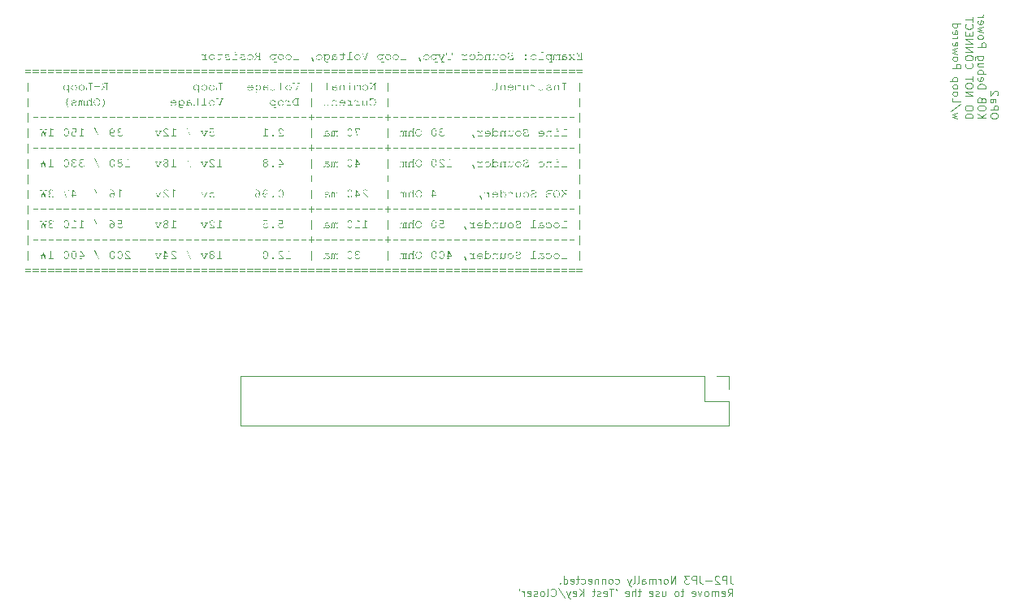
<source format=gbr>
%TF.GenerationSoftware,KiCad,Pcbnew,7.0.2*%
%TF.CreationDate,2024-06-24T19:42:10-07:00*%
%TF.ProjectId,MK-KS-MkIV.kicad_pro,4d4b2d4b-532d-44d6-9b49-562e6b696361,1.0*%
%TF.SameCoordinates,PX3a67068PY9f701d0*%
%TF.FileFunction,Legend,Bot*%
%TF.FilePolarity,Positive*%
%FSLAX46Y46*%
G04 Gerber Fmt 4.6, Leading zero omitted, Abs format (unit mm)*
G04 Created by KiCad (PCBNEW 7.0.2) date 2024-06-24 19:42:10*
%MOMM*%
%LPD*%
G01*
G04 APERTURE LIST*
%ADD10C,0.100000*%
%ADD11C,0.101600*%
%ADD12C,0.120000*%
G04 APERTURE END LIST*
D10*
G36*
X54475482Y52527750D02*
G01*
X54475482Y52215900D01*
X54053882Y52215900D01*
X54053882Y52379250D01*
X54053005Y52389160D01*
X54049706Y52398044D01*
X54046457Y52401989D01*
X54038259Y52406985D01*
X54028768Y52408889D01*
X54026503Y52408950D01*
X54016675Y52407618D01*
X54008215Y52403233D01*
X54006780Y52401989D01*
X54001284Y52393641D01*
X53999310Y52384027D01*
X53999123Y52379250D01*
X53999123Y52156500D01*
X54604027Y52156500D01*
X54614128Y52157161D01*
X54623328Y52159445D01*
X54631556Y52164340D01*
X54632103Y52164854D01*
X54637511Y52172518D01*
X54640162Y52181562D01*
X54640456Y52186200D01*
X54639281Y52195543D01*
X54635358Y52203971D01*
X54632103Y52207779D01*
X54624130Y52212728D01*
X54615144Y52215107D01*
X54605235Y52215892D01*
X54604027Y52215900D01*
X54530241Y52215900D01*
X54530241Y52854449D01*
X54604027Y52854449D01*
X54614128Y52855091D01*
X54623328Y52857312D01*
X54631556Y52862070D01*
X54632103Y52862570D01*
X54637813Y52870697D01*
X54640252Y52880074D01*
X54640456Y52884149D01*
X54639281Y52893492D01*
X54635358Y52901919D01*
X54632103Y52905728D01*
X54624130Y52910676D01*
X54615144Y52913056D01*
X54605235Y52913841D01*
X54604027Y52913849D01*
X54027895Y52913849D01*
X54027895Y52720799D01*
X54028800Y52710862D01*
X54032202Y52701874D01*
X54035552Y52697828D01*
X54043583Y52692998D01*
X54053011Y52691158D01*
X54055274Y52691099D01*
X54064500Y52692210D01*
X54073242Y52696251D01*
X54075229Y52697828D01*
X54080305Y52705651D01*
X54082393Y52715114D01*
X54082654Y52720799D01*
X54082654Y52854449D01*
X54475482Y52854449D01*
X54475482Y52587149D01*
X54278952Y52587149D01*
X54278952Y52661399D01*
X54278047Y52671310D01*
X54274645Y52680194D01*
X54271295Y52684138D01*
X54262879Y52689135D01*
X54253185Y52691038D01*
X54250876Y52691099D01*
X54241321Y52689767D01*
X54232858Y52685382D01*
X54231386Y52684138D01*
X54225993Y52676474D01*
X54223774Y52667077D01*
X54223497Y52661399D01*
X54223497Y52453500D01*
X54224429Y52443562D01*
X54227934Y52434575D01*
X54231386Y52430529D01*
X54239482Y52425699D01*
X54248694Y52423859D01*
X54250876Y52423800D01*
X54260291Y52424910D01*
X54269250Y52428952D01*
X54271295Y52430529D01*
X54276529Y52438352D01*
X54278683Y52447814D01*
X54278952Y52453500D01*
X54278952Y52527750D01*
X54475482Y52527750D01*
G37*
G36*
X53460116Y52451644D02*
G01*
X53209987Y52215900D01*
X53200002Y52215778D01*
X53189742Y52215262D01*
X53180042Y52213804D01*
X53178662Y52213348D01*
X53170835Y52207904D01*
X53167293Y52203139D01*
X53163491Y52194545D01*
X53162420Y52186200D01*
X53163837Y52176521D01*
X53168088Y52168220D01*
X53171005Y52164854D01*
X53178934Y52159763D01*
X53188084Y52157316D01*
X53198295Y52156509D01*
X53199545Y52156500D01*
X53375889Y52156500D01*
X53385257Y52157023D01*
X53394928Y52159143D01*
X53403542Y52163842D01*
X53404660Y52164854D01*
X53410069Y52172518D01*
X53412720Y52181562D01*
X53413013Y52186200D01*
X53411839Y52195543D01*
X53407915Y52203971D01*
X53404660Y52207779D01*
X53396590Y52212728D01*
X53387372Y52215107D01*
X53377139Y52215892D01*
X53375889Y52215900D01*
X53285165Y52215900D01*
X53497937Y52416143D01*
X53710477Y52215900D01*
X53619057Y52215900D01*
X53608974Y52215258D01*
X53599838Y52213037D01*
X53591746Y52208279D01*
X53591213Y52207779D01*
X53585654Y52200300D01*
X53582930Y52191059D01*
X53582628Y52186200D01*
X53584045Y52176521D01*
X53588295Y52168220D01*
X53591213Y52164854D01*
X53599077Y52159763D01*
X53608072Y52157316D01*
X53618067Y52156509D01*
X53619289Y52156500D01*
X53797256Y52156500D01*
X53807469Y52157161D01*
X53816751Y52159445D01*
X53825017Y52164340D01*
X53825564Y52164854D01*
X53830972Y52172518D01*
X53833623Y52181562D01*
X53833917Y52186200D01*
X53832542Y52195603D01*
X53829045Y52203139D01*
X53822767Y52210544D01*
X53817907Y52213348D01*
X53807955Y52215180D01*
X53798068Y52215741D01*
X53788349Y52215898D01*
X53786815Y52215900D01*
X53535758Y52451644D01*
X53758739Y52661399D01*
X53768170Y52661533D01*
X53777882Y52662095D01*
X53787114Y52663686D01*
X53788439Y52664184D01*
X53796062Y52669937D01*
X53799577Y52674625D01*
X53803379Y52683219D01*
X53804449Y52691563D01*
X53803071Y52701054D01*
X53798503Y52709734D01*
X53796096Y52712446D01*
X53788026Y52717536D01*
X53778808Y52719983D01*
X53768575Y52720791D01*
X53767324Y52720799D01*
X53617897Y52720799D01*
X53608456Y52720277D01*
X53598817Y52718156D01*
X53590420Y52713458D01*
X53589357Y52712446D01*
X53583805Y52704160D01*
X53581434Y52694716D01*
X53581236Y52690635D01*
X53582576Y52681144D01*
X53587017Y52672465D01*
X53589357Y52669752D01*
X53597177Y52664662D01*
X53606336Y52662215D01*
X53616632Y52661407D01*
X53617897Y52661399D01*
X53683097Y52661399D01*
X53497937Y52487144D01*
X53312544Y52661399D01*
X53377745Y52661399D01*
X53387864Y52662060D01*
X53397127Y52664344D01*
X53405491Y52669239D01*
X53406053Y52669752D01*
X53411761Y52677382D01*
X53414560Y52686696D01*
X53414870Y52691563D01*
X53413491Y52701054D01*
X53408923Y52709734D01*
X53406517Y52712446D01*
X53398446Y52717536D01*
X53389228Y52719983D01*
X53378995Y52720791D01*
X53377745Y52720799D01*
X53228317Y52720799D01*
X53218122Y52720138D01*
X53208905Y52717854D01*
X53200774Y52712960D01*
X53200241Y52712446D01*
X53194683Y52704817D01*
X53191958Y52695502D01*
X53191656Y52690635D01*
X53193198Y52681458D01*
X53196529Y52674625D01*
X53202806Y52667250D01*
X53207666Y52664184D01*
X53217312Y52662185D01*
X53226722Y52661573D01*
X53237366Y52661399D01*
X53460116Y52451644D01*
G37*
G36*
X52714128Y52735537D02*
G01*
X52724935Y52734947D01*
X52736615Y52733851D01*
X52749168Y52732249D01*
X52762593Y52730142D01*
X52772029Y52728456D01*
X52781852Y52726546D01*
X52792063Y52724410D01*
X52802662Y52722050D01*
X52813649Y52719465D01*
X52825024Y52716655D01*
X52836787Y52713621D01*
X52848938Y52710361D01*
X52861476Y52706877D01*
X52869324Y52704701D01*
X52880286Y52701542D01*
X52890277Y52698510D01*
X52899298Y52695604D01*
X52909815Y52691926D01*
X52918607Y52688472D01*
X52927170Y52684472D01*
X52935262Y52678802D01*
X52936049Y52677941D01*
X52940516Y52669690D01*
X52941759Y52660471D01*
X52941643Y52657458D01*
X52939410Y52647884D01*
X52934334Y52639820D01*
X52933366Y52638837D01*
X52925413Y52633484D01*
X52916236Y52631699D01*
X52908273Y52632987D01*
X52899051Y52635484D01*
X52889552Y52638428D01*
X52875309Y52643008D01*
X52861469Y52647293D01*
X52848031Y52651282D01*
X52834996Y52654975D01*
X52822363Y52658373D01*
X52810132Y52661475D01*
X52798304Y52664282D01*
X52786879Y52666794D01*
X52775855Y52669010D01*
X52765234Y52670931D01*
X52755016Y52672556D01*
X52745200Y52673885D01*
X52735787Y52674920D01*
X52722421Y52675917D01*
X52709960Y52676249D01*
X52699682Y52676129D01*
X52689730Y52675767D01*
X52680105Y52675164D01*
X52670805Y52674321D01*
X52657468Y52672603D01*
X52644865Y52670342D01*
X52632996Y52667540D01*
X52621861Y52664195D01*
X52611461Y52660307D01*
X52601794Y52655877D01*
X52592862Y52650904D01*
X52584664Y52645389D01*
X52582094Y52643464D01*
X52574875Y52637562D01*
X52566391Y52629394D01*
X52559213Y52620885D01*
X52553340Y52612035D01*
X52548772Y52602844D01*
X52545509Y52593313D01*
X52543551Y52583441D01*
X52542898Y52573228D01*
X52542898Y52491089D01*
X52552495Y52493165D01*
X52561970Y52495132D01*
X52571323Y52496989D01*
X52580553Y52498735D01*
X52592669Y52500892D01*
X52604568Y52502853D01*
X52616249Y52504619D01*
X52627713Y52506189D01*
X52638959Y52507563D01*
X52649937Y52508814D01*
X52660712Y52509898D01*
X52671284Y52510815D01*
X52681653Y52511565D01*
X52691819Y52512149D01*
X52701781Y52512566D01*
X52711541Y52512816D01*
X52721098Y52512900D01*
X52738382Y52512667D01*
X52755141Y52511968D01*
X52771374Y52510803D01*
X52787082Y52509173D01*
X52802263Y52507076D01*
X52816919Y52504514D01*
X52831050Y52501486D01*
X52844654Y52497992D01*
X52857733Y52494032D01*
X52870286Y52489606D01*
X52882314Y52484714D01*
X52893816Y52479357D01*
X52904792Y52473533D01*
X52915242Y52467244D01*
X52925167Y52460489D01*
X52934566Y52453268D01*
X52943417Y52445764D01*
X52951697Y52438102D01*
X52959405Y52430283D01*
X52966543Y52422306D01*
X52973110Y52414172D01*
X52979105Y52405879D01*
X52984530Y52397429D01*
X52989383Y52388821D01*
X52993666Y52380056D01*
X52997378Y52371133D01*
X53000518Y52362052D01*
X53003088Y52352813D01*
X53005086Y52343417D01*
X53006514Y52333863D01*
X53007370Y52324151D01*
X53007656Y52314281D01*
X53007439Y52305291D01*
X53006302Y52292135D01*
X53004190Y52279375D01*
X53001103Y52267011D01*
X52997041Y52255042D01*
X52992005Y52243469D01*
X52985994Y52232291D01*
X52979008Y52221509D01*
X52971047Y52211123D01*
X52962111Y52201132D01*
X52952200Y52191537D01*
X52945100Y52185496D01*
X52937662Y52179845D01*
X52929887Y52174583D01*
X52921775Y52169712D01*
X52913326Y52165230D01*
X52904540Y52161137D01*
X52895416Y52157435D01*
X52885956Y52154122D01*
X52876158Y52151199D01*
X52866023Y52148666D01*
X52855551Y52146522D01*
X52844741Y52144768D01*
X52833595Y52143404D01*
X52822111Y52142430D01*
X52810290Y52141845D01*
X52798132Y52141651D01*
X52781228Y52142055D01*
X52764451Y52143267D01*
X52747801Y52145289D01*
X52731278Y52148118D01*
X52714882Y52151757D01*
X52698613Y52156203D01*
X52682470Y52161458D01*
X52666455Y52167522D01*
X52650566Y52174394D01*
X52634804Y52182075D01*
X52619169Y52190564D01*
X52603661Y52199861D01*
X52588280Y52209967D01*
X52580637Y52215323D01*
X52573026Y52220882D01*
X52565447Y52226642D01*
X52557899Y52232605D01*
X52550383Y52238769D01*
X52542898Y52245136D01*
X52542898Y52156500D01*
X52414353Y52156500D01*
X52413103Y52156509D01*
X52402892Y52157316D01*
X52393742Y52159763D01*
X52385814Y52164854D01*
X52382896Y52168220D01*
X52378645Y52176521D01*
X52377228Y52186200D01*
X52377530Y52191059D01*
X52380255Y52200300D01*
X52385814Y52207779D01*
X52386904Y52208763D01*
X52395388Y52213331D01*
X52405000Y52215393D01*
X52414353Y52215900D01*
X52487443Y52215900D01*
X52487443Y52315906D01*
X52542898Y52315906D01*
X52550976Y52308549D01*
X52559024Y52301444D01*
X52567044Y52294590D01*
X52575035Y52287989D01*
X52582996Y52281640D01*
X52590929Y52275543D01*
X52598832Y52269698D01*
X52606707Y52264105D01*
X52614552Y52258764D01*
X52622369Y52253674D01*
X52634039Y52246513D01*
X52645644Y52239918D01*
X52657184Y52233891D01*
X52668659Y52228430D01*
X52676326Y52225115D01*
X52687973Y52220542D01*
X52699795Y52216451D01*
X52711792Y52212842D01*
X52723965Y52209713D01*
X52736313Y52207066D01*
X52748836Y52204901D01*
X52761535Y52203216D01*
X52774410Y52202013D01*
X52787459Y52201291D01*
X52800684Y52201050D01*
X52809856Y52201178D01*
X52823093Y52201849D01*
X52835707Y52203095D01*
X52847696Y52204916D01*
X52859061Y52207313D01*
X52869802Y52210284D01*
X52879919Y52213830D01*
X52889412Y52217952D01*
X52898281Y52222648D01*
X52906526Y52227920D01*
X52914147Y52233767D01*
X52923229Y52242239D01*
X52931100Y52251184D01*
X52937760Y52260599D01*
X52943209Y52270486D01*
X52947447Y52280844D01*
X52950475Y52291673D01*
X52952291Y52302974D01*
X52952897Y52314745D01*
X52952698Y52321156D01*
X52951656Y52330558D01*
X52949721Y52339703D01*
X52946892Y52348591D01*
X52943170Y52357222D01*
X52938555Y52365597D01*
X52933047Y52373714D01*
X52926646Y52381574D01*
X52919351Y52389177D01*
X52911163Y52396524D01*
X52902082Y52403613D01*
X52893467Y52409654D01*
X52884444Y52415305D01*
X52875013Y52420567D01*
X52865174Y52425439D01*
X52854928Y52429921D01*
X52844274Y52434013D01*
X52833211Y52437715D01*
X52821741Y52441028D01*
X52809863Y52443951D01*
X52797577Y52446484D01*
X52784884Y52448628D01*
X52771782Y52450382D01*
X52758273Y52451746D01*
X52744355Y52452720D01*
X52730030Y52453305D01*
X52715297Y52453500D01*
X52703424Y52453420D01*
X52691703Y52453181D01*
X52680134Y52452782D01*
X52668717Y52452224D01*
X52657453Y52451506D01*
X52646341Y52450628D01*
X52635381Y52449592D01*
X52624573Y52448395D01*
X52613856Y52447032D01*
X52603284Y52445495D01*
X52592857Y52443784D01*
X52582576Y52441898D01*
X52572439Y52439839D01*
X52562447Y52437606D01*
X52552600Y52435198D01*
X52542898Y52432617D01*
X52542898Y52315906D01*
X52487443Y52315906D01*
X52487443Y52571835D01*
X52487955Y52583596D01*
X52489490Y52595125D01*
X52492050Y52606420D01*
X52495633Y52617484D01*
X52500240Y52628315D01*
X52505870Y52638913D01*
X52512525Y52649279D01*
X52520203Y52659413D01*
X52528905Y52669314D01*
X52538630Y52678982D01*
X52545683Y52685298D01*
X52553112Y52691396D01*
X52560899Y52697099D01*
X52569043Y52702410D01*
X52577543Y52707327D01*
X52586401Y52711851D01*
X52595616Y52715981D01*
X52605189Y52719718D01*
X52615118Y52723061D01*
X52625404Y52726012D01*
X52636048Y52728569D01*
X52647048Y52730732D01*
X52658406Y52732502D01*
X52670121Y52733879D01*
X52682193Y52734862D01*
X52694622Y52735452D01*
X52707408Y52735649D01*
X52714128Y52735537D01*
G37*
G36*
X52151927Y52720799D02*
G01*
X52151927Y52656991D01*
X52143195Y52666516D01*
X52134459Y52675426D01*
X52125720Y52683722D01*
X52116977Y52691404D01*
X52108230Y52698471D01*
X52099480Y52704923D01*
X52090727Y52710761D01*
X52081969Y52715985D01*
X52073208Y52720593D01*
X52064444Y52724588D01*
X52055676Y52727968D01*
X52042516Y52731885D01*
X52029349Y52734420D01*
X52016174Y52735572D01*
X52011780Y52735649D01*
X52001331Y52735283D01*
X51991216Y52734184D01*
X51981435Y52732354D01*
X51971987Y52729790D01*
X51962872Y52726495D01*
X51954091Y52722467D01*
X51945644Y52717707D01*
X51937530Y52712214D01*
X51929688Y52706036D01*
X51922173Y52699104D01*
X51914983Y52691418D01*
X51908120Y52682978D01*
X51901584Y52673784D01*
X51895373Y52663836D01*
X51889489Y52653133D01*
X51885290Y52644612D01*
X51883931Y52641677D01*
X51877051Y52650340D01*
X51870159Y52658579D01*
X51863254Y52666393D01*
X51856338Y52673784D01*
X51849409Y52680750D01*
X51842467Y52687292D01*
X51833193Y52695356D01*
X51823898Y52702665D01*
X51814580Y52709219D01*
X51809913Y52712214D01*
X51800512Y52717707D01*
X51791104Y52722467D01*
X51781689Y52726495D01*
X51772266Y52729790D01*
X51762836Y52732354D01*
X51753399Y52734184D01*
X51743955Y52735283D01*
X51734503Y52735649D01*
X51723578Y52735317D01*
X51713077Y52734319D01*
X51703000Y52732657D01*
X51693347Y52730331D01*
X51684118Y52727339D01*
X51675314Y52723682D01*
X51666933Y52719361D01*
X51658977Y52714375D01*
X51651445Y52708724D01*
X51644338Y52702408D01*
X51639835Y52697828D01*
X51631542Y52688654D01*
X51624064Y52679316D01*
X51617402Y52669816D01*
X51611556Y52660152D01*
X51606526Y52650325D01*
X51602311Y52640335D01*
X51598912Y52630182D01*
X51596329Y52619866D01*
X51594562Y52609386D01*
X51593610Y52598744D01*
X51593429Y52591558D01*
X51593429Y52215900D01*
X51547023Y52215900D01*
X51536940Y52215258D01*
X51527804Y52213037D01*
X51519712Y52208279D01*
X51519179Y52207779D01*
X51513620Y52200300D01*
X51510896Y52191059D01*
X51510594Y52186200D01*
X51512011Y52176521D01*
X51516261Y52168220D01*
X51519179Y52164854D01*
X51527010Y52159763D01*
X51536940Y52157161D01*
X51547023Y52156500D01*
X51648188Y52156500D01*
X51648188Y52581349D01*
X51648587Y52591395D01*
X51649783Y52600999D01*
X51651777Y52610160D01*
X51655391Y52620990D01*
X51660252Y52631129D01*
X51666358Y52640577D01*
X51673711Y52649334D01*
X51681813Y52657088D01*
X51690311Y52663527D01*
X51699206Y52668653D01*
X51708498Y52672464D01*
X51718186Y52674961D01*
X51728270Y52676144D01*
X51732415Y52676249D01*
X51741854Y52675705D01*
X51751462Y52674074D01*
X51761241Y52671355D01*
X51771190Y52667548D01*
X51781308Y52662654D01*
X51789525Y52657955D01*
X51795759Y52653974D01*
X51804200Y52647797D01*
X51812930Y52640285D01*
X51819668Y52633775D01*
X51826569Y52626515D01*
X51833633Y52618504D01*
X51840860Y52609743D01*
X51848251Y52600232D01*
X51855805Y52589970D01*
X51863521Y52578958D01*
X51868757Y52571199D01*
X51871401Y52567195D01*
X51871401Y52215900D01*
X51825691Y52215900D01*
X51815609Y52215258D01*
X51806473Y52213037D01*
X51798381Y52208279D01*
X51797848Y52207779D01*
X51792289Y52200300D01*
X51789564Y52191059D01*
X51789263Y52186200D01*
X51790679Y52176521D01*
X51794930Y52168220D01*
X51797848Y52164854D01*
X51805679Y52159763D01*
X51815609Y52157161D01*
X51825691Y52156500D01*
X51926857Y52156500D01*
X51926857Y52577636D01*
X51927259Y52588132D01*
X51928467Y52598156D01*
X51930479Y52607710D01*
X51933296Y52616791D01*
X51936917Y52625402D01*
X51942577Y52635502D01*
X51948009Y52643052D01*
X51952612Y52648406D01*
X51960814Y52656427D01*
X51969321Y52663089D01*
X51978134Y52668391D01*
X51987254Y52672334D01*
X51996679Y52674917D01*
X52006410Y52676141D01*
X52010388Y52676249D01*
X52021406Y52675597D01*
X52032358Y52673639D01*
X52041436Y52671010D01*
X52050468Y52667476D01*
X52059454Y52663034D01*
X52068396Y52657687D01*
X52078431Y52650537D01*
X52086033Y52644395D01*
X52093701Y52637584D01*
X52101435Y52630103D01*
X52109233Y52621954D01*
X52117097Y52613136D01*
X52125026Y52603649D01*
X52133020Y52593493D01*
X52141079Y52582668D01*
X52146488Y52575080D01*
X52151927Y52567195D01*
X52151927Y52215900D01*
X52105752Y52215900D01*
X52095558Y52215258D01*
X52086340Y52213037D01*
X52078210Y52208279D01*
X52077677Y52207779D01*
X52072118Y52200300D01*
X52069393Y52191059D01*
X52069092Y52186200D01*
X52070508Y52176521D01*
X52074759Y52168220D01*
X52077677Y52164854D01*
X52085540Y52159763D01*
X52094536Y52157316D01*
X52104531Y52156509D01*
X52105752Y52156500D01*
X52253092Y52156500D01*
X52263305Y52157161D01*
X52272586Y52159445D01*
X52280852Y52164340D01*
X52281400Y52164854D01*
X52286808Y52172518D01*
X52289459Y52181562D01*
X52289753Y52186200D01*
X52288578Y52195543D01*
X52284654Y52203971D01*
X52281400Y52207779D01*
X52273395Y52212728D01*
X52264331Y52215107D01*
X52254314Y52215892D01*
X52253092Y52215900D01*
X52206918Y52215900D01*
X52206918Y52661399D01*
X52253092Y52661399D01*
X52263305Y52662042D01*
X52272586Y52664262D01*
X52280852Y52669021D01*
X52281400Y52669520D01*
X52286808Y52677111D01*
X52289459Y52686311D01*
X52289753Y52691099D01*
X52288374Y52700741D01*
X52283806Y52709496D01*
X52281400Y52712214D01*
X52273395Y52717446D01*
X52264331Y52719961D01*
X52254314Y52720791D01*
X52253092Y52720799D01*
X52151927Y52720799D01*
G37*
G36*
X51082679Y52735528D02*
G01*
X51096579Y52734890D01*
X51110123Y52733706D01*
X51123313Y52731975D01*
X51136148Y52729698D01*
X51148628Y52726874D01*
X51160753Y52723504D01*
X51172523Y52719587D01*
X51183939Y52715123D01*
X51195000Y52710114D01*
X51205705Y52704557D01*
X51216171Y52698502D01*
X51226509Y52691908D01*
X51236722Y52684776D01*
X51246807Y52677105D01*
X51256767Y52668896D01*
X51266600Y52660149D01*
X51276306Y52650863D01*
X51285886Y52641039D01*
X51292203Y52634190D01*
X51298463Y52627102D01*
X51304667Y52619775D01*
X51310815Y52612209D01*
X51310815Y52720799D01*
X51439360Y52720799D01*
X51440568Y52720791D01*
X51450477Y52719961D01*
X51459464Y52717446D01*
X51467436Y52712214D01*
X51469842Y52709496D01*
X51474411Y52700741D01*
X51475789Y52691099D01*
X51475495Y52686311D01*
X51472844Y52677111D01*
X51467436Y52669520D01*
X51466889Y52669021D01*
X51458661Y52664262D01*
X51449461Y52662042D01*
X51439360Y52661399D01*
X51365575Y52661399D01*
X51365575Y51963451D01*
X51439360Y51963451D01*
X51440568Y51963443D01*
X51450477Y51962658D01*
X51459464Y51960279D01*
X51467436Y51955330D01*
X51470691Y51951522D01*
X51474614Y51943094D01*
X51475789Y51933751D01*
X51475585Y51929676D01*
X51473146Y51920300D01*
X51467436Y51912172D01*
X51466889Y51911673D01*
X51458661Y51906914D01*
X51449461Y51904693D01*
X51439360Y51904051D01*
X51177630Y51904051D01*
X51167547Y51904730D01*
X51157617Y51907405D01*
X51149786Y51912636D01*
X51147313Y51915354D01*
X51142618Y51924110D01*
X51141201Y51933751D01*
X51141503Y51938610D01*
X51144227Y51947851D01*
X51149786Y51955330D01*
X51150319Y51955830D01*
X51158411Y51960588D01*
X51167547Y51962809D01*
X51177630Y51963451D01*
X51310815Y51963451D01*
X51310815Y52279941D01*
X51305047Y52272346D01*
X51299171Y52264993D01*
X51287094Y52251010D01*
X51274583Y52237990D01*
X51261639Y52225936D01*
X51248262Y52214845D01*
X51234452Y52204719D01*
X51220208Y52195558D01*
X51205531Y52187361D01*
X51190421Y52180128D01*
X51174878Y52173859D01*
X51158901Y52168555D01*
X51142491Y52164216D01*
X51125648Y52160840D01*
X51108372Y52158429D01*
X51090663Y52156983D01*
X51072520Y52156500D01*
X51057270Y52156832D01*
X51042323Y52157827D01*
X51027679Y52159486D01*
X51013337Y52161808D01*
X50999299Y52164794D01*
X50985563Y52168443D01*
X50972129Y52172755D01*
X50958999Y52177731D01*
X50946171Y52183371D01*
X50933646Y52189674D01*
X50921423Y52196640D01*
X50909504Y52204270D01*
X50897887Y52212563D01*
X50886573Y52221520D01*
X50875561Y52231140D01*
X50864852Y52241424D01*
X50854597Y52252203D01*
X50845003Y52263253D01*
X50836070Y52274572D01*
X50827800Y52286162D01*
X50820191Y52298022D01*
X50813244Y52310152D01*
X50806958Y52322552D01*
X50801334Y52335222D01*
X50796371Y52348162D01*
X50792071Y52361373D01*
X50788432Y52374853D01*
X50785454Y52388604D01*
X50783138Y52402624D01*
X50781484Y52416915D01*
X50780492Y52431476D01*
X50780161Y52446307D01*
X50835616Y52446307D01*
X50835886Y52434522D01*
X50836697Y52422952D01*
X50838047Y52411595D01*
X50839938Y52400452D01*
X50842369Y52389523D01*
X50845340Y52378808D01*
X50848851Y52368306D01*
X50852903Y52358019D01*
X50857494Y52347946D01*
X50862626Y52338086D01*
X50868298Y52328441D01*
X50874511Y52319009D01*
X50881263Y52309791D01*
X50888556Y52300787D01*
X50896388Y52291997D01*
X50904762Y52283421D01*
X50913520Y52275245D01*
X50922508Y52267596D01*
X50931727Y52260475D01*
X50941176Y52253881D01*
X50950855Y52247815D01*
X50960764Y52242276D01*
X50970904Y52237264D01*
X50981274Y52232781D01*
X50991874Y52228824D01*
X51002704Y52225395D01*
X51013764Y52222494D01*
X51025055Y52220120D01*
X51036576Y52218274D01*
X51048327Y52216955D01*
X51060308Y52216164D01*
X51072520Y52215900D01*
X51084900Y52216165D01*
X51097039Y52216959D01*
X51108937Y52218282D01*
X51120594Y52220135D01*
X51132009Y52222517D01*
X51143184Y52225428D01*
X51154118Y52228869D01*
X51164810Y52232839D01*
X51175261Y52237338D01*
X51185472Y52242366D01*
X51195441Y52247924D01*
X51205169Y52254011D01*
X51214656Y52260628D01*
X51223902Y52267774D01*
X51232906Y52275449D01*
X51241670Y52283653D01*
X51250043Y52292256D01*
X51257876Y52301067D01*
X51265169Y52310086D01*
X51271921Y52319314D01*
X51278133Y52328750D01*
X51283805Y52338394D01*
X51288937Y52348248D01*
X51293529Y52358309D01*
X51297580Y52368579D01*
X51301092Y52379058D01*
X51304063Y52389745D01*
X51306494Y52400640D01*
X51308384Y52411744D01*
X51309735Y52423057D01*
X51310545Y52434578D01*
X51310815Y52446307D01*
X51310545Y52457979D01*
X51309735Y52469445D01*
X51308384Y52480704D01*
X51306494Y52491756D01*
X51304063Y52502601D01*
X51301092Y52513240D01*
X51297580Y52523673D01*
X51293529Y52533898D01*
X51288937Y52543917D01*
X51283805Y52553730D01*
X51278133Y52563336D01*
X51271921Y52572735D01*
X51265169Y52581927D01*
X51257876Y52590913D01*
X51250043Y52599692D01*
X51241670Y52608264D01*
X51232906Y52616497D01*
X51223902Y52624198D01*
X51214656Y52631369D01*
X51205169Y52638008D01*
X51195441Y52644116D01*
X51185472Y52649693D01*
X51175261Y52654738D01*
X51164810Y52659253D01*
X51154118Y52663237D01*
X51143184Y52666689D01*
X51132009Y52669610D01*
X51120594Y52672000D01*
X51108937Y52673859D01*
X51097039Y52675187D01*
X51084900Y52675984D01*
X51072520Y52676249D01*
X51060253Y52675985D01*
X51048222Y52675191D01*
X51036426Y52673867D01*
X51024866Y52672015D01*
X51013542Y52669633D01*
X51002454Y52666722D01*
X50991601Y52663281D01*
X50980984Y52659311D01*
X50970602Y52654812D01*
X50960456Y52649783D01*
X50950546Y52644225D01*
X50940871Y52638138D01*
X50931432Y52631522D01*
X50922229Y52624376D01*
X50913261Y52616701D01*
X50904530Y52608496D01*
X50896185Y52599950D01*
X50888378Y52591192D01*
X50881110Y52582222D01*
X50874380Y52573039D01*
X50868189Y52563645D01*
X50862536Y52554038D01*
X50857421Y52544219D01*
X50852845Y52534188D01*
X50848807Y52523946D01*
X50845307Y52513491D01*
X50842346Y52502824D01*
X50839923Y52491944D01*
X50838039Y52480853D01*
X50836693Y52469550D01*
X50835886Y52458034D01*
X50835616Y52446307D01*
X50780161Y52446307D01*
X50780308Y52455734D01*
X50780748Y52465105D01*
X50781483Y52474420D01*
X50782510Y52483678D01*
X50783832Y52492881D01*
X50785447Y52502027D01*
X50787356Y52511117D01*
X50789558Y52520151D01*
X50792054Y52529128D01*
X50794844Y52538050D01*
X50797928Y52546915D01*
X50801305Y52555724D01*
X50804976Y52564477D01*
X50808940Y52573173D01*
X50813198Y52581814D01*
X50817750Y52590398D01*
X50822569Y52598836D01*
X50827629Y52607039D01*
X50832931Y52615006D01*
X50838473Y52622737D01*
X50844257Y52630233D01*
X50850281Y52637493D01*
X50856547Y52644517D01*
X50863054Y52651306D01*
X50869802Y52657859D01*
X50876791Y52664176D01*
X50884021Y52670258D01*
X50891492Y52676104D01*
X50899205Y52681715D01*
X50907158Y52687089D01*
X50915352Y52692229D01*
X50923788Y52697132D01*
X50932393Y52701796D01*
X50941096Y52706159D01*
X50949897Y52710222D01*
X50958796Y52713983D01*
X50967792Y52717444D01*
X50976887Y52720603D01*
X50986079Y52723462D01*
X50995370Y52726020D01*
X51004758Y52728277D01*
X51014244Y52730233D01*
X51023828Y52731888D01*
X51033510Y52733242D01*
X51043289Y52734295D01*
X51053167Y52735047D01*
X51063142Y52735499D01*
X51073216Y52735649D01*
X51082679Y52735528D01*
G37*
G36*
X50278279Y52973249D02*
G01*
X50278279Y52215900D01*
X50062954Y52215900D01*
X50053600Y52215393D01*
X50043988Y52213331D01*
X50035505Y52208763D01*
X50034414Y52207779D01*
X50028856Y52200300D01*
X50026131Y52191059D01*
X50025829Y52186200D01*
X50027246Y52176521D01*
X50031497Y52168220D01*
X50034414Y52164854D01*
X50042343Y52159763D01*
X50051493Y52157316D01*
X50061704Y52156509D01*
X50062954Y52156500D01*
X50548594Y52156500D01*
X50558695Y52157161D01*
X50567895Y52159445D01*
X50576123Y52164340D01*
X50576670Y52164854D01*
X50582078Y52172518D01*
X50584730Y52181562D01*
X50585023Y52186200D01*
X50583849Y52195543D01*
X50579925Y52203971D01*
X50576670Y52207779D01*
X50568698Y52212728D01*
X50559711Y52215107D01*
X50549802Y52215892D01*
X50548594Y52215900D01*
X50333038Y52215900D01*
X50333038Y52913849D01*
X50491051Y52913849D01*
X50501170Y52914509D01*
X50510433Y52916794D01*
X50518797Y52921688D01*
X50519359Y52922202D01*
X50525067Y52929831D01*
X50527866Y52939146D01*
X50528176Y52944013D01*
X50526797Y52953504D01*
X50522229Y52962183D01*
X50519823Y52964895D01*
X50511752Y52969986D01*
X50502534Y52972433D01*
X50492301Y52973240D01*
X50491051Y52973249D01*
X50278279Y52973249D01*
G37*
G36*
X49534078Y52735322D02*
G01*
X49549912Y52734340D01*
X49565417Y52732704D01*
X49580591Y52730414D01*
X49595436Y52727469D01*
X49609950Y52723870D01*
X49624135Y52719616D01*
X49637990Y52714708D01*
X49651515Y52709146D01*
X49664710Y52702929D01*
X49677575Y52696058D01*
X49690110Y52688532D01*
X49702315Y52680352D01*
X49714190Y52671518D01*
X49725736Y52662029D01*
X49736951Y52651886D01*
X49747656Y52641286D01*
X49757671Y52630427D01*
X49766994Y52619308D01*
X49775628Y52607931D01*
X49783570Y52596294D01*
X49790822Y52584398D01*
X49797383Y52572242D01*
X49803254Y52559828D01*
X49808434Y52547154D01*
X49812923Y52534221D01*
X49816722Y52521029D01*
X49819829Y52507577D01*
X49822247Y52493867D01*
X49823973Y52479897D01*
X49825009Y52465668D01*
X49825355Y52451179D01*
X49824987Y52435260D01*
X49823883Y52419638D01*
X49822043Y52404313D01*
X49819467Y52389285D01*
X49816155Y52374555D01*
X49812107Y52360122D01*
X49807323Y52345986D01*
X49801804Y52332148D01*
X49795548Y52318607D01*
X49788556Y52305363D01*
X49780828Y52292416D01*
X49772365Y52279767D01*
X49763165Y52267415D01*
X49753229Y52255360D01*
X49742558Y52243603D01*
X49731150Y52232143D01*
X49719164Y52221184D01*
X49706816Y52210933D01*
X49694105Y52201389D01*
X49681032Y52192552D01*
X49667596Y52184422D01*
X49653797Y52176999D01*
X49639636Y52170283D01*
X49625112Y52164274D01*
X49610226Y52158971D01*
X49594977Y52154376D01*
X49579366Y52150488D01*
X49563392Y52147306D01*
X49547056Y52144832D01*
X49530357Y52143064D01*
X49513295Y52142004D01*
X49495871Y52141651D01*
X49485360Y52141757D01*
X49474883Y52142078D01*
X49464441Y52142613D01*
X49454033Y52143362D01*
X49443660Y52144324D01*
X49433321Y52145501D01*
X49423016Y52146891D01*
X49412746Y52148495D01*
X49402510Y52150314D01*
X49392309Y52152346D01*
X49382143Y52154592D01*
X49372010Y52157052D01*
X49361912Y52159725D01*
X49351849Y52162613D01*
X49341820Y52165715D01*
X49331825Y52169030D01*
X49326870Y52170745D01*
X49317244Y52174201D01*
X49307999Y52177688D01*
X49299135Y52181209D01*
X49286552Y52186550D01*
X49274826Y52191965D01*
X49263956Y52197454D01*
X49253943Y52203016D01*
X49244787Y52208651D01*
X49236487Y52214360D01*
X49229043Y52220142D01*
X49220451Y52227966D01*
X49217443Y52231168D01*
X49212008Y52239598D01*
X49210009Y52248849D01*
X49210040Y52250172D01*
X49212236Y52259403D01*
X49217898Y52267411D01*
X49218394Y52267897D01*
X49226367Y52273328D01*
X49235997Y52275300D01*
X49240202Y52274889D01*
X49249477Y52271603D01*
X49257576Y52266715D01*
X49262980Y52263048D01*
X49271451Y52257717D01*
X49280358Y52252590D01*
X49289702Y52247667D01*
X49299482Y52242948D01*
X49309698Y52238433D01*
X49320351Y52234122D01*
X49331440Y52230015D01*
X49342966Y52226112D01*
X49354928Y52222412D01*
X49367326Y52218917D01*
X49375686Y52216753D01*
X49388145Y52213770D01*
X49400506Y52211100D01*
X49412770Y52208745D01*
X49424935Y52206703D01*
X49437002Y52204976D01*
X49448972Y52203563D01*
X49460844Y52202464D01*
X49472617Y52201679D01*
X49484293Y52201207D01*
X49495871Y52201050D01*
X49509509Y52201290D01*
X49522870Y52202008D01*
X49535953Y52203204D01*
X49548760Y52204879D01*
X49561288Y52207032D01*
X49573540Y52209665D01*
X49585514Y52212775D01*
X49597211Y52216364D01*
X49608630Y52220432D01*
X49619772Y52224979D01*
X49630637Y52230003D01*
X49641224Y52235507D01*
X49651534Y52241489D01*
X49661566Y52247950D01*
X49671322Y52254889D01*
X49680800Y52262307D01*
X49689903Y52270116D01*
X49698535Y52278230D01*
X49706696Y52286648D01*
X49714386Y52295371D01*
X49721604Y52304398D01*
X49728351Y52313730D01*
X49734627Y52323367D01*
X49740431Y52333308D01*
X49745765Y52343554D01*
X49750626Y52354104D01*
X49755017Y52364958D01*
X49758936Y52376118D01*
X49762384Y52387581D01*
X49765360Y52399350D01*
X49767865Y52411422D01*
X49769899Y52423800D01*
X49211169Y52423800D01*
X49211368Y52440857D01*
X49212253Y52457513D01*
X49213826Y52473769D01*
X49215170Y52483200D01*
X49266625Y52483200D01*
X49769203Y52483200D01*
X49766882Y52493943D01*
X49764153Y52504420D01*
X49761016Y52514630D01*
X49757471Y52524574D01*
X49753519Y52534251D01*
X49749158Y52543662D01*
X49744390Y52552806D01*
X49739213Y52561684D01*
X49733629Y52570296D01*
X49727637Y52578640D01*
X49721237Y52586719D01*
X49714430Y52594531D01*
X49707214Y52602076D01*
X49699590Y52609356D01*
X49691559Y52616368D01*
X49683120Y52623114D01*
X49674372Y52629549D01*
X49665413Y52635568D01*
X49656244Y52641172D01*
X49646865Y52646361D01*
X49637276Y52651135D01*
X49627476Y52655493D01*
X49617466Y52659437D01*
X49607246Y52662966D01*
X49596815Y52666079D01*
X49586175Y52668777D01*
X49575323Y52671060D01*
X49564262Y52672928D01*
X49552991Y52674381D01*
X49541509Y52675419D01*
X49529816Y52676042D01*
X49517914Y52676249D01*
X49506011Y52676039D01*
X49494316Y52675408D01*
X49482829Y52674357D01*
X49471551Y52672885D01*
X49460482Y52670992D01*
X49449621Y52668679D01*
X49438968Y52665946D01*
X49428524Y52662791D01*
X49418289Y52659217D01*
X49408261Y52655221D01*
X49398443Y52650806D01*
X49388832Y52645969D01*
X49379431Y52640712D01*
X49370237Y52635035D01*
X49361253Y52628937D01*
X49352476Y52622418D01*
X49343983Y52615593D01*
X49335908Y52608518D01*
X49328249Y52601193D01*
X49321007Y52593617D01*
X49314182Y52585792D01*
X49307774Y52577716D01*
X49301783Y52569390D01*
X49296209Y52560814D01*
X49291051Y52551988D01*
X49286311Y52542911D01*
X49281988Y52533585D01*
X49278081Y52524008D01*
X49274592Y52514181D01*
X49271519Y52504104D01*
X49268863Y52493777D01*
X49266625Y52483200D01*
X49215170Y52483200D01*
X49216086Y52489624D01*
X49219032Y52505079D01*
X49222666Y52520132D01*
X49226986Y52534786D01*
X49231994Y52549038D01*
X49237689Y52562890D01*
X49244071Y52576342D01*
X49251139Y52589393D01*
X49258895Y52602043D01*
X49267338Y52614293D01*
X49276468Y52626142D01*
X49286285Y52637590D01*
X49296789Y52648638D01*
X49307822Y52659174D01*
X49319227Y52669031D01*
X49331003Y52678208D01*
X49343151Y52686705D01*
X49355671Y52694523D01*
X49368562Y52701660D01*
X49381825Y52708118D01*
X49395460Y52713896D01*
X49409466Y52718995D01*
X49423844Y52723413D01*
X49438593Y52727152D01*
X49453714Y52730211D01*
X49469207Y52732590D01*
X49485071Y52734290D01*
X49501307Y52735309D01*
X49517914Y52735649D01*
X49534078Y52735322D01*
G37*
G36*
X48721121Y52720799D02*
G01*
X48697453Y52720799D01*
X48686324Y52720159D01*
X48675705Y52718239D01*
X48665596Y52715038D01*
X48655996Y52710557D01*
X48646906Y52704796D01*
X48638326Y52697755D01*
X48635037Y52694580D01*
X48627484Y52686148D01*
X48621211Y52677241D01*
X48616218Y52667858D01*
X48612505Y52657999D01*
X48610072Y52647664D01*
X48608920Y52636853D01*
X48608818Y52632395D01*
X48609231Y52622915D01*
X48610910Y52611645D01*
X48613881Y52601021D01*
X48618143Y52591043D01*
X48623697Y52581711D01*
X48630542Y52573025D01*
X48635269Y52568123D01*
X48643762Y52560770D01*
X48652708Y52554663D01*
X48662107Y52549803D01*
X48671959Y52546189D01*
X48682264Y52543821D01*
X48693023Y52542699D01*
X48697453Y52542600D01*
X48721121Y52542600D01*
X48732255Y52543240D01*
X48742892Y52545160D01*
X48753029Y52548361D01*
X48762669Y52552842D01*
X48771809Y52558603D01*
X48780452Y52565644D01*
X48783769Y52568819D01*
X48791255Y52577251D01*
X48797473Y52586158D01*
X48802422Y52595541D01*
X48806102Y52605400D01*
X48808513Y52615735D01*
X48809655Y52626546D01*
X48809756Y52631003D01*
X48809343Y52640484D01*
X48807664Y52651753D01*
X48804693Y52662377D01*
X48800431Y52672355D01*
X48794877Y52681687D01*
X48788032Y52690374D01*
X48783305Y52695276D01*
X48774812Y52702629D01*
X48765866Y52708735D01*
X48756467Y52713596D01*
X48746615Y52717210D01*
X48736310Y52719578D01*
X48725551Y52720699D01*
X48721121Y52720799D01*
G37*
G36*
X48721121Y52319850D02*
G01*
X48697453Y52319850D01*
X48686324Y52319216D01*
X48675705Y52317312D01*
X48665596Y52314140D01*
X48655996Y52309699D01*
X48646906Y52303989D01*
X48638326Y52297010D01*
X48635037Y52293863D01*
X48627484Y52285475D01*
X48621211Y52276556D01*
X48616218Y52267103D01*
X48612505Y52257118D01*
X48610072Y52246601D01*
X48608920Y52235551D01*
X48608818Y52230982D01*
X48609231Y52221661D01*
X48610910Y52210550D01*
X48613881Y52200040D01*
X48618143Y52190130D01*
X48623697Y52180820D01*
X48630542Y52172111D01*
X48635269Y52167174D01*
X48643762Y52159821D01*
X48652708Y52153714D01*
X48662107Y52148854D01*
X48671959Y52145240D01*
X48682264Y52142872D01*
X48693023Y52141750D01*
X48697453Y52141651D01*
X48721121Y52141651D01*
X48732255Y52142285D01*
X48742892Y52144188D01*
X48753029Y52147361D01*
X48762669Y52151802D01*
X48771809Y52157512D01*
X48780452Y52164491D01*
X48783769Y52167638D01*
X48791255Y52176025D01*
X48797473Y52184945D01*
X48802422Y52194397D01*
X48806102Y52204382D01*
X48808513Y52214900D01*
X48809655Y52225949D01*
X48809756Y52230518D01*
X48809343Y52239836D01*
X48807664Y52250932D01*
X48804693Y52261416D01*
X48800431Y52271289D01*
X48794877Y52280550D01*
X48788032Y52289199D01*
X48783305Y52294095D01*
X48774812Y52301514D01*
X48765866Y52307677D01*
X48756467Y52312581D01*
X48746615Y52316228D01*
X48736310Y52318618D01*
X48725551Y52319750D01*
X48721121Y52319850D01*
G37*
G36*
X46917314Y52851432D02*
G01*
X46917314Y52872315D01*
X46916850Y52882655D01*
X46915218Y52892381D01*
X46911629Y52901526D01*
X46909889Y52904103D01*
X46902902Y52910413D01*
X46893664Y52913611D01*
X46889934Y52913849D01*
X46880596Y52912355D01*
X46872425Y52907406D01*
X46869980Y52904800D01*
X46865314Y52896555D01*
X46863070Y52887192D01*
X46862330Y52876828D01*
X46862323Y52875564D01*
X46862323Y52729384D01*
X46862801Y52719886D01*
X46864745Y52710011D01*
X46869052Y52701092D01*
X46869980Y52699916D01*
X46877454Y52693889D01*
X46886882Y52691237D01*
X46889934Y52691099D01*
X46899331Y52692609D01*
X46907722Y52697578D01*
X46909193Y52698988D01*
X46914115Y52707195D01*
X46916545Y52716652D01*
X46917314Y52724976D01*
X46918361Y52735276D01*
X46920286Y52745380D01*
X46923087Y52755288D01*
X46926766Y52765001D01*
X46931321Y52774518D01*
X46936753Y52783839D01*
X46943062Y52792964D01*
X46950248Y52801894D01*
X46958311Y52810628D01*
X46967250Y52819166D01*
X46973697Y52824749D01*
X46983950Y52832710D01*
X46994781Y52839889D01*
X47006192Y52846284D01*
X47018182Y52851897D01*
X47030751Y52856726D01*
X47043899Y52860772D01*
X47052987Y52863034D01*
X47062331Y52864948D01*
X47071933Y52866514D01*
X47081793Y52867733D01*
X47091910Y52868603D01*
X47102284Y52869125D01*
X47112916Y52869299D01*
X47124111Y52869131D01*
X47135017Y52868628D01*
X47145632Y52867790D01*
X47155957Y52866616D01*
X47165993Y52865107D01*
X47175738Y52863262D01*
X47185193Y52861083D01*
X47194359Y52858567D01*
X47203234Y52855717D01*
X47216003Y52850812D01*
X47228119Y52845153D01*
X47239583Y52838739D01*
X47250394Y52831571D01*
X47257239Y52826373D01*
X47266776Y52818231D01*
X47275375Y52809816D01*
X47283036Y52801128D01*
X47289759Y52792167D01*
X47295544Y52782932D01*
X47300391Y52773424D01*
X47304300Y52763643D01*
X47307270Y52753588D01*
X47309303Y52743260D01*
X47310397Y52732659D01*
X47310606Y52725440D01*
X47310084Y52714403D01*
X47308518Y52703741D01*
X47305907Y52693455D01*
X47302253Y52683544D01*
X47297554Y52674008D01*
X47295756Y52670913D01*
X47289758Y52662094D01*
X47283074Y52653913D01*
X47275705Y52646367D01*
X47267651Y52639458D01*
X47258912Y52633185D01*
X47255847Y52631235D01*
X47246308Y52625705D01*
X47238010Y52621420D01*
X47229395Y52617429D01*
X47220463Y52613734D01*
X47211213Y52610333D01*
X47201647Y52607226D01*
X47199695Y52606640D01*
X47189045Y52603717D01*
X47179286Y52601346D01*
X47168424Y52598946D01*
X47156460Y52596517D01*
X47146763Y52594676D01*
X47136447Y52592819D01*
X47125511Y52590945D01*
X47113954Y52589056D01*
X47101778Y52587149D01*
X47088126Y52584827D01*
X47075011Y52582502D01*
X47062435Y52580172D01*
X47050398Y52577839D01*
X47038899Y52575503D01*
X47027938Y52573162D01*
X47017516Y52570819D01*
X47007632Y52568471D01*
X46998286Y52566120D01*
X46985277Y52562586D01*
X46973480Y52559045D01*
X46962894Y52555495D01*
X46953519Y52551937D01*
X46947942Y52549561D01*
X46937528Y52544556D01*
X46927603Y52539201D01*
X46918168Y52533495D01*
X46909222Y52527438D01*
X46900765Y52521030D01*
X46892798Y52514272D01*
X46885321Y52507163D01*
X46878333Y52499703D01*
X46871834Y52491892D01*
X46865825Y52483731D01*
X46862091Y52478095D01*
X46856907Y52469423D01*
X46852234Y52460462D01*
X46848070Y52451211D01*
X46844416Y52441670D01*
X46841272Y52431840D01*
X46838638Y52421720D01*
X46836514Y52411310D01*
X46834899Y52400611D01*
X46833795Y52389623D01*
X46833200Y52378345D01*
X46833087Y52370665D01*
X46833380Y52358883D01*
X46834261Y52347320D01*
X46835730Y52335977D01*
X46837785Y52324853D01*
X46840428Y52313949D01*
X46843659Y52303264D01*
X46847476Y52292798D01*
X46851881Y52282551D01*
X46856874Y52272524D01*
X46862453Y52262716D01*
X46868620Y52253128D01*
X46875374Y52243759D01*
X46882716Y52234609D01*
X46890645Y52225678D01*
X46899161Y52216967D01*
X46908265Y52208475D01*
X46917837Y52200383D01*
X46927817Y52192813D01*
X46938205Y52185765D01*
X46949001Y52179240D01*
X46960204Y52173236D01*
X46971816Y52167754D01*
X46983835Y52162794D01*
X46996262Y52158357D01*
X47009097Y52154441D01*
X47022340Y52151048D01*
X47035991Y52148176D01*
X47050050Y52145827D01*
X47064517Y52144000D01*
X47079391Y52142695D01*
X47094673Y52141912D01*
X47110363Y52141651D01*
X47128005Y52142008D01*
X47145197Y52143079D01*
X47161939Y52144865D01*
X47178232Y52147364D01*
X47194076Y52150578D01*
X47209470Y52154506D01*
X47224414Y52159149D01*
X47238908Y52164506D01*
X47252954Y52170576D01*
X47266549Y52177362D01*
X47279695Y52184861D01*
X47292392Y52193074D01*
X47304638Y52202002D01*
X47316436Y52211644D01*
X47327783Y52222000D01*
X47338682Y52233071D01*
X47338682Y52197802D01*
X47339160Y52187549D01*
X47340843Y52177852D01*
X47344544Y52168642D01*
X47346339Y52166014D01*
X47353813Y52159511D01*
X47363241Y52156649D01*
X47366293Y52156500D01*
X47375734Y52158099D01*
X47383754Y52162896D01*
X47385784Y52164854D01*
X47390892Y52173479D01*
X47393049Y52182615D01*
X47393673Y52192697D01*
X47393673Y52342357D01*
X47393209Y52351711D01*
X47391324Y52361323D01*
X47387147Y52369807D01*
X47386248Y52370897D01*
X47378660Y52376607D01*
X47369295Y52379119D01*
X47366293Y52379250D01*
X47356783Y52377829D01*
X47348466Y52373152D01*
X47347035Y52371825D01*
X47341667Y52363755D01*
X47339187Y52354009D01*
X47338682Y52348158D01*
X47337565Y52337804D01*
X47335432Y52327626D01*
X47332284Y52317623D01*
X47328121Y52307795D01*
X47322941Y52298143D01*
X47316747Y52288666D01*
X47309536Y52279365D01*
X47301310Y52270239D01*
X47292069Y52261288D01*
X47281811Y52252513D01*
X47274409Y52246760D01*
X47266617Y52241225D01*
X47258497Y52236047D01*
X47250049Y52231226D01*
X47241272Y52226762D01*
X47232168Y52222656D01*
X47222735Y52218906D01*
X47212974Y52215513D01*
X47202886Y52212478D01*
X47192469Y52209800D01*
X47181724Y52207478D01*
X47170651Y52205514D01*
X47159249Y52203907D01*
X47147520Y52202657D01*
X47135463Y52201765D01*
X47123077Y52201229D01*
X47110363Y52201050D01*
X47097655Y52201247D01*
X47085286Y52201837D01*
X47073256Y52202821D01*
X47061564Y52204197D01*
X47050212Y52205967D01*
X47039199Y52208131D01*
X47028525Y52210688D01*
X47018189Y52213638D01*
X47008193Y52216982D01*
X46998535Y52220719D01*
X46989217Y52224849D01*
X46980238Y52229373D01*
X46971597Y52234290D01*
X46963296Y52239600D01*
X46955333Y52245304D01*
X46947710Y52251401D01*
X46940461Y52257795D01*
X46933679Y52264333D01*
X46924384Y52274408D01*
X46916141Y52284805D01*
X46908950Y52295525D01*
X46902812Y52306566D01*
X46897726Y52317930D01*
X46893692Y52329616D01*
X46890711Y52341625D01*
X46888781Y52353955D01*
X46887904Y52366608D01*
X46887846Y52370897D01*
X46888205Y52381251D01*
X46889282Y52391316D01*
X46891076Y52401090D01*
X46893589Y52410574D01*
X46896819Y52419768D01*
X46900767Y52428673D01*
X46905433Y52437287D01*
X46910817Y52445611D01*
X46916850Y52453634D01*
X46923579Y52461229D01*
X46931004Y52468397D01*
X46939125Y52475137D01*
X46947942Y52481449D01*
X46957455Y52487333D01*
X46967665Y52492789D01*
X46978570Y52497818D01*
X46987460Y52501229D01*
X46998467Y52504735D01*
X47008111Y52507426D01*
X47018947Y52510171D01*
X47030974Y52512968D01*
X47044191Y52515818D01*
X47053665Y52517748D01*
X47063667Y52519701D01*
X47074199Y52521678D01*
X47085261Y52523678D01*
X47096851Y52525702D01*
X47108971Y52527750D01*
X47125727Y52530597D01*
X47141887Y52533630D01*
X47157450Y52536848D01*
X47172417Y52540250D01*
X47186788Y52543838D01*
X47200562Y52547610D01*
X47213739Y52551567D01*
X47226321Y52555709D01*
X47238306Y52560036D01*
X47249694Y52564548D01*
X47260486Y52569245D01*
X47270682Y52574127D01*
X47280282Y52579193D01*
X47289284Y52584445D01*
X47297691Y52589881D01*
X47305501Y52595503D01*
X47312778Y52601338D01*
X47322814Y52610655D01*
X47331793Y52620649D01*
X47339716Y52631320D01*
X47346582Y52642668D01*
X47352393Y52654694D01*
X47357146Y52667396D01*
X47360844Y52680775D01*
X47362722Y52690071D01*
X47364130Y52699668D01*
X47365069Y52709565D01*
X47365539Y52719764D01*
X47365597Y52724976D01*
X47365329Y52735326D01*
X47364524Y52745492D01*
X47363183Y52755476D01*
X47361305Y52765277D01*
X47358890Y52774894D01*
X47355939Y52784328D01*
X47352451Y52793580D01*
X47348427Y52802648D01*
X47343866Y52811533D01*
X47338769Y52820235D01*
X47333135Y52828754D01*
X47326964Y52837090D01*
X47320257Y52845243D01*
X47313013Y52853213D01*
X47305233Y52860999D01*
X47296916Y52868603D01*
X47288130Y52875880D01*
X47278999Y52882688D01*
X47269524Y52889026D01*
X47259704Y52894895D01*
X47249540Y52900294D01*
X47239032Y52905224D01*
X47228179Y52909684D01*
X47216982Y52913675D01*
X47205440Y52917196D01*
X47193554Y52920248D01*
X47181323Y52922830D01*
X47168748Y52924943D01*
X47155829Y52926586D01*
X47142565Y52927760D01*
X47128957Y52928464D01*
X47115004Y52928699D01*
X47100772Y52928397D01*
X47086791Y52927491D01*
X47073059Y52925982D01*
X47059578Y52923870D01*
X47046347Y52921153D01*
X47033365Y52917833D01*
X47020635Y52913909D01*
X47008154Y52909382D01*
X46995923Y52904251D01*
X46983943Y52898517D01*
X46972213Y52892178D01*
X46960733Y52885236D01*
X46949503Y52877691D01*
X46938523Y52869542D01*
X46927793Y52860789D01*
X46917314Y52851432D01*
G37*
G36*
X46330562Y52735308D02*
G01*
X46346094Y52734286D01*
X46361328Y52732582D01*
X46376262Y52730196D01*
X46390897Y52727129D01*
X46405233Y52723381D01*
X46419270Y52718950D01*
X46433008Y52713838D01*
X46446447Y52708045D01*
X46459586Y52701570D01*
X46472427Y52694413D01*
X46484968Y52686575D01*
X46497211Y52678055D01*
X46509154Y52668853D01*
X46520798Y52658970D01*
X46532143Y52648406D01*
X46542960Y52637361D01*
X46553080Y52626040D01*
X46562502Y52614441D01*
X46571226Y52602565D01*
X46579251Y52590412D01*
X46586579Y52577981D01*
X46593210Y52565272D01*
X46599142Y52552287D01*
X46604376Y52539024D01*
X46608912Y52525484D01*
X46612751Y52511666D01*
X46615891Y52497571D01*
X46618334Y52483199D01*
X46620079Y52468549D01*
X46621126Y52453622D01*
X46621475Y52438418D01*
X46621126Y52423270D01*
X46620079Y52408395D01*
X46618334Y52393794D01*
X46615891Y52379468D01*
X46612751Y52365414D01*
X46608912Y52351635D01*
X46604376Y52338129D01*
X46599142Y52324897D01*
X46593210Y52311938D01*
X46586579Y52299254D01*
X46579251Y52286843D01*
X46571226Y52274706D01*
X46562502Y52262842D01*
X46553080Y52251252D01*
X46542960Y52239936D01*
X46532143Y52228894D01*
X46520798Y52218329D01*
X46509154Y52208446D01*
X46497211Y52199245D01*
X46484968Y52190725D01*
X46472427Y52182887D01*
X46459586Y52175730D01*
X46446447Y52169255D01*
X46433008Y52163461D01*
X46419270Y52158349D01*
X46405233Y52153919D01*
X46390897Y52150170D01*
X46376262Y52147103D01*
X46361328Y52144718D01*
X46346094Y52143014D01*
X46330562Y52141991D01*
X46314730Y52141651D01*
X46299039Y52141990D01*
X46283638Y52143010D01*
X46268527Y52144710D01*
X46253706Y52147089D01*
X46239175Y52150148D01*
X46224934Y52153887D01*
X46210983Y52158305D01*
X46197323Y52163403D01*
X46183952Y52169182D01*
X46170871Y52175639D01*
X46158080Y52182777D01*
X46145580Y52190595D01*
X46133369Y52199092D01*
X46121449Y52208269D01*
X46109818Y52218125D01*
X46098478Y52228662D01*
X46087604Y52239678D01*
X46077432Y52250973D01*
X46067961Y52262548D01*
X46059192Y52274401D01*
X46051124Y52286534D01*
X46043758Y52298946D01*
X46037094Y52311637D01*
X46031131Y52324607D01*
X46025869Y52337856D01*
X46021309Y52351385D01*
X46017451Y52365192D01*
X46014294Y52379279D01*
X46011839Y52393645D01*
X46010085Y52408290D01*
X46009032Y52423214D01*
X46008682Y52438418D01*
X46008687Y52438650D01*
X46064137Y52438650D01*
X46064424Y52426492D01*
X46065286Y52414555D01*
X46066723Y52402839D01*
X46068734Y52391345D01*
X46071320Y52380071D01*
X46074480Y52369019D01*
X46078216Y52358188D01*
X46082525Y52347578D01*
X46087410Y52337189D01*
X46092869Y52327021D01*
X46098903Y52317075D01*
X46105511Y52307349D01*
X46112694Y52297845D01*
X46120452Y52288562D01*
X46128784Y52279500D01*
X46137691Y52270660D01*
X46146977Y52262230D01*
X46156507Y52254345D01*
X46166279Y52247003D01*
X46176295Y52240206D01*
X46186553Y52233952D01*
X46197054Y52228241D01*
X46207798Y52223075D01*
X46218785Y52218453D01*
X46230015Y52214374D01*
X46241488Y52210839D01*
X46253204Y52207848D01*
X46265163Y52205401D01*
X46277364Y52203498D01*
X46289809Y52202138D01*
X46302496Y52201322D01*
X46315426Y52201050D01*
X46328357Y52201324D01*
X46341047Y52202145D01*
X46353496Y52203514D01*
X46365704Y52205430D01*
X46377671Y52207893D01*
X46389397Y52210904D01*
X46400882Y52214463D01*
X46412125Y52218569D01*
X46423127Y52223222D01*
X46433889Y52228423D01*
X46444409Y52234171D01*
X46454688Y52240467D01*
X46464726Y52247310D01*
X46474523Y52254700D01*
X46484079Y52262638D01*
X46493394Y52271124D01*
X46502273Y52279990D01*
X46510579Y52289070D01*
X46518312Y52298364D01*
X46525472Y52307872D01*
X46532060Y52317593D01*
X46538074Y52327529D01*
X46543516Y52337678D01*
X46548385Y52348042D01*
X46552681Y52358619D01*
X46556405Y52369410D01*
X46559555Y52380416D01*
X46562133Y52391635D01*
X46564138Y52403068D01*
X46565570Y52414714D01*
X46566429Y52426575D01*
X46566715Y52438650D01*
X46566429Y52450807D01*
X46565570Y52462741D01*
X46564138Y52474452D01*
X46562133Y52485941D01*
X46559555Y52497206D01*
X46556405Y52508248D01*
X46552681Y52519068D01*
X46548385Y52529664D01*
X46543516Y52540037D01*
X46538074Y52550188D01*
X46532060Y52560115D01*
X46525472Y52569820D01*
X46518312Y52579301D01*
X46510579Y52588560D01*
X46502273Y52597595D01*
X46493394Y52606408D01*
X46484079Y52614865D01*
X46474523Y52622777D01*
X46464726Y52630143D01*
X46454688Y52636964D01*
X46444409Y52643238D01*
X46433889Y52648968D01*
X46423127Y52654151D01*
X46412125Y52658789D01*
X46400882Y52662881D01*
X46389397Y52666428D01*
X46377671Y52669429D01*
X46365704Y52671884D01*
X46353496Y52673794D01*
X46341047Y52675158D01*
X46328357Y52675976D01*
X46315426Y52676249D01*
X46302496Y52675978D01*
X46289809Y52675165D01*
X46277364Y52673810D01*
X46265163Y52671913D01*
X46253204Y52669474D01*
X46241488Y52666493D01*
X46230015Y52662970D01*
X46218785Y52658905D01*
X46207798Y52654298D01*
X46197054Y52649149D01*
X46186553Y52643458D01*
X46176295Y52637225D01*
X46166279Y52630449D01*
X46156507Y52623132D01*
X46146977Y52615273D01*
X46137691Y52606872D01*
X46128784Y52598085D01*
X46120452Y52589067D01*
X46112694Y52579820D01*
X46105511Y52570342D01*
X46098903Y52560634D01*
X46092869Y52550695D01*
X46087410Y52540527D01*
X46082525Y52530128D01*
X46078216Y52519499D01*
X46074480Y52508640D01*
X46071320Y52497550D01*
X46068734Y52486231D01*
X46066723Y52474681D01*
X46065286Y52462901D01*
X46064424Y52450890D01*
X46064137Y52438650D01*
X46008687Y52438650D01*
X46009032Y52453677D01*
X46010085Y52468654D01*
X46011839Y52483348D01*
X46014294Y52497760D01*
X46017451Y52511888D01*
X46021309Y52525734D01*
X46025869Y52539297D01*
X46031131Y52552577D01*
X46037094Y52565574D01*
X46043758Y52578289D01*
X46051124Y52590721D01*
X46059192Y52602870D01*
X46067961Y52614736D01*
X46077432Y52626319D01*
X46087604Y52637620D01*
X46098478Y52648638D01*
X46109818Y52659174D01*
X46121449Y52669031D01*
X46133369Y52678208D01*
X46145580Y52686705D01*
X46158080Y52694523D01*
X46170871Y52701660D01*
X46183952Y52708118D01*
X46197323Y52713896D01*
X46210983Y52718995D01*
X46224934Y52723413D01*
X46239175Y52727152D01*
X46253706Y52730211D01*
X46268527Y52732590D01*
X46283638Y52734290D01*
X46299039Y52735309D01*
X46314730Y52735649D01*
X46330562Y52735308D01*
G37*
G36*
X45329296Y52156500D02*
G01*
X45329296Y52246992D01*
X45336332Y52240511D01*
X45343404Y52234236D01*
X45350512Y52228167D01*
X45364832Y52216645D01*
X45379294Y52205946D01*
X45393898Y52196070D01*
X45408643Y52187018D01*
X45423529Y52178788D01*
X45438556Y52171381D01*
X45453725Y52164797D01*
X45469036Y52159036D01*
X45484488Y52154098D01*
X45500081Y52149983D01*
X45515815Y52146691D01*
X45531691Y52144222D01*
X45547709Y52142576D01*
X45563867Y52141753D01*
X45572000Y52141651D01*
X45581886Y52141817D01*
X45591472Y52142318D01*
X45600760Y52143151D01*
X45614130Y52145028D01*
X45626828Y52147654D01*
X45638853Y52151031D01*
X45650204Y52155159D01*
X45660883Y52160037D01*
X45670888Y52165666D01*
X45680221Y52172045D01*
X45688881Y52179174D01*
X45694280Y52184344D01*
X45700827Y52191464D01*
X45706951Y52198726D01*
X45712653Y52206132D01*
X45720414Y52217510D01*
X45727225Y52229209D01*
X45733085Y52241231D01*
X45737995Y52253575D01*
X45741955Y52266242D01*
X45744964Y52279230D01*
X45747023Y52292541D01*
X45748132Y52306174D01*
X45748343Y52315442D01*
X45748343Y52661399D01*
X45822129Y52661399D01*
X45832230Y52662042D01*
X45841429Y52664262D01*
X45849657Y52669021D01*
X45850205Y52669520D01*
X45855613Y52677111D01*
X45858264Y52686311D01*
X45858558Y52691099D01*
X45857179Y52700741D01*
X45852611Y52709496D01*
X45850205Y52712214D01*
X45842232Y52717446D01*
X45833246Y52719961D01*
X45823336Y52720791D01*
X45822129Y52720799D01*
X45693352Y52720799D01*
X45693352Y52321010D01*
X45693054Y52311341D01*
X45692161Y52301998D01*
X45690044Y52290049D01*
X45686868Y52278679D01*
X45682633Y52267890D01*
X45677340Y52257680D01*
X45670988Y52248051D01*
X45663578Y52239002D01*
X45659475Y52234695D01*
X45650738Y52226809D01*
X45641464Y52219975D01*
X45631653Y52214193D01*
X45621306Y52209462D01*
X45610423Y52205782D01*
X45599002Y52203153D01*
X45587046Y52201576D01*
X45577726Y52201083D01*
X45574552Y52201050D01*
X45557932Y52201519D01*
X45541484Y52202925D01*
X45525209Y52205268D01*
X45509105Y52208548D01*
X45493174Y52212765D01*
X45477415Y52217920D01*
X45461828Y52224011D01*
X45446413Y52231040D01*
X45431171Y52239006D01*
X45416101Y52247910D01*
X45401203Y52257750D01*
X45386477Y52268528D01*
X45379178Y52274268D01*
X45371923Y52280243D01*
X45364711Y52286452D01*
X45357542Y52292895D01*
X45350416Y52299572D01*
X45343333Y52306484D01*
X45336293Y52313630D01*
X45329296Y52321010D01*
X45329296Y52661399D01*
X45430461Y52661399D01*
X45440674Y52662042D01*
X45449955Y52664262D01*
X45458221Y52669021D01*
X45458769Y52669520D01*
X45464177Y52677111D01*
X45466828Y52686311D01*
X45467122Y52691099D01*
X45465743Y52700741D01*
X45461175Y52709496D01*
X45458769Y52712214D01*
X45450764Y52717446D01*
X45441700Y52719961D01*
X45431683Y52720791D01*
X45430461Y52720799D01*
X45274536Y52720799D01*
X45274536Y52215900D01*
X45228130Y52215900D01*
X45218048Y52215258D01*
X45208912Y52213037D01*
X45200820Y52208279D01*
X45200287Y52207779D01*
X45194728Y52200300D01*
X45192003Y52191059D01*
X45191702Y52186200D01*
X45193118Y52176521D01*
X45197369Y52168220D01*
X45200287Y52164854D01*
X45208118Y52159763D01*
X45218048Y52157161D01*
X45228130Y52156500D01*
X45329296Y52156500D01*
G37*
G36*
X44895862Y52720799D02*
G01*
X44895862Y52631699D01*
X44888714Y52638924D01*
X44881654Y52645864D01*
X44874683Y52652520D01*
X44867801Y52658890D01*
X44857645Y52667913D01*
X44847688Y52676296D01*
X44837931Y52684037D01*
X44828374Y52691139D01*
X44819017Y52697600D01*
X44809860Y52703421D01*
X44800902Y52708602D01*
X44792145Y52713142D01*
X44783342Y52717164D01*
X44774334Y52720791D01*
X44765123Y52724022D01*
X44755709Y52726857D01*
X44746090Y52729297D01*
X44736267Y52731341D01*
X44726240Y52732990D01*
X44716010Y52734242D01*
X44705575Y52735100D01*
X44694936Y52735561D01*
X44687731Y52735649D01*
X44676080Y52735419D01*
X44664621Y52734727D01*
X44653354Y52733575D01*
X44642278Y52731962D01*
X44631394Y52729888D01*
X44620702Y52727353D01*
X44610202Y52724357D01*
X44599893Y52720901D01*
X44589776Y52716983D01*
X44579850Y52712605D01*
X44573340Y52709430D01*
X44564338Y52704220D01*
X44555546Y52698220D01*
X44546964Y52691429D01*
X44538593Y52683848D01*
X44530432Y52675477D01*
X44522481Y52666315D01*
X44516656Y52658926D01*
X44510950Y52651091D01*
X44507211Y52645621D01*
X44501903Y52637289D01*
X44497118Y52628912D01*
X44492854Y52620491D01*
X44487981Y52609192D01*
X44484037Y52597813D01*
X44481020Y52586355D01*
X44478932Y52574817D01*
X44477772Y52563199D01*
X44477511Y52554433D01*
X44477511Y52215900D01*
X44431337Y52215900D01*
X44421142Y52215258D01*
X44411924Y52213037D01*
X44403794Y52208279D01*
X44403261Y52207779D01*
X44397703Y52200300D01*
X44394978Y52191059D01*
X44394676Y52186200D01*
X44396093Y52176521D01*
X44400344Y52168220D01*
X44403261Y52164854D01*
X44411125Y52159763D01*
X44420121Y52157316D01*
X44430115Y52156509D01*
X44431337Y52156500D01*
X44578212Y52156500D01*
X44587581Y52157023D01*
X44597252Y52159143D01*
X44605866Y52163842D01*
X44606984Y52164854D01*
X44612392Y52172518D01*
X44615044Y52181562D01*
X44615337Y52186200D01*
X44614163Y52195543D01*
X44610239Y52203971D01*
X44606984Y52207779D01*
X44598914Y52212728D01*
X44589696Y52215107D01*
X44579463Y52215892D01*
X44578212Y52215900D01*
X44532502Y52215900D01*
X44532502Y52541904D01*
X44532875Y52552322D01*
X44533995Y52562435D01*
X44535861Y52572243D01*
X44538473Y52581744D01*
X44541832Y52590939D01*
X44545937Y52599829D01*
X44550789Y52608412D01*
X44556387Y52616690D01*
X44562731Y52624662D01*
X44569822Y52632327D01*
X44574964Y52637268D01*
X44583137Y52644234D01*
X44591820Y52650516D01*
X44601012Y52656112D01*
X44610715Y52661022D01*
X44620927Y52665248D01*
X44631649Y52668788D01*
X44642881Y52671643D01*
X44654623Y52673813D01*
X44666875Y52675298D01*
X44679636Y52676097D01*
X44688427Y52676249D01*
X44698439Y52676051D01*
X44708203Y52675458D01*
X44717718Y52674469D01*
X44726984Y52673084D01*
X44738952Y52670623D01*
X44750477Y52667457D01*
X44761560Y52663589D01*
X44772201Y52659017D01*
X44782399Y52653742D01*
X44792852Y52647133D01*
X44801390Y52640810D01*
X44810529Y52633317D01*
X44820266Y52624653D01*
X44827091Y52618227D01*
X44834183Y52611281D01*
X44841541Y52603814D01*
X44849165Y52595827D01*
X44857056Y52587320D01*
X44865213Y52578293D01*
X44873637Y52568745D01*
X44882327Y52558677D01*
X44891284Y52548089D01*
X44895862Y52542600D01*
X44895862Y52215900D01*
X44833910Y52215900D01*
X44823828Y52215258D01*
X44814692Y52213037D01*
X44806599Y52208279D01*
X44806066Y52207779D01*
X44800508Y52200300D01*
X44797783Y52191059D01*
X44797481Y52186200D01*
X44798898Y52176521D01*
X44803149Y52168220D01*
X44806066Y52164854D01*
X44813898Y52159763D01*
X44823828Y52157161D01*
X44833910Y52156500D01*
X45012806Y52156500D01*
X45022907Y52157161D01*
X45032106Y52159445D01*
X45040334Y52164340D01*
X45040882Y52164854D01*
X45046290Y52172518D01*
X45048941Y52181562D01*
X45049235Y52186200D01*
X45048060Y52195543D01*
X45044136Y52203971D01*
X45040882Y52207779D01*
X45032909Y52212728D01*
X45023922Y52215107D01*
X45014013Y52215892D01*
X45012806Y52215900D01*
X44950854Y52215900D01*
X44950854Y52661399D01*
X44997028Y52661399D01*
X45007241Y52662042D01*
X45016522Y52664262D01*
X45024788Y52669021D01*
X45025336Y52669520D01*
X45030744Y52677111D01*
X45033395Y52686311D01*
X45033689Y52691099D01*
X45032310Y52700741D01*
X45027742Y52709496D01*
X45025336Y52712214D01*
X45017330Y52717446D01*
X45008267Y52719961D01*
X44998250Y52720791D01*
X44997028Y52720799D01*
X44895862Y52720799D01*
G37*
G36*
X43781755Y52973240D02*
G01*
X43792097Y52972410D01*
X43801392Y52969895D01*
X43809495Y52964663D01*
X43811901Y52961945D01*
X43816469Y52953190D01*
X43817848Y52943549D01*
X43817554Y52938760D01*
X43814903Y52929561D01*
X43809495Y52921970D01*
X43808375Y52920986D01*
X43799718Y52916418D01*
X43789961Y52914356D01*
X43780491Y52913849D01*
X43707401Y52913849D01*
X43707401Y52604320D01*
X43713566Y52612400D01*
X43719819Y52620223D01*
X43726162Y52627790D01*
X43732595Y52635100D01*
X43739116Y52642154D01*
X43745727Y52648951D01*
X43759216Y52661776D01*
X43773063Y52673575D01*
X43787267Y52684349D01*
X43801828Y52694096D01*
X43816746Y52702817D01*
X43832021Y52710512D01*
X43847653Y52717181D01*
X43863642Y52722824D01*
X43879988Y52727441D01*
X43896692Y52731032D01*
X43913753Y52733597D01*
X43931170Y52735136D01*
X43948945Y52735649D01*
X43958315Y52735497D01*
X43967631Y52735040D01*
X43981502Y52733784D01*
X43995252Y52731842D01*
X44008878Y52729216D01*
X44022383Y52725904D01*
X44031318Y52723315D01*
X44040198Y52720422D01*
X44049025Y52717224D01*
X44057796Y52713722D01*
X44066514Y52709915D01*
X44075177Y52705804D01*
X44083786Y52701388D01*
X44092340Y52696668D01*
X44100755Y52691668D01*
X44108945Y52686415D01*
X44116910Y52680908D01*
X44124650Y52675147D01*
X44132166Y52669132D01*
X44139457Y52662864D01*
X44146523Y52656342D01*
X44153364Y52649566D01*
X44159981Y52642536D01*
X44166372Y52635252D01*
X44172539Y52627715D01*
X44178481Y52619924D01*
X44184199Y52611879D01*
X44189691Y52603580D01*
X44194959Y52595028D01*
X44200002Y52586221D01*
X44204779Y52577296D01*
X44209247Y52568330D01*
X44213408Y52559321D01*
X44217260Y52550271D01*
X44220803Y52541179D01*
X44224039Y52532046D01*
X44226967Y52522871D01*
X44229586Y52513654D01*
X44231897Y52504395D01*
X44233901Y52495095D01*
X44235595Y52485753D01*
X44236982Y52476369D01*
X44238061Y52466944D01*
X44238831Y52457477D01*
X44239293Y52447968D01*
X44239448Y52438418D01*
X44239293Y52428922D01*
X44238831Y52419460D01*
X44238061Y52410033D01*
X44236982Y52400640D01*
X44235595Y52391282D01*
X44233901Y52381958D01*
X44231897Y52372669D01*
X44229586Y52363414D01*
X44226967Y52354193D01*
X44224039Y52345007D01*
X44220803Y52335856D01*
X44217260Y52326739D01*
X44213408Y52317656D01*
X44209247Y52308608D01*
X44204779Y52299594D01*
X44200002Y52290614D01*
X44194959Y52281781D01*
X44189691Y52273205D01*
X44184199Y52264886D01*
X44178481Y52256825D01*
X44172539Y52249021D01*
X44166372Y52241474D01*
X44159981Y52234185D01*
X44153364Y52227154D01*
X44146523Y52220380D01*
X44139457Y52213863D01*
X44132166Y52207603D01*
X44124650Y52201601D01*
X44116910Y52195857D01*
X44108945Y52190370D01*
X44100755Y52185140D01*
X44092340Y52180168D01*
X44083788Y52175503D01*
X44075188Y52171140D01*
X44066538Y52167078D01*
X44057840Y52163316D01*
X44049093Y52159856D01*
X44040296Y52156696D01*
X44027010Y52152521D01*
X44013614Y52149023D01*
X44000107Y52146202D01*
X43986491Y52144058D01*
X43972764Y52142591D01*
X43958927Y52141801D01*
X43949641Y52141651D01*
X43940512Y52141779D01*
X43922555Y52142811D01*
X43905000Y52144874D01*
X43887848Y52147968D01*
X43871098Y52152094D01*
X43854751Y52157251D01*
X43838806Y52163440D01*
X43823264Y52170660D01*
X43808124Y52178912D01*
X43793386Y52188195D01*
X43779051Y52198509D01*
X43765118Y52209855D01*
X43751588Y52222232D01*
X43744974Y52228808D01*
X43738460Y52235641D01*
X43732047Y52242733D01*
X43725735Y52250082D01*
X43719523Y52257689D01*
X43713412Y52265553D01*
X43707401Y52273676D01*
X43707401Y52156500D01*
X43578856Y52156500D01*
X43577606Y52156509D01*
X43567395Y52157316D01*
X43558245Y52159763D01*
X43550316Y52164854D01*
X43547399Y52168220D01*
X43543148Y52176521D01*
X43541731Y52186200D01*
X43542033Y52191059D01*
X43544758Y52200300D01*
X43550316Y52207779D01*
X43551407Y52208763D01*
X43559890Y52213331D01*
X43569502Y52215393D01*
X43578856Y52215900D01*
X43651946Y52215900D01*
X43651946Y52438650D01*
X43707401Y52438650D01*
X43707677Y52426354D01*
X43708503Y52414294D01*
X43709881Y52402469D01*
X43711810Y52390881D01*
X43714290Y52379527D01*
X43717320Y52368410D01*
X43720902Y52357528D01*
X43725035Y52346882D01*
X43729720Y52336471D01*
X43734955Y52326296D01*
X43740741Y52316357D01*
X43747078Y52306653D01*
X43753967Y52297185D01*
X43761406Y52287953D01*
X43769397Y52278957D01*
X43777938Y52270196D01*
X43786860Y52261822D01*
X43795990Y52253990D01*
X43805328Y52246697D01*
X43814875Y52239945D01*
X43824630Y52233732D01*
X43834594Y52228060D01*
X43844766Y52222928D01*
X43855147Y52218337D01*
X43865736Y52214285D01*
X43876533Y52210774D01*
X43887539Y52207803D01*
X43898754Y52205372D01*
X43910177Y52203481D01*
X43921808Y52202131D01*
X43933648Y52201320D01*
X43945697Y52201050D01*
X43957801Y52201320D01*
X43969694Y52202131D01*
X43981374Y52203481D01*
X43992842Y52205372D01*
X44004099Y52207803D01*
X44015143Y52210774D01*
X44025975Y52214285D01*
X44036595Y52218337D01*
X44047003Y52222928D01*
X44057198Y52228060D01*
X44067182Y52233732D01*
X44076954Y52239945D01*
X44086513Y52246697D01*
X44095860Y52253990D01*
X44104996Y52261822D01*
X44113919Y52270196D01*
X44122461Y52278957D01*
X44130451Y52287953D01*
X44137891Y52297185D01*
X44144779Y52306653D01*
X44151116Y52316357D01*
X44156903Y52326296D01*
X44162138Y52336471D01*
X44166822Y52346882D01*
X44170955Y52357528D01*
X44174537Y52368410D01*
X44177568Y52379527D01*
X44180048Y52390881D01*
X44181976Y52402469D01*
X44183354Y52414294D01*
X44184181Y52426354D01*
X44184456Y52438650D01*
X44184181Y52451028D01*
X44183354Y52463162D01*
X44181976Y52475051D01*
X44180048Y52486695D01*
X44177568Y52498094D01*
X44174537Y52509249D01*
X44170955Y52520159D01*
X44166822Y52530824D01*
X44162138Y52541245D01*
X44156903Y52551420D01*
X44151116Y52561351D01*
X44144779Y52571038D01*
X44137891Y52580480D01*
X44130451Y52589676D01*
X44122461Y52598629D01*
X44113919Y52607336D01*
X44104996Y52615681D01*
X44095860Y52623488D01*
X44086513Y52630756D01*
X44076954Y52637486D01*
X44067182Y52643677D01*
X44057198Y52649330D01*
X44047003Y52654445D01*
X44036595Y52659021D01*
X44025975Y52663059D01*
X44015143Y52666558D01*
X44004099Y52669519D01*
X43992842Y52671942D01*
X43981374Y52673827D01*
X43969694Y52675173D01*
X43957801Y52675980D01*
X43945697Y52676249D01*
X43933648Y52675980D01*
X43921808Y52675173D01*
X43910177Y52673827D01*
X43898754Y52671942D01*
X43887539Y52669519D01*
X43876533Y52666558D01*
X43865736Y52663059D01*
X43855147Y52659021D01*
X43844766Y52654445D01*
X43834594Y52649330D01*
X43824630Y52643677D01*
X43814875Y52637486D01*
X43805328Y52630756D01*
X43795990Y52623488D01*
X43786860Y52615681D01*
X43777938Y52607336D01*
X43769397Y52598629D01*
X43761406Y52589676D01*
X43753967Y52580480D01*
X43747078Y52571038D01*
X43740741Y52561351D01*
X43734955Y52551420D01*
X43729720Y52541245D01*
X43725035Y52530824D01*
X43720902Y52520159D01*
X43717320Y52509249D01*
X43714290Y52498094D01*
X43711810Y52486695D01*
X43709881Y52475051D01*
X43708503Y52463162D01*
X43707677Y52451028D01*
X43707401Y52438650D01*
X43651946Y52438650D01*
X43651946Y52973249D01*
X43780491Y52973249D01*
X43781755Y52973240D01*
G37*
G36*
X43148593Y52735322D02*
G01*
X43164428Y52734340D01*
X43179932Y52732704D01*
X43195106Y52730414D01*
X43209951Y52727469D01*
X43224465Y52723870D01*
X43238650Y52719616D01*
X43252505Y52714708D01*
X43266030Y52709146D01*
X43279225Y52702929D01*
X43292090Y52696058D01*
X43304625Y52688532D01*
X43316830Y52680352D01*
X43328705Y52671518D01*
X43340251Y52662029D01*
X43351466Y52651886D01*
X43362171Y52641286D01*
X43372186Y52630427D01*
X43381509Y52619308D01*
X43390143Y52607931D01*
X43398085Y52596294D01*
X43405337Y52584398D01*
X43411898Y52572242D01*
X43417769Y52559828D01*
X43422949Y52547154D01*
X43427438Y52534221D01*
X43431237Y52521029D01*
X43434344Y52507577D01*
X43436762Y52493867D01*
X43438488Y52479897D01*
X43439524Y52465668D01*
X43439870Y52451179D01*
X43439502Y52435260D01*
X43438398Y52419638D01*
X43436558Y52404313D01*
X43433982Y52389285D01*
X43430670Y52374555D01*
X43426622Y52360122D01*
X43421838Y52345986D01*
X43416319Y52332148D01*
X43410063Y52318607D01*
X43403071Y52305363D01*
X43395343Y52292416D01*
X43386880Y52279767D01*
X43377680Y52267415D01*
X43367744Y52255360D01*
X43357073Y52243603D01*
X43345665Y52232143D01*
X43333679Y52221184D01*
X43321331Y52210933D01*
X43308620Y52201389D01*
X43295547Y52192552D01*
X43282111Y52184422D01*
X43268312Y52176999D01*
X43254151Y52170283D01*
X43239627Y52164274D01*
X43224741Y52158971D01*
X43209492Y52154376D01*
X43193881Y52150488D01*
X43177907Y52147306D01*
X43161571Y52144832D01*
X43144872Y52143064D01*
X43127810Y52142004D01*
X43110386Y52141651D01*
X43099875Y52141757D01*
X43089398Y52142078D01*
X43078956Y52142613D01*
X43068548Y52143362D01*
X43058175Y52144324D01*
X43047836Y52145501D01*
X43037531Y52146891D01*
X43027261Y52148495D01*
X43017025Y52150314D01*
X43006824Y52152346D01*
X42996658Y52154592D01*
X42986525Y52157052D01*
X42976427Y52159725D01*
X42966364Y52162613D01*
X42956335Y52165715D01*
X42946340Y52169030D01*
X42941385Y52170745D01*
X42931759Y52174201D01*
X42922514Y52177688D01*
X42913650Y52181209D01*
X42901067Y52186550D01*
X42889341Y52191965D01*
X42878471Y52197454D01*
X42868458Y52203016D01*
X42859302Y52208651D01*
X42851002Y52214360D01*
X42843558Y52220142D01*
X42834966Y52227966D01*
X42831958Y52231168D01*
X42826523Y52239598D01*
X42824524Y52248849D01*
X42824555Y52250172D01*
X42826751Y52259403D01*
X42832413Y52267411D01*
X42832909Y52267897D01*
X42840882Y52273328D01*
X42850512Y52275300D01*
X42854717Y52274889D01*
X42863992Y52271603D01*
X42872091Y52266715D01*
X42877495Y52263048D01*
X42885966Y52257717D01*
X42894873Y52252590D01*
X42904217Y52247667D01*
X42913997Y52242948D01*
X42924213Y52238433D01*
X42934866Y52234122D01*
X42945955Y52230015D01*
X42957481Y52226112D01*
X42969443Y52222412D01*
X42981841Y52218917D01*
X42990201Y52216753D01*
X43002660Y52213770D01*
X43015021Y52211100D01*
X43027285Y52208745D01*
X43039450Y52206703D01*
X43051517Y52204976D01*
X43063487Y52203563D01*
X43075359Y52202464D01*
X43087132Y52201679D01*
X43098808Y52201207D01*
X43110386Y52201050D01*
X43124024Y52201290D01*
X43137385Y52202008D01*
X43150468Y52203204D01*
X43163275Y52204879D01*
X43175803Y52207032D01*
X43188055Y52209665D01*
X43200029Y52212775D01*
X43211726Y52216364D01*
X43223145Y52220432D01*
X43234287Y52224979D01*
X43245152Y52230003D01*
X43255739Y52235507D01*
X43266049Y52241489D01*
X43276081Y52247950D01*
X43285837Y52254889D01*
X43295315Y52262307D01*
X43304418Y52270116D01*
X43313050Y52278230D01*
X43321211Y52286648D01*
X43328901Y52295371D01*
X43336119Y52304398D01*
X43342866Y52313730D01*
X43349142Y52323367D01*
X43354946Y52333308D01*
X43360280Y52343554D01*
X43365141Y52354104D01*
X43369532Y52364958D01*
X43373451Y52376118D01*
X43376899Y52387581D01*
X43379875Y52399350D01*
X43382380Y52411422D01*
X43384414Y52423800D01*
X42825684Y52423800D01*
X42825883Y52440857D01*
X42826768Y52457513D01*
X42828341Y52473769D01*
X42829685Y52483200D01*
X42881140Y52483200D01*
X43383718Y52483200D01*
X43381397Y52493943D01*
X43378668Y52504420D01*
X43375531Y52514630D01*
X43371986Y52524574D01*
X43368034Y52534251D01*
X43363673Y52543662D01*
X43358905Y52552806D01*
X43353728Y52561684D01*
X43348144Y52570296D01*
X43342152Y52578640D01*
X43335752Y52586719D01*
X43328945Y52594531D01*
X43321729Y52602076D01*
X43314105Y52609356D01*
X43306074Y52616368D01*
X43297635Y52623114D01*
X43288887Y52629549D01*
X43279928Y52635568D01*
X43270759Y52641172D01*
X43261380Y52646361D01*
X43251791Y52651135D01*
X43241991Y52655493D01*
X43231981Y52659437D01*
X43221761Y52662966D01*
X43211330Y52666079D01*
X43200690Y52668777D01*
X43189838Y52671060D01*
X43178777Y52672928D01*
X43167506Y52674381D01*
X43156024Y52675419D01*
X43144331Y52676042D01*
X43132429Y52676249D01*
X43120526Y52676039D01*
X43108831Y52675408D01*
X43097344Y52674357D01*
X43086066Y52672885D01*
X43074997Y52670992D01*
X43064136Y52668679D01*
X43053483Y52665946D01*
X43043039Y52662791D01*
X43032804Y52659217D01*
X43022776Y52655221D01*
X43012958Y52650806D01*
X43003347Y52645969D01*
X42993946Y52640712D01*
X42984752Y52635035D01*
X42975768Y52628937D01*
X42966991Y52622418D01*
X42958498Y52615593D01*
X42950423Y52608518D01*
X42942764Y52601193D01*
X42935522Y52593617D01*
X42928697Y52585792D01*
X42922289Y52577716D01*
X42916298Y52569390D01*
X42910724Y52560814D01*
X42905566Y52551988D01*
X42900826Y52542911D01*
X42896503Y52533585D01*
X42892596Y52524008D01*
X42889107Y52514181D01*
X42886034Y52504104D01*
X42883378Y52493777D01*
X42881140Y52483200D01*
X42829685Y52483200D01*
X42830601Y52489624D01*
X42833547Y52505079D01*
X42837181Y52520132D01*
X42841501Y52534786D01*
X42846509Y52549038D01*
X42852204Y52562890D01*
X42858586Y52576342D01*
X42865654Y52589393D01*
X42873410Y52602043D01*
X42881853Y52614293D01*
X42890983Y52626142D01*
X42900800Y52637590D01*
X42911304Y52648638D01*
X42922337Y52659174D01*
X42933742Y52669031D01*
X42945518Y52678208D01*
X42957666Y52686705D01*
X42970186Y52694523D01*
X42983077Y52701660D01*
X42996340Y52708118D01*
X43009975Y52713896D01*
X43023981Y52718995D01*
X43038359Y52723413D01*
X43053108Y52727152D01*
X43068229Y52730211D01*
X43083722Y52732590D01*
X43099586Y52734290D01*
X43115822Y52735309D01*
X43132429Y52735649D01*
X43148593Y52735322D01*
G37*
G36*
X42389699Y52720799D02*
G01*
X42389699Y52582741D01*
X42376538Y52594623D01*
X42363798Y52605962D01*
X42351479Y52616760D01*
X42339580Y52627015D01*
X42328102Y52636729D01*
X42317044Y52645900D01*
X42306407Y52654530D01*
X42296190Y52662617D01*
X42286394Y52670163D01*
X42277019Y52677167D01*
X42268064Y52683628D01*
X42259530Y52689548D01*
X42251416Y52694925D01*
X42240033Y52701975D01*
X42229598Y52707805D01*
X42219706Y52712781D01*
X42209957Y52717268D01*
X42200351Y52721265D01*
X42190888Y52724773D01*
X42181568Y52727791D01*
X42172390Y52730320D01*
X42160375Y52732930D01*
X42148614Y52734670D01*
X42137107Y52735540D01*
X42131449Y52735649D01*
X42119318Y52735131D01*
X42107404Y52733575D01*
X42095709Y52730983D01*
X42084230Y52727354D01*
X42072970Y52722688D01*
X42064667Y52718508D01*
X42056486Y52713745D01*
X42048428Y52708398D01*
X42040493Y52702469D01*
X42032946Y52696432D01*
X42024038Y52688820D01*
X42016450Y52681709D01*
X42008820Y52673523D01*
X42002387Y52664732D01*
X41998634Y52655899D01*
X41998263Y52652582D01*
X41999603Y52643091D01*
X42004044Y52634412D01*
X42006384Y52631699D01*
X42014334Y52626148D01*
X42023971Y52623705D01*
X42027035Y52623578D01*
X42036367Y52625110D01*
X42038172Y52625899D01*
X42045701Y52631666D01*
X42052833Y52638298D01*
X42055110Y52640517D01*
X42062075Y52647159D01*
X42070058Y52654098D01*
X42077634Y52659912D01*
X42085956Y52665271D01*
X42094788Y52669520D01*
X42104260Y52672773D01*
X42113623Y52674961D01*
X42122875Y52676085D01*
X42127968Y52676249D01*
X42139564Y52675564D01*
X42149355Y52674028D01*
X42159602Y52671616D01*
X42170306Y52668326D01*
X42181467Y52664158D01*
X42190138Y52660457D01*
X42199065Y52656262D01*
X42208250Y52651573D01*
X42214516Y52648174D01*
X42224650Y52642198D01*
X42236086Y52634798D01*
X42244433Y52629075D01*
X42253358Y52622718D01*
X42262861Y52615729D01*
X42272943Y52608107D01*
X42283603Y52599853D01*
X42294841Y52590966D01*
X42306657Y52581447D01*
X42319052Y52571294D01*
X42332025Y52560509D01*
X42345576Y52549092D01*
X42359705Y52537042D01*
X42366987Y52530779D01*
X42374413Y52524359D01*
X42381983Y52517780D01*
X42389699Y52511043D01*
X42389699Y52215900D01*
X42146995Y52215900D01*
X42137641Y52215393D01*
X42128029Y52213331D01*
X42119545Y52208763D01*
X42118455Y52207779D01*
X42112896Y52200300D01*
X42110172Y52191059D01*
X42109870Y52186200D01*
X42111287Y52176521D01*
X42115537Y52168220D01*
X42118455Y52164854D01*
X42126384Y52159763D01*
X42135534Y52157316D01*
X42145745Y52156509D01*
X42146995Y52156500D01*
X42577180Y52156500D01*
X42587280Y52157161D01*
X42596480Y52159445D01*
X42604708Y52164340D01*
X42605255Y52164854D01*
X42610664Y52172406D01*
X42613315Y52181491D01*
X42613608Y52186200D01*
X42612268Y52195730D01*
X42607827Y52204536D01*
X42605487Y52207315D01*
X42597700Y52212547D01*
X42588618Y52215062D01*
X42578429Y52215892D01*
X42577180Y52215900D01*
X42444690Y52215900D01*
X42444690Y52661399D01*
X42545855Y52661399D01*
X42555956Y52662042D01*
X42565156Y52664262D01*
X42573384Y52669021D01*
X42573931Y52669520D01*
X42579339Y52677111D01*
X42581991Y52686311D01*
X42582284Y52691099D01*
X42580944Y52700741D01*
X42576503Y52709496D01*
X42574163Y52712214D01*
X42566376Y52717446D01*
X42557294Y52719961D01*
X42547105Y52720791D01*
X42545855Y52720799D01*
X42389699Y52720799D01*
G37*
G36*
X40700747Y52854449D02*
G01*
X40700747Y52215900D01*
X40558512Y52215900D01*
X40548318Y52215258D01*
X40539100Y52213037D01*
X40530970Y52208279D01*
X40530437Y52207779D01*
X40524878Y52200300D01*
X40522153Y52191059D01*
X40521852Y52186200D01*
X40523268Y52176521D01*
X40527519Y52168220D01*
X40530437Y52164854D01*
X40538300Y52159763D01*
X40547296Y52157316D01*
X40557291Y52156509D01*
X40558512Y52156500D01*
X40898437Y52156500D01*
X40908650Y52157161D01*
X40917932Y52159445D01*
X40926198Y52164340D01*
X40926745Y52164854D01*
X40932153Y52172518D01*
X40934805Y52181562D01*
X40935098Y52186200D01*
X40933924Y52195543D01*
X40930000Y52203971D01*
X40926745Y52207779D01*
X40918740Y52212728D01*
X40909676Y52215107D01*
X40899659Y52215892D01*
X40898437Y52215900D01*
X40756203Y52215900D01*
X40756203Y52854449D01*
X40980808Y52854449D01*
X40980808Y52676249D01*
X40981175Y52666358D01*
X40982491Y52656685D01*
X40985482Y52647042D01*
X40988465Y52641909D01*
X40995302Y52635299D01*
X41004464Y52631949D01*
X41008188Y52631699D01*
X41017787Y52633654D01*
X41025877Y52639516D01*
X41027911Y52641909D01*
X41032270Y52650573D01*
X41034491Y52660109D01*
X41035448Y52670434D01*
X41035568Y52676249D01*
X41035568Y52913849D01*
X40421382Y52913849D01*
X40421382Y52676249D01*
X40421749Y52666358D01*
X40423065Y52656685D01*
X40426056Y52647042D01*
X40429039Y52641909D01*
X40435876Y52635299D01*
X40445038Y52631949D01*
X40448762Y52631699D01*
X40457988Y52633384D01*
X40466210Y52638968D01*
X40468717Y52641909D01*
X40472944Y52650573D01*
X40475097Y52660109D01*
X40476025Y52670434D01*
X40476142Y52676249D01*
X40476142Y52854449D01*
X40700747Y52854449D01*
G37*
G36*
X39925997Y52157197D02*
G01*
X40180534Y52661399D01*
X40196777Y52661399D01*
X40206990Y52662060D01*
X40216271Y52664344D01*
X40224537Y52669239D01*
X40225084Y52669752D01*
X40230493Y52677417D01*
X40233144Y52686460D01*
X40233437Y52691099D01*
X40232116Y52700692D01*
X40229261Y52707341D01*
X40223208Y52714411D01*
X40218123Y52717551D01*
X40208632Y52720085D01*
X40198546Y52720786D01*
X40196777Y52720799D01*
X40046885Y52720799D01*
X40036690Y52720138D01*
X40027472Y52717854D01*
X40019342Y52712960D01*
X40018809Y52712446D01*
X40013250Y52705005D01*
X40010526Y52695879D01*
X40010224Y52691099D01*
X40011641Y52681420D01*
X40015891Y52673119D01*
X40018809Y52669752D01*
X40026673Y52664662D01*
X40035668Y52662215D01*
X40045663Y52661407D01*
X40046885Y52661399D01*
X40120438Y52661399D01*
X39896761Y52219381D01*
X39676100Y52661399D01*
X39749885Y52661399D01*
X39759986Y52662042D01*
X39769186Y52664262D01*
X39777414Y52669021D01*
X39777961Y52669520D01*
X39783369Y52677111D01*
X39786021Y52686311D01*
X39786314Y52691099D01*
X39784936Y52700741D01*
X39780368Y52709496D01*
X39777961Y52712214D01*
X39769989Y52717446D01*
X39761002Y52719961D01*
X39751093Y52720791D01*
X39749885Y52720799D01*
X39600458Y52720799D01*
X39591002Y52720277D01*
X39581304Y52718156D01*
X39572777Y52713458D01*
X39571686Y52712446D01*
X39566127Y52705005D01*
X39563403Y52695879D01*
X39563101Y52691099D01*
X39564607Y52681631D01*
X39568437Y52673929D01*
X39574621Y52666930D01*
X39580039Y52663720D01*
X39589224Y52662217D01*
X39598759Y52661673D01*
X39609529Y52661436D01*
X39616700Y52661399D01*
X39963818Y51963451D01*
X39878430Y51963451D01*
X39868236Y51962809D01*
X39859018Y51960588D01*
X39850888Y51955830D01*
X39850355Y51955330D01*
X39844796Y51947851D01*
X39842071Y51938610D01*
X39841770Y51933751D01*
X39843186Y51924110D01*
X39847881Y51915354D01*
X39850355Y51912636D01*
X39858218Y51907405D01*
X39867214Y51904889D01*
X39877209Y51904059D01*
X39878430Y51904051D01*
X40194224Y51904051D01*
X40204437Y51904693D01*
X40213718Y51906914D01*
X40221985Y51911673D01*
X40222532Y51912172D01*
X40228242Y51920300D01*
X40230681Y51929676D01*
X40230885Y51933751D01*
X40229710Y51943094D01*
X40225787Y51951522D01*
X40222532Y51955330D01*
X40214527Y51960279D01*
X40205463Y51962658D01*
X40195446Y51963443D01*
X40194224Y51963451D01*
X40022521Y51963451D01*
X39925997Y52157197D01*
G37*
G36*
X39109895Y52735528D02*
G01*
X39123794Y52734890D01*
X39137339Y52733706D01*
X39150529Y52731975D01*
X39163363Y52729698D01*
X39175843Y52726874D01*
X39187969Y52723504D01*
X39199739Y52719587D01*
X39211155Y52715123D01*
X39222215Y52710114D01*
X39232921Y52704557D01*
X39243386Y52698502D01*
X39253725Y52691908D01*
X39263937Y52684776D01*
X39274023Y52677105D01*
X39283982Y52668896D01*
X39293815Y52660149D01*
X39303522Y52650863D01*
X39313102Y52641039D01*
X39319419Y52634190D01*
X39325679Y52627102D01*
X39331883Y52619775D01*
X39338031Y52612209D01*
X39338031Y52720799D01*
X39466576Y52720799D01*
X39467783Y52720791D01*
X39477693Y52719961D01*
X39486679Y52717446D01*
X39494652Y52712214D01*
X39497058Y52709496D01*
X39501626Y52700741D01*
X39503005Y52691099D01*
X39502711Y52686311D01*
X39500060Y52677111D01*
X39494652Y52669520D01*
X39494104Y52669021D01*
X39485876Y52664262D01*
X39476677Y52662042D01*
X39466576Y52661399D01*
X39392790Y52661399D01*
X39392790Y51963451D01*
X39466576Y51963451D01*
X39467783Y51963443D01*
X39477693Y51962658D01*
X39486679Y51960279D01*
X39494652Y51955330D01*
X39497906Y51951522D01*
X39501830Y51943094D01*
X39503005Y51933751D01*
X39502801Y51929676D01*
X39500362Y51920300D01*
X39494652Y51912172D01*
X39494104Y51911673D01*
X39485876Y51906914D01*
X39476677Y51904693D01*
X39466576Y51904051D01*
X39204845Y51904051D01*
X39194763Y51904730D01*
X39184833Y51907405D01*
X39177002Y51912636D01*
X39174528Y51915354D01*
X39169833Y51924110D01*
X39168416Y51933751D01*
X39168718Y51938610D01*
X39171443Y51947851D01*
X39177002Y51955330D01*
X39177535Y51955830D01*
X39185627Y51960588D01*
X39194763Y51962809D01*
X39204845Y51963451D01*
X39338031Y51963451D01*
X39338031Y52279941D01*
X39332263Y52272346D01*
X39326387Y52264993D01*
X39314309Y52251010D01*
X39301799Y52237990D01*
X39288855Y52225936D01*
X39275478Y52214845D01*
X39261667Y52204719D01*
X39247424Y52195558D01*
X39232747Y52187361D01*
X39217637Y52180128D01*
X39202094Y52173859D01*
X39186117Y52168555D01*
X39169707Y52164216D01*
X39152864Y52160840D01*
X39135588Y52158429D01*
X39117878Y52156983D01*
X39099735Y52156500D01*
X39084486Y52156832D01*
X39069539Y52157827D01*
X39054895Y52159486D01*
X39040553Y52161808D01*
X39026514Y52164794D01*
X39012778Y52168443D01*
X38999345Y52172755D01*
X38986214Y52177731D01*
X38973386Y52183371D01*
X38960861Y52189674D01*
X38948639Y52196640D01*
X38936719Y52204270D01*
X38925102Y52212563D01*
X38913788Y52221520D01*
X38902777Y52231140D01*
X38892068Y52241424D01*
X38881812Y52252203D01*
X38872218Y52263253D01*
X38863286Y52274572D01*
X38855015Y52286162D01*
X38847407Y52298022D01*
X38840459Y52310152D01*
X38834174Y52322552D01*
X38828549Y52335222D01*
X38823587Y52348162D01*
X38819286Y52361373D01*
X38815647Y52374853D01*
X38812670Y52388604D01*
X38810354Y52402624D01*
X38808700Y52416915D01*
X38807708Y52431476D01*
X38807377Y52446307D01*
X38862832Y52446307D01*
X38863102Y52434522D01*
X38863912Y52422952D01*
X38865263Y52411595D01*
X38867154Y52400452D01*
X38869584Y52389523D01*
X38872556Y52378808D01*
X38876067Y52368306D01*
X38880118Y52358019D01*
X38884710Y52347946D01*
X38889842Y52338086D01*
X38895514Y52328441D01*
X38901726Y52319009D01*
X38908479Y52309791D01*
X38915771Y52300787D01*
X38923604Y52291997D01*
X38931977Y52283421D01*
X38940735Y52275245D01*
X38949724Y52267596D01*
X38958943Y52260475D01*
X38968391Y52253881D01*
X38978071Y52247815D01*
X38987980Y52242276D01*
X38998120Y52237264D01*
X39008489Y52232781D01*
X39019089Y52228824D01*
X39029920Y52225395D01*
X39040980Y52222494D01*
X39052271Y52220120D01*
X39063791Y52218274D01*
X39075543Y52216955D01*
X39087524Y52216164D01*
X39099735Y52215900D01*
X39112115Y52216165D01*
X39124254Y52216959D01*
X39136152Y52218282D01*
X39147809Y52220135D01*
X39159225Y52222517D01*
X39170400Y52225428D01*
X39181333Y52228869D01*
X39192026Y52232839D01*
X39202477Y52237338D01*
X39212687Y52242366D01*
X39222656Y52247924D01*
X39232384Y52254011D01*
X39241871Y52260628D01*
X39251117Y52267774D01*
X39260122Y52275449D01*
X39268886Y52283653D01*
X39277259Y52292256D01*
X39285092Y52301067D01*
X39292384Y52310086D01*
X39299137Y52319314D01*
X39305349Y52328750D01*
X39311021Y52338394D01*
X39316153Y52348248D01*
X39320745Y52358309D01*
X39324796Y52368579D01*
X39328307Y52379058D01*
X39331278Y52389745D01*
X39333709Y52400640D01*
X39335600Y52411744D01*
X39336951Y52423057D01*
X39337761Y52434578D01*
X39338031Y52446307D01*
X39337761Y52457979D01*
X39336951Y52469445D01*
X39335600Y52480704D01*
X39333709Y52491756D01*
X39331278Y52502601D01*
X39328307Y52513240D01*
X39324796Y52523673D01*
X39320745Y52533898D01*
X39316153Y52543917D01*
X39311021Y52553730D01*
X39305349Y52563336D01*
X39299137Y52572735D01*
X39292384Y52581927D01*
X39285092Y52590913D01*
X39277259Y52599692D01*
X39268886Y52608264D01*
X39260122Y52616497D01*
X39251117Y52624198D01*
X39241871Y52631369D01*
X39232384Y52638008D01*
X39222656Y52644116D01*
X39212687Y52649693D01*
X39202477Y52654738D01*
X39192026Y52659253D01*
X39181333Y52663237D01*
X39170400Y52666689D01*
X39159225Y52669610D01*
X39147809Y52672000D01*
X39136152Y52673859D01*
X39124254Y52675187D01*
X39112115Y52675984D01*
X39099735Y52676249D01*
X39087469Y52675985D01*
X39075437Y52675191D01*
X39063642Y52673867D01*
X39052082Y52672015D01*
X39040758Y52669633D01*
X39029669Y52666722D01*
X39018816Y52663281D01*
X39008199Y52659311D01*
X38997818Y52654812D01*
X38987672Y52649783D01*
X38977762Y52644225D01*
X38968087Y52638138D01*
X38958648Y52631522D01*
X38949445Y52624376D01*
X38940477Y52616701D01*
X38931745Y52608496D01*
X38923400Y52599950D01*
X38915594Y52591192D01*
X38908325Y52582222D01*
X38901596Y52573039D01*
X38895404Y52563645D01*
X38889751Y52554038D01*
X38884637Y52544219D01*
X38880060Y52534188D01*
X38876022Y52523946D01*
X38872523Y52513491D01*
X38869562Y52502824D01*
X38867139Y52491944D01*
X38865255Y52480853D01*
X38863909Y52469550D01*
X38863101Y52458034D01*
X38862832Y52446307D01*
X38807377Y52446307D01*
X38807524Y52455734D01*
X38807964Y52465105D01*
X38808698Y52474420D01*
X38809726Y52483678D01*
X38811047Y52492881D01*
X38812663Y52502027D01*
X38814571Y52511117D01*
X38816774Y52520151D01*
X38819270Y52529128D01*
X38822060Y52538050D01*
X38825143Y52546915D01*
X38828520Y52555724D01*
X38832191Y52564477D01*
X38836156Y52573173D01*
X38840414Y52581814D01*
X38844966Y52590398D01*
X38849785Y52598836D01*
X38854845Y52607039D01*
X38860146Y52615006D01*
X38865689Y52622737D01*
X38871472Y52630233D01*
X38877497Y52637493D01*
X38883763Y52644517D01*
X38890270Y52651306D01*
X38897018Y52657859D01*
X38904007Y52664176D01*
X38911237Y52670258D01*
X38918708Y52676104D01*
X38926420Y52681715D01*
X38934374Y52687089D01*
X38942568Y52692229D01*
X38951004Y52697132D01*
X38959609Y52701796D01*
X38968312Y52706159D01*
X38977113Y52710222D01*
X38986011Y52713983D01*
X38995008Y52717444D01*
X39004102Y52720603D01*
X39013295Y52723462D01*
X39022585Y52726020D01*
X39031973Y52728277D01*
X39041459Y52730233D01*
X39051043Y52731888D01*
X39060725Y52733242D01*
X39070505Y52734295D01*
X39080383Y52735047D01*
X39090358Y52735499D01*
X39100431Y52735649D01*
X39109895Y52735528D01*
G37*
G36*
X38359479Y52735322D02*
G01*
X38375314Y52734340D01*
X38390818Y52732704D01*
X38405993Y52730414D01*
X38420837Y52727469D01*
X38435352Y52723870D01*
X38449536Y52719616D01*
X38463391Y52714708D01*
X38476916Y52709146D01*
X38490111Y52702929D01*
X38502976Y52696058D01*
X38515511Y52688532D01*
X38527716Y52680352D01*
X38539591Y52671518D01*
X38551137Y52662029D01*
X38562352Y52651886D01*
X38573057Y52641286D01*
X38583072Y52630427D01*
X38592396Y52619308D01*
X38601029Y52607931D01*
X38608971Y52596294D01*
X38616223Y52584398D01*
X38622784Y52572242D01*
X38628655Y52559828D01*
X38633835Y52547154D01*
X38638324Y52534221D01*
X38642123Y52521029D01*
X38645231Y52507577D01*
X38647648Y52493867D01*
X38649375Y52479897D01*
X38650411Y52465668D01*
X38650756Y52451179D01*
X38650388Y52435260D01*
X38649284Y52419638D01*
X38647444Y52404313D01*
X38644868Y52389285D01*
X38641556Y52374555D01*
X38637508Y52360122D01*
X38632725Y52345986D01*
X38627205Y52332148D01*
X38620949Y52318607D01*
X38613957Y52305363D01*
X38606230Y52292416D01*
X38597766Y52279767D01*
X38588566Y52267415D01*
X38578631Y52255360D01*
X38567959Y52243603D01*
X38556551Y52232143D01*
X38544566Y52221184D01*
X38532217Y52210933D01*
X38519506Y52201389D01*
X38506433Y52192552D01*
X38492997Y52184422D01*
X38479198Y52176999D01*
X38465037Y52170283D01*
X38450513Y52164274D01*
X38435627Y52158971D01*
X38420378Y52154376D01*
X38404767Y52150488D01*
X38388793Y52147306D01*
X38372457Y52144832D01*
X38355758Y52143064D01*
X38338696Y52142004D01*
X38321272Y52141651D01*
X38310761Y52141757D01*
X38300284Y52142078D01*
X38289842Y52142613D01*
X38279434Y52143362D01*
X38269061Y52144324D01*
X38258722Y52145501D01*
X38248417Y52146891D01*
X38238147Y52148495D01*
X38227912Y52150314D01*
X38217711Y52152346D01*
X38207544Y52154592D01*
X38197411Y52157052D01*
X38187314Y52159725D01*
X38177250Y52162613D01*
X38167221Y52165715D01*
X38157227Y52169030D01*
X38152271Y52170745D01*
X38142645Y52174201D01*
X38133400Y52177688D01*
X38124536Y52181209D01*
X38111953Y52186550D01*
X38100227Y52191965D01*
X38089358Y52197454D01*
X38079345Y52203016D01*
X38070188Y52208651D01*
X38061888Y52214360D01*
X38054444Y52220142D01*
X38045852Y52227966D01*
X38042844Y52231168D01*
X38037409Y52239598D01*
X38035411Y52248849D01*
X38035441Y52250172D01*
X38037637Y52259403D01*
X38043300Y52267411D01*
X38043795Y52267897D01*
X38051769Y52273328D01*
X38061398Y52275300D01*
X38065603Y52274889D01*
X38074879Y52271603D01*
X38082977Y52266715D01*
X38088382Y52263048D01*
X38096852Y52257717D01*
X38105759Y52252590D01*
X38115103Y52247667D01*
X38124883Y52242948D01*
X38135099Y52238433D01*
X38145752Y52234122D01*
X38156841Y52230015D01*
X38168367Y52226112D01*
X38180329Y52222412D01*
X38192727Y52218917D01*
X38201088Y52216753D01*
X38213547Y52213770D01*
X38225908Y52211100D01*
X38238171Y52208745D01*
X38250336Y52206703D01*
X38262404Y52204976D01*
X38274373Y52203563D01*
X38286245Y52202464D01*
X38298019Y52201679D01*
X38309694Y52201207D01*
X38321272Y52201050D01*
X38334911Y52201290D01*
X38348271Y52202008D01*
X38361355Y52203204D01*
X38374161Y52204879D01*
X38386690Y52207032D01*
X38398941Y52209665D01*
X38410915Y52212775D01*
X38422612Y52216364D01*
X38434031Y52220432D01*
X38445173Y52224979D01*
X38456038Y52230003D01*
X38466625Y52235507D01*
X38476935Y52241489D01*
X38486968Y52247950D01*
X38496723Y52254889D01*
X38506201Y52262307D01*
X38515304Y52270116D01*
X38523937Y52278230D01*
X38532098Y52286648D01*
X38539787Y52295371D01*
X38547006Y52304398D01*
X38553753Y52313730D01*
X38560028Y52323367D01*
X38565833Y52333308D01*
X38571166Y52343554D01*
X38576028Y52354104D01*
X38580418Y52364958D01*
X38584337Y52376118D01*
X38587785Y52387581D01*
X38590762Y52399350D01*
X38593267Y52411422D01*
X38595301Y52423800D01*
X38036571Y52423800D01*
X38036769Y52440857D01*
X38037655Y52457513D01*
X38039227Y52473769D01*
X38040571Y52483200D01*
X38092026Y52483200D01*
X38594605Y52483200D01*
X38592283Y52493943D01*
X38589554Y52504420D01*
X38586417Y52514630D01*
X38582872Y52524574D01*
X38578920Y52534251D01*
X38574559Y52543662D01*
X38569791Y52552806D01*
X38564615Y52561684D01*
X38559030Y52570296D01*
X38553038Y52578640D01*
X38546639Y52586719D01*
X38539831Y52594531D01*
X38532615Y52602076D01*
X38524992Y52609356D01*
X38516960Y52616368D01*
X38508521Y52623114D01*
X38499773Y52629549D01*
X38490814Y52635568D01*
X38481645Y52641172D01*
X38472266Y52646361D01*
X38462677Y52651135D01*
X38452877Y52655493D01*
X38442867Y52659437D01*
X38432647Y52662966D01*
X38422217Y52666079D01*
X38411576Y52668777D01*
X38400725Y52671060D01*
X38389663Y52672928D01*
X38378392Y52674381D01*
X38366910Y52675419D01*
X38355218Y52676042D01*
X38343315Y52676249D01*
X38331412Y52676039D01*
X38319717Y52675408D01*
X38308231Y52674357D01*
X38296953Y52672885D01*
X38285883Y52670992D01*
X38275022Y52668679D01*
X38264370Y52665946D01*
X38253925Y52662791D01*
X38243690Y52659217D01*
X38233663Y52655221D01*
X38223844Y52650806D01*
X38214234Y52645969D01*
X38204832Y52640712D01*
X38195639Y52635035D01*
X38186654Y52628937D01*
X38177877Y52622418D01*
X38169385Y52615593D01*
X38161309Y52608518D01*
X38153650Y52601193D01*
X38146408Y52593617D01*
X38139583Y52585792D01*
X38133175Y52577716D01*
X38127184Y52569390D01*
X38121610Y52560814D01*
X38116453Y52551988D01*
X38111712Y52542911D01*
X38107389Y52533585D01*
X38103483Y52524008D01*
X38099993Y52514181D01*
X38096920Y52504104D01*
X38094265Y52493777D01*
X38092026Y52483200D01*
X38040571Y52483200D01*
X38041487Y52489624D01*
X38044433Y52505079D01*
X38048067Y52520132D01*
X38052388Y52534786D01*
X38057395Y52549038D01*
X38063090Y52562890D01*
X38069472Y52576342D01*
X38076541Y52589393D01*
X38084296Y52602043D01*
X38092739Y52614293D01*
X38101869Y52626142D01*
X38111686Y52637590D01*
X38122190Y52648638D01*
X38133223Y52659174D01*
X38144628Y52669031D01*
X38156405Y52678208D01*
X38168553Y52686705D01*
X38181072Y52694523D01*
X38193964Y52701660D01*
X38207227Y52708118D01*
X38220861Y52713896D01*
X38234867Y52718995D01*
X38249245Y52723413D01*
X38263994Y52727152D01*
X38279115Y52730211D01*
X38294608Y52732590D01*
X38310472Y52734290D01*
X38326708Y52735309D01*
X38343315Y52735649D01*
X38359479Y52735322D01*
G37*
G36*
X37643743Y52349550D02*
G01*
X37465543Y52349550D01*
X37659289Y51995471D01*
X37664975Y51986247D01*
X37671013Y51978586D01*
X37678721Y51971456D01*
X37686936Y51966578D01*
X37697158Y51963732D01*
X37701750Y51963451D01*
X37711449Y51964561D01*
X37720240Y51967892D01*
X37728126Y51973444D01*
X37729594Y51974820D01*
X37735590Y51982257D01*
X37739620Y51991537D01*
X37740952Y52000972D01*
X37740964Y52001968D01*
X37740086Y52011350D01*
X37739107Y52016122D01*
X37643743Y52349550D01*
G37*
G36*
X36033682Y52854449D02*
G01*
X36033682Y52215900D01*
X35669625Y52215900D01*
X35669625Y52438650D01*
X35668693Y52448560D01*
X35665188Y52457444D01*
X35661736Y52461389D01*
X35653372Y52466385D01*
X35643817Y52468289D01*
X35641550Y52468350D01*
X35631950Y52467062D01*
X35623341Y52462823D01*
X35621827Y52461621D01*
X35616434Y52454026D01*
X35614215Y52444477D01*
X35613938Y52438650D01*
X35613938Y52156500D01*
X36219538Y52156500D01*
X36229751Y52157161D01*
X36239032Y52159445D01*
X36247299Y52164340D01*
X36247846Y52164854D01*
X36253254Y52172518D01*
X36255905Y52181562D01*
X36256199Y52186200D01*
X36255024Y52195543D01*
X36251101Y52203971D01*
X36247846Y52207779D01*
X36239841Y52212728D01*
X36230777Y52215107D01*
X36220760Y52215892D01*
X36219538Y52215900D01*
X36089137Y52215900D01*
X36089137Y52854449D01*
X36219538Y52854449D01*
X36229751Y52855091D01*
X36239032Y52857312D01*
X36247299Y52862070D01*
X36247846Y52862570D01*
X36253556Y52870697D01*
X36255995Y52880074D01*
X36256199Y52884149D01*
X36255024Y52893492D01*
X36251101Y52901919D01*
X36247846Y52905728D01*
X36239841Y52910676D01*
X36230777Y52913056D01*
X36220760Y52913841D01*
X36219538Y52913849D01*
X35903048Y52913849D01*
X35892966Y52913206D01*
X35883830Y52910986D01*
X35875738Y52906227D01*
X35875205Y52905728D01*
X35869646Y52898249D01*
X35866921Y52889008D01*
X35866620Y52884149D01*
X35867827Y52874806D01*
X35871859Y52866378D01*
X35875205Y52862570D01*
X35883830Y52857312D01*
X35892966Y52855091D01*
X35903048Y52854449D01*
X36033682Y52854449D01*
G37*
G36*
X35155963Y52735308D02*
G01*
X35171495Y52734286D01*
X35186729Y52732582D01*
X35201663Y52730196D01*
X35216298Y52727129D01*
X35230634Y52723381D01*
X35244671Y52718950D01*
X35258409Y52713838D01*
X35271848Y52708045D01*
X35284987Y52701570D01*
X35297828Y52694413D01*
X35310369Y52686575D01*
X35322612Y52678055D01*
X35334555Y52668853D01*
X35346199Y52658970D01*
X35357544Y52648406D01*
X35368362Y52637361D01*
X35378481Y52626040D01*
X35387903Y52614441D01*
X35396627Y52602565D01*
X35404653Y52590412D01*
X35411981Y52577981D01*
X35418611Y52565272D01*
X35424543Y52552287D01*
X35429777Y52539024D01*
X35434314Y52525484D01*
X35438152Y52511666D01*
X35441293Y52497571D01*
X35443735Y52483199D01*
X35445480Y52468549D01*
X35446527Y52453622D01*
X35446876Y52438418D01*
X35446527Y52423270D01*
X35445480Y52408395D01*
X35443735Y52393794D01*
X35441293Y52379468D01*
X35438152Y52365414D01*
X35434314Y52351635D01*
X35429777Y52338129D01*
X35424543Y52324897D01*
X35418611Y52311938D01*
X35411981Y52299254D01*
X35404653Y52286843D01*
X35396627Y52274706D01*
X35387903Y52262842D01*
X35378481Y52251252D01*
X35368362Y52239936D01*
X35357544Y52228894D01*
X35346199Y52218329D01*
X35334555Y52208446D01*
X35322612Y52199245D01*
X35310369Y52190725D01*
X35297828Y52182887D01*
X35284987Y52175730D01*
X35271848Y52169255D01*
X35258409Y52163461D01*
X35244671Y52158349D01*
X35230634Y52153919D01*
X35216298Y52150170D01*
X35201663Y52147103D01*
X35186729Y52144718D01*
X35171495Y52143014D01*
X35155963Y52141991D01*
X35140131Y52141651D01*
X35124440Y52141990D01*
X35109039Y52143010D01*
X35093928Y52144710D01*
X35079107Y52147089D01*
X35064576Y52150148D01*
X35050336Y52153887D01*
X35036385Y52158305D01*
X35022724Y52163403D01*
X35009353Y52169182D01*
X34996272Y52175639D01*
X34983482Y52182777D01*
X34970981Y52190595D01*
X34958770Y52199092D01*
X34946850Y52208269D01*
X34935219Y52218125D01*
X34923879Y52228662D01*
X34913005Y52239678D01*
X34902833Y52250973D01*
X34893362Y52262548D01*
X34884593Y52274401D01*
X34876525Y52286534D01*
X34869159Y52298946D01*
X34862495Y52311637D01*
X34856532Y52324607D01*
X34851270Y52337856D01*
X34846710Y52351385D01*
X34842852Y52365192D01*
X34839695Y52379279D01*
X34837240Y52393645D01*
X34835486Y52408290D01*
X34834434Y52423214D01*
X34834083Y52438418D01*
X34834088Y52438650D01*
X34889538Y52438650D01*
X34889826Y52426492D01*
X34890688Y52414555D01*
X34892124Y52402839D01*
X34894135Y52391345D01*
X34896721Y52380071D01*
X34899882Y52369019D01*
X34903617Y52358188D01*
X34907927Y52347578D01*
X34912811Y52337189D01*
X34918270Y52327021D01*
X34924304Y52317075D01*
X34930912Y52307349D01*
X34938095Y52297845D01*
X34945853Y52288562D01*
X34954185Y52279500D01*
X34963092Y52270660D01*
X34972379Y52262230D01*
X34981908Y52254345D01*
X34991681Y52247003D01*
X35001696Y52240206D01*
X35011954Y52233952D01*
X35022456Y52228241D01*
X35033200Y52223075D01*
X35044187Y52218453D01*
X35055417Y52214374D01*
X35066889Y52210839D01*
X35078605Y52207848D01*
X35090564Y52205401D01*
X35102765Y52203498D01*
X35115210Y52202138D01*
X35127897Y52201322D01*
X35140827Y52201050D01*
X35153759Y52201324D01*
X35166449Y52202145D01*
X35178898Y52203514D01*
X35191106Y52205430D01*
X35203072Y52207893D01*
X35214798Y52210904D01*
X35226283Y52214463D01*
X35237526Y52218569D01*
X35248529Y52223222D01*
X35259290Y52228423D01*
X35269810Y52234171D01*
X35280089Y52240467D01*
X35290127Y52247310D01*
X35299924Y52254700D01*
X35309480Y52262638D01*
X35318795Y52271124D01*
X35327674Y52279990D01*
X35335980Y52289070D01*
X35343713Y52298364D01*
X35350873Y52307872D01*
X35357461Y52317593D01*
X35363475Y52327529D01*
X35368917Y52337678D01*
X35373786Y52348042D01*
X35378083Y52358619D01*
X35381806Y52369410D01*
X35384956Y52380416D01*
X35387534Y52391635D01*
X35389539Y52403068D01*
X35390971Y52414714D01*
X35391830Y52426575D01*
X35392117Y52438650D01*
X35391830Y52450807D01*
X35390971Y52462741D01*
X35389539Y52474452D01*
X35387534Y52485941D01*
X35384956Y52497206D01*
X35381806Y52508248D01*
X35378083Y52519068D01*
X35373786Y52529664D01*
X35368917Y52540037D01*
X35363475Y52550188D01*
X35357461Y52560115D01*
X35350873Y52569820D01*
X35343713Y52579301D01*
X35335980Y52588560D01*
X35327674Y52597595D01*
X35318795Y52606408D01*
X35309480Y52614865D01*
X35299924Y52622777D01*
X35290127Y52630143D01*
X35280089Y52636964D01*
X35269810Y52643238D01*
X35259290Y52648968D01*
X35248529Y52654151D01*
X35237526Y52658789D01*
X35226283Y52662881D01*
X35214798Y52666428D01*
X35203072Y52669429D01*
X35191106Y52671884D01*
X35178898Y52673794D01*
X35166449Y52675158D01*
X35153759Y52675976D01*
X35140827Y52676249D01*
X35127897Y52675978D01*
X35115210Y52675165D01*
X35102765Y52673810D01*
X35090564Y52671913D01*
X35078605Y52669474D01*
X35066889Y52666493D01*
X35055417Y52662970D01*
X35044187Y52658905D01*
X35033200Y52654298D01*
X35022456Y52649149D01*
X35011954Y52643458D01*
X35001696Y52637225D01*
X34991681Y52630449D01*
X34981908Y52623132D01*
X34972379Y52615273D01*
X34963092Y52606872D01*
X34954185Y52598085D01*
X34945853Y52589067D01*
X34938095Y52579820D01*
X34930912Y52570342D01*
X34924304Y52560634D01*
X34918270Y52550695D01*
X34912811Y52540527D01*
X34907927Y52530128D01*
X34903617Y52519499D01*
X34899882Y52508640D01*
X34896721Y52497550D01*
X34894135Y52486231D01*
X34892124Y52474681D01*
X34890688Y52462901D01*
X34889826Y52450890D01*
X34889538Y52438650D01*
X34834088Y52438650D01*
X34834434Y52453677D01*
X34835486Y52468654D01*
X34837240Y52483348D01*
X34839695Y52497760D01*
X34842852Y52511888D01*
X34846710Y52525734D01*
X34851270Y52539297D01*
X34856532Y52552577D01*
X34862495Y52565574D01*
X34869159Y52578289D01*
X34876525Y52590721D01*
X34884593Y52602870D01*
X34893362Y52614736D01*
X34902833Y52626319D01*
X34913005Y52637620D01*
X34923879Y52648638D01*
X34935219Y52659174D01*
X34946850Y52669031D01*
X34958770Y52678208D01*
X34970981Y52686705D01*
X34983482Y52694523D01*
X34996272Y52701660D01*
X35009353Y52708118D01*
X35022724Y52713896D01*
X35036385Y52718995D01*
X35050336Y52723413D01*
X35064576Y52727152D01*
X35079107Y52730211D01*
X35093928Y52732590D01*
X35109039Y52734290D01*
X35124440Y52735309D01*
X35140131Y52735649D01*
X35155963Y52735308D01*
G37*
G36*
X34357777Y52735308D02*
G01*
X34373310Y52734286D01*
X34388543Y52732582D01*
X34403477Y52730196D01*
X34418113Y52727129D01*
X34432449Y52723381D01*
X34446486Y52718950D01*
X34460223Y52713838D01*
X34473662Y52708045D01*
X34486802Y52701570D01*
X34499642Y52694413D01*
X34512184Y52686575D01*
X34524426Y52678055D01*
X34536369Y52668853D01*
X34548014Y52658970D01*
X34559359Y52648406D01*
X34570176Y52637361D01*
X34580296Y52626040D01*
X34589717Y52614441D01*
X34598441Y52602565D01*
X34606467Y52590412D01*
X34613795Y52577981D01*
X34620425Y52565272D01*
X34626357Y52552287D01*
X34631592Y52539024D01*
X34636128Y52525484D01*
X34639967Y52511666D01*
X34643107Y52497571D01*
X34645550Y52483199D01*
X34647295Y52468549D01*
X34648341Y52453622D01*
X34648690Y52438418D01*
X34648341Y52423270D01*
X34647295Y52408395D01*
X34645550Y52393794D01*
X34643107Y52379468D01*
X34639967Y52365414D01*
X34636128Y52351635D01*
X34631592Y52338129D01*
X34626357Y52324897D01*
X34620425Y52311938D01*
X34613795Y52299254D01*
X34606467Y52286843D01*
X34598441Y52274706D01*
X34589717Y52262842D01*
X34580296Y52251252D01*
X34570176Y52239936D01*
X34559359Y52228894D01*
X34548014Y52218329D01*
X34536369Y52208446D01*
X34524426Y52199245D01*
X34512184Y52190725D01*
X34499642Y52182887D01*
X34486802Y52175730D01*
X34473662Y52169255D01*
X34460223Y52163461D01*
X34446486Y52158349D01*
X34432449Y52153919D01*
X34418113Y52150170D01*
X34403477Y52147103D01*
X34388543Y52144718D01*
X34373310Y52143014D01*
X34357777Y52141991D01*
X34341946Y52141651D01*
X34326255Y52141990D01*
X34310854Y52143010D01*
X34295743Y52144710D01*
X34280922Y52147089D01*
X34266391Y52150148D01*
X34252150Y52153887D01*
X34238199Y52158305D01*
X34224538Y52163403D01*
X34211167Y52169182D01*
X34198087Y52175639D01*
X34185296Y52182777D01*
X34172795Y52190595D01*
X34160585Y52199092D01*
X34148664Y52208269D01*
X34137034Y52218125D01*
X34125693Y52228662D01*
X34114819Y52239678D01*
X34104647Y52250973D01*
X34095177Y52262548D01*
X34086407Y52274401D01*
X34078340Y52286534D01*
X34070974Y52298946D01*
X34064309Y52311637D01*
X34058346Y52324607D01*
X34053085Y52337856D01*
X34048525Y52351385D01*
X34044666Y52365192D01*
X34041510Y52379279D01*
X34039054Y52393645D01*
X34037300Y52408290D01*
X34036248Y52423214D01*
X34035897Y52438418D01*
X34035902Y52438650D01*
X34091353Y52438650D01*
X34091640Y52426492D01*
X34092502Y52414555D01*
X34093938Y52402839D01*
X34095950Y52391345D01*
X34098536Y52380071D01*
X34101696Y52369019D01*
X34105431Y52358188D01*
X34109741Y52347578D01*
X34114625Y52337189D01*
X34120085Y52327021D01*
X34126118Y52317075D01*
X34132727Y52307349D01*
X34139910Y52297845D01*
X34147667Y52288562D01*
X34155999Y52279500D01*
X34164906Y52270660D01*
X34174193Y52262230D01*
X34183723Y52254345D01*
X34193495Y52247003D01*
X34203510Y52240206D01*
X34213769Y52233952D01*
X34224270Y52228241D01*
X34235014Y52223075D01*
X34246001Y52218453D01*
X34257231Y52214374D01*
X34268704Y52210839D01*
X34280420Y52207848D01*
X34292378Y52205401D01*
X34304580Y52203498D01*
X34317024Y52202138D01*
X34329712Y52201322D01*
X34342642Y52201050D01*
X34355573Y52201324D01*
X34368263Y52202145D01*
X34380712Y52203514D01*
X34392920Y52205430D01*
X34404887Y52207893D01*
X34416613Y52210904D01*
X34428097Y52214463D01*
X34439341Y52218569D01*
X34450343Y52223222D01*
X34461104Y52228423D01*
X34471625Y52234171D01*
X34481904Y52240467D01*
X34491942Y52247310D01*
X34501739Y52254700D01*
X34511295Y52262638D01*
X34520609Y52271124D01*
X34529488Y52279990D01*
X34537794Y52289070D01*
X34545527Y52298364D01*
X34552688Y52307872D01*
X34559275Y52317593D01*
X34565290Y52327529D01*
X34570732Y52337678D01*
X34575601Y52348042D01*
X34579897Y52358619D01*
X34583620Y52369410D01*
X34586771Y52380416D01*
X34589349Y52391635D01*
X34591353Y52403068D01*
X34592785Y52414714D01*
X34593645Y52426575D01*
X34593931Y52438650D01*
X34593645Y52450807D01*
X34592785Y52462741D01*
X34591353Y52474452D01*
X34589349Y52485941D01*
X34586771Y52497206D01*
X34583620Y52508248D01*
X34579897Y52519068D01*
X34575601Y52529664D01*
X34570732Y52540037D01*
X34565290Y52550188D01*
X34559275Y52560115D01*
X34552688Y52569820D01*
X34545527Y52579301D01*
X34537794Y52588560D01*
X34529488Y52597595D01*
X34520609Y52606408D01*
X34511295Y52614865D01*
X34501739Y52622777D01*
X34491942Y52630143D01*
X34481904Y52636964D01*
X34471625Y52643238D01*
X34461104Y52648968D01*
X34450343Y52654151D01*
X34439341Y52658789D01*
X34428097Y52662881D01*
X34416613Y52666428D01*
X34404887Y52669429D01*
X34392920Y52671884D01*
X34380712Y52673794D01*
X34368263Y52675158D01*
X34355573Y52675976D01*
X34342642Y52676249D01*
X34329712Y52675978D01*
X34317024Y52675165D01*
X34304580Y52673810D01*
X34292378Y52671913D01*
X34280420Y52669474D01*
X34268704Y52666493D01*
X34257231Y52662970D01*
X34246001Y52658905D01*
X34235014Y52654298D01*
X34224270Y52649149D01*
X34213769Y52643458D01*
X34203510Y52637225D01*
X34193495Y52630449D01*
X34183723Y52623132D01*
X34174193Y52615273D01*
X34164906Y52606872D01*
X34155999Y52598085D01*
X34147667Y52589067D01*
X34139910Y52579820D01*
X34132727Y52570342D01*
X34126118Y52560634D01*
X34120085Y52550695D01*
X34114625Y52540527D01*
X34109741Y52530128D01*
X34105431Y52519499D01*
X34101696Y52508640D01*
X34098536Y52497550D01*
X34095950Y52486231D01*
X34093938Y52474681D01*
X34092502Y52462901D01*
X34091640Y52450890D01*
X34091353Y52438650D01*
X34035902Y52438650D01*
X34036248Y52453677D01*
X34037300Y52468654D01*
X34039054Y52483348D01*
X34041510Y52497760D01*
X34044666Y52511888D01*
X34048525Y52525734D01*
X34053085Y52539297D01*
X34058346Y52552577D01*
X34064309Y52565574D01*
X34070974Y52578289D01*
X34078340Y52590721D01*
X34086407Y52602870D01*
X34095177Y52614736D01*
X34104647Y52626319D01*
X34114819Y52637620D01*
X34125693Y52648638D01*
X34137034Y52659174D01*
X34148664Y52669031D01*
X34160585Y52678208D01*
X34172795Y52686705D01*
X34185296Y52694523D01*
X34198087Y52701660D01*
X34211167Y52708118D01*
X34224538Y52713896D01*
X34238199Y52718995D01*
X34252150Y52723413D01*
X34266391Y52727152D01*
X34280922Y52730211D01*
X34295743Y52732590D01*
X34310854Y52734290D01*
X34326255Y52735309D01*
X34341946Y52735649D01*
X34357777Y52735308D01*
G37*
G36*
X33522595Y52735528D02*
G01*
X33536495Y52734890D01*
X33550039Y52733706D01*
X33563229Y52731975D01*
X33576064Y52729698D01*
X33588544Y52726874D01*
X33600669Y52723504D01*
X33612440Y52719587D01*
X33623855Y52715123D01*
X33634916Y52710114D01*
X33645622Y52704557D01*
X33656087Y52698502D01*
X33666426Y52691908D01*
X33676638Y52684776D01*
X33686724Y52677105D01*
X33696683Y52668896D01*
X33706516Y52660149D01*
X33716223Y52650863D01*
X33725803Y52641039D01*
X33732119Y52634190D01*
X33738380Y52627102D01*
X33744584Y52619775D01*
X33750732Y52612209D01*
X33750732Y52720799D01*
X33879277Y52720799D01*
X33880484Y52720791D01*
X33890393Y52719961D01*
X33899380Y52717446D01*
X33907352Y52712214D01*
X33909759Y52709496D01*
X33914327Y52700741D01*
X33915705Y52691099D01*
X33915412Y52686311D01*
X33912761Y52677111D01*
X33907352Y52669520D01*
X33906805Y52669021D01*
X33898577Y52664262D01*
X33889377Y52662042D01*
X33879277Y52661399D01*
X33805491Y52661399D01*
X33805491Y51963451D01*
X33879277Y51963451D01*
X33880484Y51963443D01*
X33890393Y51962658D01*
X33899380Y51960279D01*
X33907352Y51955330D01*
X33910607Y51951522D01*
X33914531Y51943094D01*
X33915705Y51933751D01*
X33915501Y51929676D01*
X33913062Y51920300D01*
X33907352Y51912172D01*
X33906805Y51911673D01*
X33898577Y51906914D01*
X33889377Y51904693D01*
X33879277Y51904051D01*
X33617546Y51904051D01*
X33607463Y51904730D01*
X33597533Y51907405D01*
X33589702Y51912636D01*
X33587229Y51915354D01*
X33582534Y51924110D01*
X33581117Y51933751D01*
X33581419Y51938610D01*
X33584144Y51947851D01*
X33589702Y51955330D01*
X33590235Y51955830D01*
X33598327Y51960588D01*
X33607463Y51962809D01*
X33617546Y51963451D01*
X33750732Y51963451D01*
X33750732Y52279941D01*
X33744964Y52272346D01*
X33739087Y52264993D01*
X33727010Y52251010D01*
X33714499Y52237990D01*
X33701556Y52225936D01*
X33688178Y52214845D01*
X33674368Y52204719D01*
X33660124Y52195558D01*
X33645448Y52187361D01*
X33630338Y52180128D01*
X33614794Y52173859D01*
X33598818Y52168555D01*
X33582408Y52164216D01*
X33565565Y52160840D01*
X33548288Y52158429D01*
X33530579Y52156983D01*
X33512436Y52156500D01*
X33497186Y52156832D01*
X33482239Y52157827D01*
X33467595Y52159486D01*
X33453254Y52161808D01*
X33439215Y52164794D01*
X33425479Y52168443D01*
X33412046Y52172755D01*
X33398915Y52177731D01*
X33386087Y52183371D01*
X33373562Y52189674D01*
X33361340Y52196640D01*
X33349420Y52204270D01*
X33337803Y52212563D01*
X33326489Y52221520D01*
X33315477Y52231140D01*
X33304769Y52241424D01*
X33294513Y52252203D01*
X33284919Y52263253D01*
X33275987Y52274572D01*
X33267716Y52286162D01*
X33260107Y52298022D01*
X33253160Y52310152D01*
X33246874Y52322552D01*
X33241250Y52335222D01*
X33236288Y52348162D01*
X33231987Y52361373D01*
X33228348Y52374853D01*
X33225371Y52388604D01*
X33223055Y52402624D01*
X33221401Y52416915D01*
X33220408Y52431476D01*
X33220077Y52446307D01*
X33275533Y52446307D01*
X33275803Y52434522D01*
X33276613Y52422952D01*
X33277964Y52411595D01*
X33279854Y52400452D01*
X33282285Y52389523D01*
X33285256Y52378808D01*
X33288767Y52368306D01*
X33292819Y52358019D01*
X33297411Y52347946D01*
X33302542Y52338086D01*
X33308215Y52328441D01*
X33314427Y52319009D01*
X33321179Y52309791D01*
X33328472Y52300787D01*
X33336305Y52291997D01*
X33344678Y52283421D01*
X33353436Y52275245D01*
X33362425Y52267596D01*
X33371643Y52260475D01*
X33381092Y52253881D01*
X33390771Y52247815D01*
X33400681Y52242276D01*
X33410820Y52237264D01*
X33421190Y52232781D01*
X33431790Y52228824D01*
X33442620Y52225395D01*
X33453681Y52222494D01*
X33464971Y52220120D01*
X33476492Y52218274D01*
X33488243Y52216955D01*
X33500224Y52216164D01*
X33512436Y52215900D01*
X33524816Y52216165D01*
X33536955Y52216959D01*
X33548853Y52218282D01*
X33560510Y52220135D01*
X33571926Y52222517D01*
X33583100Y52225428D01*
X33594034Y52228869D01*
X33604726Y52232839D01*
X33615178Y52237338D01*
X33625388Y52242366D01*
X33635357Y52247924D01*
X33645085Y52254011D01*
X33654572Y52260628D01*
X33663818Y52267774D01*
X33672823Y52275449D01*
X33681586Y52283653D01*
X33689959Y52292256D01*
X33697792Y52301067D01*
X33705085Y52310086D01*
X33711837Y52319314D01*
X33718050Y52328750D01*
X33723722Y52338394D01*
X33728854Y52348248D01*
X33733445Y52358309D01*
X33737497Y52368579D01*
X33741008Y52379058D01*
X33743979Y52389745D01*
X33746410Y52400640D01*
X33748301Y52411744D01*
X33749651Y52423057D01*
X33750461Y52434578D01*
X33750732Y52446307D01*
X33750461Y52457979D01*
X33749651Y52469445D01*
X33748301Y52480704D01*
X33746410Y52491756D01*
X33743979Y52502601D01*
X33741008Y52513240D01*
X33737497Y52523673D01*
X33733445Y52533898D01*
X33728854Y52543917D01*
X33723722Y52553730D01*
X33718050Y52563336D01*
X33711837Y52572735D01*
X33705085Y52581927D01*
X33697792Y52590913D01*
X33689959Y52599692D01*
X33681586Y52608264D01*
X33672823Y52616497D01*
X33663818Y52624198D01*
X33654572Y52631369D01*
X33645085Y52638008D01*
X33635357Y52644116D01*
X33625388Y52649693D01*
X33615178Y52654738D01*
X33604726Y52659253D01*
X33594034Y52663237D01*
X33583100Y52666689D01*
X33571926Y52669610D01*
X33560510Y52672000D01*
X33548853Y52673859D01*
X33536955Y52675187D01*
X33524816Y52675984D01*
X33512436Y52676249D01*
X33500169Y52675985D01*
X33488138Y52675191D01*
X33476343Y52673867D01*
X33464783Y52672015D01*
X33453459Y52669633D01*
X33442370Y52666722D01*
X33431517Y52663281D01*
X33420900Y52659311D01*
X33410518Y52654812D01*
X33400372Y52649783D01*
X33390462Y52644225D01*
X33380788Y52638138D01*
X33371349Y52631522D01*
X33362145Y52624376D01*
X33353178Y52616701D01*
X33344446Y52608496D01*
X33336101Y52599950D01*
X33328294Y52591192D01*
X33321026Y52582222D01*
X33314296Y52573039D01*
X33308105Y52563645D01*
X33302452Y52554038D01*
X33297337Y52544219D01*
X33292761Y52534188D01*
X33288723Y52523946D01*
X33285224Y52513491D01*
X33282262Y52502824D01*
X33279840Y52491944D01*
X33277955Y52480853D01*
X33276609Y52469550D01*
X33275802Y52458034D01*
X33275533Y52446307D01*
X33220077Y52446307D01*
X33220224Y52455734D01*
X33220665Y52465105D01*
X33221399Y52474420D01*
X33222427Y52483678D01*
X33223748Y52492881D01*
X33225363Y52502027D01*
X33227272Y52511117D01*
X33229475Y52520151D01*
X33231971Y52529128D01*
X33234761Y52538050D01*
X33237844Y52546915D01*
X33241221Y52555724D01*
X33244892Y52564477D01*
X33248856Y52573173D01*
X33253114Y52581814D01*
X33257666Y52590398D01*
X33262485Y52598836D01*
X33267546Y52607039D01*
X33272847Y52615006D01*
X33278390Y52622737D01*
X33284173Y52630233D01*
X33290198Y52637493D01*
X33296463Y52644517D01*
X33302970Y52651306D01*
X33309718Y52657859D01*
X33316707Y52664176D01*
X33323937Y52670258D01*
X33331409Y52676104D01*
X33339121Y52681715D01*
X33347074Y52687089D01*
X33355269Y52692229D01*
X33363704Y52697132D01*
X33372309Y52701796D01*
X33381012Y52706159D01*
X33389813Y52710222D01*
X33398712Y52713983D01*
X33407709Y52717444D01*
X33416803Y52720603D01*
X33425995Y52723462D01*
X33435286Y52726020D01*
X33444674Y52728277D01*
X33454160Y52730233D01*
X33463744Y52731888D01*
X33473426Y52733242D01*
X33483206Y52734295D01*
X33493083Y52735047D01*
X33503059Y52735499D01*
X33513132Y52735649D01*
X33522595Y52735528D01*
G37*
G36*
X31907016Y52156500D02*
G01*
X31983354Y52156500D01*
X32259470Y52854449D01*
X32301700Y52854449D01*
X32311054Y52854805D01*
X32320540Y52856440D01*
X32323279Y52857465D01*
X32330906Y52863528D01*
X32334184Y52868139D01*
X32337561Y52876859D01*
X32338361Y52884149D01*
X32337039Y52893440D01*
X32334184Y52900159D01*
X32328213Y52907422D01*
X32323279Y52910600D01*
X32313953Y52913135D01*
X32304452Y52913820D01*
X32301700Y52913849D01*
X32097513Y52913849D01*
X32087922Y52913465D01*
X32078377Y52911704D01*
X32075702Y52910600D01*
X32068379Y52904743D01*
X32065260Y52900159D01*
X32061883Y52891439D01*
X32061084Y52884149D01*
X32062552Y52874858D01*
X32065725Y52868139D01*
X32071614Y52860794D01*
X32076398Y52857465D01*
X32085477Y52855112D01*
X32094804Y52854475D01*
X32097513Y52854449D01*
X32202623Y52854449D01*
X31948085Y52215900D01*
X31944140Y52215900D01*
X31692851Y52854449D01*
X31797265Y52854449D01*
X31807016Y52854805D01*
X31816253Y52856290D01*
X31819540Y52857465D01*
X31827168Y52863528D01*
X31830445Y52868139D01*
X31833823Y52876859D01*
X31834622Y52884149D01*
X31833154Y52893440D01*
X31829981Y52900159D01*
X31823980Y52907422D01*
X31819308Y52910600D01*
X31809967Y52913135D01*
X31800140Y52913820D01*
X31797265Y52913849D01*
X31593774Y52913849D01*
X31584155Y52913465D01*
X31575007Y52911866D01*
X31571731Y52910600D01*
X31563999Y52904743D01*
X31560826Y52900159D01*
X31557449Y52891439D01*
X31556649Y52884149D01*
X31558118Y52874858D01*
X31561290Y52868139D01*
X31567179Y52860794D01*
X31571963Y52857465D01*
X31581239Y52855112D01*
X31590941Y52854475D01*
X31593774Y52854449D01*
X31635540Y52854449D01*
X31907016Y52156500D01*
G37*
G36*
X31165035Y52735308D02*
G01*
X31180567Y52734286D01*
X31195801Y52732582D01*
X31210735Y52730196D01*
X31225370Y52727129D01*
X31239706Y52723381D01*
X31253743Y52718950D01*
X31267481Y52713838D01*
X31280920Y52708045D01*
X31294059Y52701570D01*
X31306900Y52694413D01*
X31319441Y52686575D01*
X31331684Y52678055D01*
X31343627Y52668853D01*
X31355271Y52658970D01*
X31366616Y52648406D01*
X31377434Y52637361D01*
X31387553Y52626040D01*
X31396975Y52614441D01*
X31405699Y52602565D01*
X31413725Y52590412D01*
X31421053Y52577981D01*
X31427683Y52565272D01*
X31433615Y52552287D01*
X31438849Y52539024D01*
X31443386Y52525484D01*
X31447224Y52511666D01*
X31450365Y52497571D01*
X31452807Y52483199D01*
X31454552Y52468549D01*
X31455599Y52453622D01*
X31455948Y52438418D01*
X31455599Y52423270D01*
X31454552Y52408395D01*
X31452807Y52393794D01*
X31450365Y52379468D01*
X31447224Y52365414D01*
X31443386Y52351635D01*
X31438849Y52338129D01*
X31433615Y52324897D01*
X31427683Y52311938D01*
X31421053Y52299254D01*
X31413725Y52286843D01*
X31405699Y52274706D01*
X31396975Y52262842D01*
X31387553Y52251252D01*
X31377434Y52239936D01*
X31366616Y52228894D01*
X31355271Y52218329D01*
X31343627Y52208446D01*
X31331684Y52199245D01*
X31319441Y52190725D01*
X31306900Y52182887D01*
X31294059Y52175730D01*
X31280920Y52169255D01*
X31267481Y52163461D01*
X31253743Y52158349D01*
X31239706Y52153919D01*
X31225370Y52150170D01*
X31210735Y52147103D01*
X31195801Y52144718D01*
X31180567Y52143014D01*
X31165035Y52141991D01*
X31149203Y52141651D01*
X31133512Y52141990D01*
X31118111Y52143010D01*
X31103000Y52144710D01*
X31088179Y52147089D01*
X31073648Y52150148D01*
X31059407Y52153887D01*
X31045457Y52158305D01*
X31031796Y52163403D01*
X31018425Y52169182D01*
X31005344Y52175639D01*
X30992554Y52182777D01*
X30980053Y52190595D01*
X30967842Y52199092D01*
X30955922Y52208269D01*
X30944291Y52218125D01*
X30932951Y52228662D01*
X30922077Y52239678D01*
X30911905Y52250973D01*
X30902434Y52262548D01*
X30893665Y52274401D01*
X30885597Y52286534D01*
X30878231Y52298946D01*
X30871567Y52311637D01*
X30865604Y52324607D01*
X30860342Y52337856D01*
X30855782Y52351385D01*
X30851924Y52365192D01*
X30848767Y52379279D01*
X30846312Y52393645D01*
X30844558Y52408290D01*
X30843506Y52423214D01*
X30843155Y52438418D01*
X30843160Y52438650D01*
X30898610Y52438650D01*
X30898897Y52426492D01*
X30899759Y52414555D01*
X30901196Y52402839D01*
X30903207Y52391345D01*
X30905793Y52380071D01*
X30908954Y52369019D01*
X30912689Y52358188D01*
X30916999Y52347578D01*
X30921883Y52337189D01*
X30927342Y52327021D01*
X30933376Y52317075D01*
X30939984Y52307349D01*
X30947167Y52297845D01*
X30954925Y52288562D01*
X30963257Y52279500D01*
X30972164Y52270660D01*
X30981451Y52262230D01*
X30990980Y52254345D01*
X31000753Y52247003D01*
X31010768Y52240206D01*
X31021026Y52233952D01*
X31031527Y52228241D01*
X31042272Y52223075D01*
X31053259Y52218453D01*
X31064488Y52214374D01*
X31075961Y52210839D01*
X31087677Y52207848D01*
X31099636Y52205401D01*
X31111837Y52203498D01*
X31124282Y52202138D01*
X31136969Y52201322D01*
X31149899Y52201050D01*
X31162831Y52201324D01*
X31175521Y52202145D01*
X31187970Y52203514D01*
X31200178Y52205430D01*
X31212144Y52207893D01*
X31223870Y52210904D01*
X31235355Y52214463D01*
X31246598Y52218569D01*
X31257601Y52223222D01*
X31268362Y52228423D01*
X31278882Y52234171D01*
X31289161Y52240467D01*
X31299199Y52247310D01*
X31308996Y52254700D01*
X31318552Y52262638D01*
X31327867Y52271124D01*
X31336746Y52279990D01*
X31345052Y52289070D01*
X31352785Y52298364D01*
X31359945Y52307872D01*
X31366533Y52317593D01*
X31372547Y52327529D01*
X31377989Y52337678D01*
X31382858Y52348042D01*
X31387154Y52358619D01*
X31390878Y52369410D01*
X31394028Y52380416D01*
X31396606Y52391635D01*
X31398611Y52403068D01*
X31400043Y52414714D01*
X31400902Y52426575D01*
X31401189Y52438650D01*
X31400902Y52450807D01*
X31400043Y52462741D01*
X31398611Y52474452D01*
X31396606Y52485941D01*
X31394028Y52497206D01*
X31390878Y52508248D01*
X31387154Y52519068D01*
X31382858Y52529664D01*
X31377989Y52540037D01*
X31372547Y52550188D01*
X31366533Y52560115D01*
X31359945Y52569820D01*
X31352785Y52579301D01*
X31345052Y52588560D01*
X31336746Y52597595D01*
X31327867Y52606408D01*
X31318552Y52614865D01*
X31308996Y52622777D01*
X31299199Y52630143D01*
X31289161Y52636964D01*
X31278882Y52643238D01*
X31268362Y52648968D01*
X31257601Y52654151D01*
X31246598Y52658789D01*
X31235355Y52662881D01*
X31223870Y52666428D01*
X31212144Y52669429D01*
X31200178Y52671884D01*
X31187970Y52673794D01*
X31175521Y52675158D01*
X31162831Y52675976D01*
X31149899Y52676249D01*
X31136969Y52675978D01*
X31124282Y52675165D01*
X31111837Y52673810D01*
X31099636Y52671913D01*
X31087677Y52669474D01*
X31075961Y52666493D01*
X31064488Y52662970D01*
X31053259Y52658905D01*
X31042272Y52654298D01*
X31031527Y52649149D01*
X31021026Y52643458D01*
X31010768Y52637225D01*
X31000753Y52630449D01*
X30990980Y52623132D01*
X30981451Y52615273D01*
X30972164Y52606872D01*
X30963257Y52598085D01*
X30954925Y52589067D01*
X30947167Y52579820D01*
X30939984Y52570342D01*
X30933376Y52560634D01*
X30927342Y52550695D01*
X30921883Y52540527D01*
X30916999Y52530128D01*
X30912689Y52519499D01*
X30908954Y52508640D01*
X30905793Y52497550D01*
X30903207Y52486231D01*
X30901196Y52474681D01*
X30899759Y52462901D01*
X30898897Y52450890D01*
X30898610Y52438650D01*
X30843160Y52438650D01*
X30843506Y52453677D01*
X30844558Y52468654D01*
X30846312Y52483348D01*
X30848767Y52497760D01*
X30851924Y52511888D01*
X30855782Y52525734D01*
X30860342Y52539297D01*
X30865604Y52552577D01*
X30871567Y52565574D01*
X30878231Y52578289D01*
X30885597Y52590721D01*
X30893665Y52602870D01*
X30902434Y52614736D01*
X30911905Y52626319D01*
X30922077Y52637620D01*
X30932951Y52648638D01*
X30944291Y52659174D01*
X30955922Y52669031D01*
X30967842Y52678208D01*
X30980053Y52686705D01*
X30992554Y52694523D01*
X31005344Y52701660D01*
X31018425Y52708118D01*
X31031796Y52713896D01*
X31045457Y52718995D01*
X31059407Y52723413D01*
X31073648Y52727152D01*
X31088179Y52730211D01*
X31103000Y52732590D01*
X31118111Y52734290D01*
X31133512Y52735309D01*
X31149203Y52735649D01*
X31165035Y52735308D01*
G37*
G36*
X30323638Y52973249D02*
G01*
X30323638Y52215900D01*
X30108314Y52215900D01*
X30098960Y52215393D01*
X30089348Y52213331D01*
X30080864Y52208763D01*
X30079774Y52207779D01*
X30074215Y52200300D01*
X30071490Y52191059D01*
X30071189Y52186200D01*
X30072605Y52176521D01*
X30076856Y52168220D01*
X30079774Y52164854D01*
X30087703Y52159763D01*
X30096852Y52157316D01*
X30107063Y52156509D01*
X30108314Y52156500D01*
X30593954Y52156500D01*
X30604055Y52157161D01*
X30613254Y52159445D01*
X30621482Y52164340D01*
X30622030Y52164854D01*
X30627438Y52172518D01*
X30630089Y52181562D01*
X30630383Y52186200D01*
X30629208Y52195543D01*
X30625284Y52203971D01*
X30622030Y52207779D01*
X30614057Y52212728D01*
X30605070Y52215107D01*
X30595161Y52215892D01*
X30593954Y52215900D01*
X30378397Y52215900D01*
X30378397Y52913849D01*
X30536410Y52913849D01*
X30546529Y52914509D01*
X30555792Y52916794D01*
X30564156Y52921688D01*
X30564718Y52922202D01*
X30570427Y52929831D01*
X30573225Y52939146D01*
X30573535Y52944013D01*
X30572157Y52953504D01*
X30567588Y52962183D01*
X30565182Y52964895D01*
X30557112Y52969986D01*
X30547894Y52972433D01*
X30537661Y52973240D01*
X30536410Y52973249D01*
X30323638Y52973249D01*
G37*
G36*
X29665831Y52720799D02*
G01*
X29368136Y52720799D01*
X29358053Y52720138D01*
X29348917Y52717854D01*
X29340825Y52712960D01*
X29340292Y52712446D01*
X29334733Y52705005D01*
X29332009Y52695879D01*
X29331707Y52691099D01*
X29333124Y52681420D01*
X29337374Y52673119D01*
X29340292Y52669752D01*
X29348123Y52664662D01*
X29358053Y52662060D01*
X29368136Y52661399D01*
X29665831Y52661399D01*
X29665831Y52308945D01*
X29665236Y52297640D01*
X29663453Y52286815D01*
X29660480Y52276468D01*
X29656318Y52266599D01*
X29650967Y52257209D01*
X29644426Y52248298D01*
X29636697Y52239865D01*
X29627778Y52231910D01*
X29620287Y52226395D01*
X29612173Y52221423D01*
X29603434Y52216993D01*
X29594072Y52213105D01*
X29584085Y52209760D01*
X29573475Y52206957D01*
X29562240Y52204697D01*
X29550381Y52202979D01*
X29537898Y52201804D01*
X29524792Y52201171D01*
X29515707Y52201050D01*
X29505230Y52201207D01*
X29494593Y52201679D01*
X29483798Y52202464D01*
X29472843Y52203563D01*
X29461729Y52204976D01*
X29450457Y52206703D01*
X29439025Y52208745D01*
X29427434Y52211100D01*
X29415684Y52213770D01*
X29403775Y52216753D01*
X29395747Y52218917D01*
X29383862Y52222351D01*
X29372483Y52225867D01*
X29361609Y52229464D01*
X29351241Y52233143D01*
X29341379Y52236904D01*
X29332022Y52240746D01*
X29323171Y52244669D01*
X29312157Y52250028D01*
X29302042Y52255531D01*
X29295046Y52259754D01*
X29286634Y52265038D01*
X29277434Y52268591D01*
X29273467Y52269035D01*
X29264290Y52267098D01*
X29256337Y52261286D01*
X29255369Y52260218D01*
X29249976Y52251881D01*
X29247603Y52242301D01*
X29247480Y52239335D01*
X29249366Y52229635D01*
X29254530Y52221133D01*
X29256065Y52219381D01*
X29264046Y52212028D01*
X29272528Y52205999D01*
X29282874Y52199839D01*
X29291855Y52195134D01*
X29301886Y52190355D01*
X29312964Y52185503D01*
X29325090Y52180577D01*
X29333757Y52177252D01*
X29342890Y52173895D01*
X29352488Y52170505D01*
X29357462Y52168798D01*
X29367500Y52165511D01*
X29377486Y52162435D01*
X29387419Y52159572D01*
X29397299Y52156921D01*
X29407127Y52154482D01*
X29416902Y52152255D01*
X29426625Y52150240D01*
X29436295Y52148437D01*
X29445912Y52146847D01*
X29455477Y52145468D01*
X29464989Y52144302D01*
X29474449Y52143347D01*
X29483856Y52142605D01*
X29493211Y52142075D01*
X29502513Y52141757D01*
X29511763Y52141651D01*
X29523617Y52141823D01*
X29535165Y52142339D01*
X29546407Y52143200D01*
X29557342Y52144406D01*
X29567971Y52145956D01*
X29578294Y52147850D01*
X29588310Y52150089D01*
X29598020Y52152672D01*
X29607424Y52155600D01*
X29616521Y52158872D01*
X29625312Y52162488D01*
X29633796Y52166449D01*
X29645949Y52173036D01*
X29657412Y52180398D01*
X29664671Y52185736D01*
X29674789Y52194272D01*
X29683911Y52203345D01*
X29692039Y52212957D01*
X29699171Y52223108D01*
X29705308Y52233797D01*
X29710450Y52245024D01*
X29714596Y52256789D01*
X29717748Y52269093D01*
X29719904Y52281936D01*
X29721065Y52295316D01*
X29721286Y52304536D01*
X29721286Y52661399D01*
X29822452Y52661399D01*
X29832553Y52662060D01*
X29841752Y52664344D01*
X29849980Y52669239D01*
X29850527Y52669752D01*
X29855936Y52677382D01*
X29858587Y52686696D01*
X29858881Y52691563D01*
X29857502Y52701054D01*
X29852934Y52709734D01*
X29850527Y52712446D01*
X29842555Y52717536D01*
X29833568Y52719983D01*
X29823659Y52720791D01*
X29822452Y52720799D01*
X29721286Y52720799D01*
X29721286Y52878348D01*
X29720681Y52888188D01*
X29718295Y52897871D01*
X29713629Y52905496D01*
X29705971Y52911206D01*
X29696803Y52913718D01*
X29693907Y52913849D01*
X29684531Y52912470D01*
X29676232Y52907902D01*
X29673720Y52905496D01*
X29668612Y52897097D01*
X29666324Y52887180D01*
X29665831Y52878348D01*
X29665831Y52720799D01*
G37*
G36*
X28768559Y52735537D02*
G01*
X28779366Y52734947D01*
X28791046Y52733851D01*
X28803599Y52732249D01*
X28817025Y52730142D01*
X28826460Y52728456D01*
X28836283Y52726546D01*
X28846494Y52724410D01*
X28857093Y52722050D01*
X28868080Y52719465D01*
X28879455Y52716655D01*
X28891218Y52713621D01*
X28903369Y52710361D01*
X28915908Y52706877D01*
X28923755Y52704701D01*
X28934717Y52701542D01*
X28944709Y52698510D01*
X28953729Y52695604D01*
X28964247Y52691926D01*
X28973038Y52688472D01*
X28981601Y52684472D01*
X28989693Y52678802D01*
X28990480Y52677941D01*
X28994947Y52669690D01*
X28996190Y52660471D01*
X28996074Y52657458D01*
X28993841Y52647884D01*
X28988765Y52639820D01*
X28987797Y52638837D01*
X28979844Y52633484D01*
X28970667Y52631699D01*
X28962705Y52632987D01*
X28953482Y52635484D01*
X28943983Y52638428D01*
X28929741Y52643008D01*
X28915900Y52647293D01*
X28902463Y52651282D01*
X28889427Y52654975D01*
X28876794Y52658373D01*
X28864564Y52661475D01*
X28852736Y52664282D01*
X28841310Y52666794D01*
X28830287Y52669010D01*
X28819666Y52670931D01*
X28809447Y52672556D01*
X28799631Y52673885D01*
X28790218Y52674920D01*
X28776852Y52675917D01*
X28764392Y52676249D01*
X28754113Y52676129D01*
X28744162Y52675767D01*
X28734536Y52675164D01*
X28725237Y52674321D01*
X28711899Y52672603D01*
X28699296Y52670342D01*
X28687427Y52667540D01*
X28676293Y52664195D01*
X28665892Y52660307D01*
X28656225Y52655877D01*
X28647293Y52650904D01*
X28639095Y52645389D01*
X28636526Y52643464D01*
X28629306Y52637562D01*
X28620823Y52629394D01*
X28613644Y52620885D01*
X28607771Y52612035D01*
X28603203Y52602844D01*
X28599940Y52593313D01*
X28597982Y52583441D01*
X28597330Y52573228D01*
X28597330Y52491089D01*
X28606927Y52493165D01*
X28616401Y52495132D01*
X28625754Y52496989D01*
X28634984Y52498735D01*
X28647100Y52500892D01*
X28658999Y52502853D01*
X28670680Y52504619D01*
X28682144Y52506189D01*
X28693390Y52507563D01*
X28704368Y52508814D01*
X28715143Y52509898D01*
X28725715Y52510815D01*
X28736084Y52511565D01*
X28746250Y52512149D01*
X28756213Y52512566D01*
X28765972Y52512816D01*
X28775529Y52512900D01*
X28792814Y52512667D01*
X28809572Y52511968D01*
X28825805Y52510803D01*
X28841513Y52509173D01*
X28856695Y52507076D01*
X28871351Y52504514D01*
X28885481Y52501486D01*
X28899086Y52497992D01*
X28912164Y52494032D01*
X28924718Y52489606D01*
X28936745Y52484714D01*
X28948247Y52479357D01*
X28959223Y52473533D01*
X28969674Y52467244D01*
X28979598Y52460489D01*
X28988997Y52453268D01*
X28997848Y52445764D01*
X29006128Y52438102D01*
X29013836Y52430283D01*
X29020974Y52422306D01*
X29027541Y52414172D01*
X29033536Y52405879D01*
X29038961Y52397429D01*
X29043815Y52388821D01*
X29048097Y52380056D01*
X29051809Y52371133D01*
X29054949Y52362052D01*
X29057519Y52352813D01*
X29059518Y52343417D01*
X29060945Y52333863D01*
X29061802Y52324151D01*
X29062087Y52314281D01*
X29061870Y52305291D01*
X29060733Y52292135D01*
X29058621Y52279375D01*
X29055534Y52267011D01*
X29051473Y52255042D01*
X29046436Y52243469D01*
X29040425Y52232291D01*
X29033439Y52221509D01*
X29025478Y52211123D01*
X29016542Y52201132D01*
X29006632Y52191537D01*
X28999531Y52185496D01*
X28992094Y52179845D01*
X28984319Y52174583D01*
X28976207Y52169712D01*
X28967758Y52165230D01*
X28958971Y52161137D01*
X28949848Y52157435D01*
X28940387Y52154122D01*
X28930589Y52151199D01*
X28920454Y52148666D01*
X28909982Y52146522D01*
X28899173Y52144768D01*
X28888026Y52143404D01*
X28876542Y52142430D01*
X28864721Y52141845D01*
X28852563Y52141651D01*
X28835660Y52142055D01*
X28818883Y52143267D01*
X28802233Y52145289D01*
X28785710Y52148118D01*
X28769313Y52151757D01*
X28753044Y52156203D01*
X28736901Y52161458D01*
X28720886Y52167522D01*
X28704997Y52174394D01*
X28689235Y52182075D01*
X28673601Y52190564D01*
X28658093Y52199861D01*
X28642712Y52209967D01*
X28635069Y52215323D01*
X28627457Y52220882D01*
X28619878Y52226642D01*
X28612330Y52232605D01*
X28604814Y52238769D01*
X28597330Y52245136D01*
X28597330Y52156500D01*
X28468785Y52156500D01*
X28467534Y52156509D01*
X28457324Y52157316D01*
X28448174Y52159763D01*
X28440245Y52164854D01*
X28437327Y52168220D01*
X28433077Y52176521D01*
X28431660Y52186200D01*
X28431961Y52191059D01*
X28434686Y52200300D01*
X28440245Y52207779D01*
X28441335Y52208763D01*
X28449819Y52213331D01*
X28459431Y52215393D01*
X28468785Y52215900D01*
X28541874Y52215900D01*
X28541874Y52315906D01*
X28597330Y52315906D01*
X28605407Y52308549D01*
X28613456Y52301444D01*
X28621475Y52294590D01*
X28629466Y52287989D01*
X28637427Y52281640D01*
X28645360Y52275543D01*
X28653263Y52269698D01*
X28661138Y52264105D01*
X28668984Y52258764D01*
X28676800Y52253674D01*
X28688471Y52246513D01*
X28700076Y52239918D01*
X28711616Y52233891D01*
X28723090Y52228430D01*
X28730757Y52225115D01*
X28742404Y52220542D01*
X28754226Y52216451D01*
X28766223Y52212842D01*
X28778396Y52209713D01*
X28790744Y52207066D01*
X28803268Y52204901D01*
X28815967Y52203216D01*
X28828841Y52202013D01*
X28841891Y52201291D01*
X28855116Y52201050D01*
X28864287Y52201178D01*
X28877525Y52201849D01*
X28890138Y52203095D01*
X28902127Y52204916D01*
X28913492Y52207313D01*
X28924233Y52210284D01*
X28934351Y52213830D01*
X28943844Y52217952D01*
X28952713Y52222648D01*
X28960958Y52227920D01*
X28968579Y52233767D01*
X28977661Y52242239D01*
X28985531Y52251184D01*
X28992191Y52260599D01*
X28997641Y52270486D01*
X29001879Y52280844D01*
X29004906Y52291673D01*
X29006722Y52302974D01*
X29007328Y52314745D01*
X29007129Y52321156D01*
X29006087Y52330558D01*
X29004152Y52339703D01*
X29001323Y52348591D01*
X28997602Y52357222D01*
X28992987Y52365597D01*
X28987478Y52373714D01*
X28981077Y52381574D01*
X28973782Y52389177D01*
X28965594Y52396524D01*
X28956513Y52403613D01*
X28947898Y52409654D01*
X28938875Y52415305D01*
X28929444Y52420567D01*
X28919606Y52425439D01*
X28909359Y52429921D01*
X28898705Y52434013D01*
X28887643Y52437715D01*
X28876172Y52441028D01*
X28864294Y52443951D01*
X28852009Y52446484D01*
X28839315Y52448628D01*
X28826213Y52450382D01*
X28812704Y52451746D01*
X28798787Y52452720D01*
X28784461Y52453305D01*
X28769728Y52453500D01*
X28757855Y52453420D01*
X28746134Y52453181D01*
X28734565Y52452782D01*
X28723148Y52452224D01*
X28711884Y52451506D01*
X28700772Y52450628D01*
X28689812Y52449592D01*
X28679004Y52448395D01*
X28668287Y52447032D01*
X28657716Y52445495D01*
X28647289Y52443784D01*
X28637007Y52441898D01*
X28626870Y52439839D01*
X28616878Y52437606D01*
X28607031Y52435198D01*
X28597330Y52432617D01*
X28597330Y52315906D01*
X28541874Y52315906D01*
X28541874Y52571835D01*
X28542386Y52583596D01*
X28543922Y52595125D01*
X28546481Y52606420D01*
X28550064Y52617484D01*
X28554671Y52628315D01*
X28560302Y52638913D01*
X28566956Y52649279D01*
X28574634Y52659413D01*
X28583336Y52669314D01*
X28593061Y52678982D01*
X28600114Y52685298D01*
X28607543Y52691396D01*
X28615330Y52697099D01*
X28623474Y52702410D01*
X28631975Y52707327D01*
X28640833Y52711851D01*
X28650048Y52715981D01*
X28659620Y52719718D01*
X28669549Y52723061D01*
X28679836Y52726012D01*
X28690479Y52728569D01*
X28701480Y52730732D01*
X28712837Y52732502D01*
X28724552Y52733879D01*
X28736624Y52734862D01*
X28749053Y52735452D01*
X28761839Y52735649D01*
X28768559Y52735537D01*
G37*
G36*
X28013594Y52735318D02*
G01*
X28027328Y52734326D01*
X28040821Y52732672D01*
X28054073Y52730356D01*
X28067084Y52727379D01*
X28079854Y52723739D01*
X28092383Y52719439D01*
X28104670Y52714476D01*
X28116717Y52708852D01*
X28128522Y52702567D01*
X28140087Y52695619D01*
X28151410Y52688010D01*
X28162492Y52679740D01*
X28173333Y52670807D01*
X28183933Y52661214D01*
X28194292Y52650958D01*
X28204211Y52640234D01*
X28213489Y52629234D01*
X28222128Y52617959D01*
X28230126Y52606408D01*
X28237485Y52594582D01*
X28244204Y52582480D01*
X28250283Y52570102D01*
X28255722Y52557450D01*
X28260522Y52544521D01*
X28264681Y52531317D01*
X28268200Y52517838D01*
X28271080Y52504082D01*
X28273320Y52490052D01*
X28274919Y52475746D01*
X28275879Y52461164D01*
X28276199Y52446307D01*
X28275879Y52431476D01*
X28274919Y52416915D01*
X28273320Y52402624D01*
X28271080Y52388604D01*
X28268200Y52374853D01*
X28264681Y52361373D01*
X28260522Y52348162D01*
X28255722Y52335222D01*
X28250283Y52322552D01*
X28244204Y52310152D01*
X28237485Y52298022D01*
X28230126Y52286162D01*
X28222128Y52274572D01*
X28213489Y52263253D01*
X28204211Y52252203D01*
X28194292Y52241424D01*
X28183933Y52231140D01*
X28173333Y52221520D01*
X28162492Y52212563D01*
X28151410Y52204270D01*
X28140087Y52196640D01*
X28128522Y52189674D01*
X28116717Y52183371D01*
X28104670Y52177731D01*
X28092383Y52172755D01*
X28079854Y52168443D01*
X28067084Y52164794D01*
X28054073Y52161808D01*
X28040821Y52159486D01*
X28027328Y52157827D01*
X28013594Y52156832D01*
X27999618Y52156500D01*
X27982444Y52156987D01*
X27965666Y52158447D01*
X27949285Y52160881D01*
X27933301Y52164288D01*
X27917714Y52168669D01*
X27902525Y52174022D01*
X27887732Y52180350D01*
X27873336Y52187651D01*
X27859337Y52195925D01*
X27845735Y52205173D01*
X27832530Y52215394D01*
X27819722Y52226588D01*
X27807311Y52238756D01*
X27795297Y52251898D01*
X27783680Y52266013D01*
X27778021Y52273435D01*
X27772460Y52281101D01*
X27772460Y52123552D01*
X27772587Y52116065D01*
X27773149Y52106476D01*
X27774483Y52095121D01*
X27776521Y52084469D01*
X27779260Y52074519D01*
X27782702Y52065272D01*
X27786846Y52056727D01*
X27790088Y52051100D01*
X27795145Y52042981D01*
X27800435Y52035250D01*
X27807849Y52025545D01*
X27815676Y52016528D01*
X27823917Y52008200D01*
X27832571Y52000561D01*
X27841638Y51993611D01*
X27851119Y51987350D01*
X27860958Y51981749D01*
X27871102Y51976894D01*
X27881551Y51972787D01*
X27892304Y51969426D01*
X27903362Y51966812D01*
X27914724Y51964945D01*
X27926391Y51963824D01*
X27938362Y51963451D01*
X28095447Y51963451D01*
X28096669Y51963443D01*
X28106686Y51962635D01*
X28115750Y51960188D01*
X28123755Y51955098D01*
X28127010Y51951199D01*
X28130933Y51942662D01*
X28132108Y51933287D01*
X28131904Y51929284D01*
X28129465Y51920097D01*
X28123755Y51912172D01*
X28123207Y51911673D01*
X28114941Y51906914D01*
X28105660Y51904693D01*
X28095447Y51904051D01*
X27940219Y51904051D01*
X27934005Y51904102D01*
X27922055Y51904508D01*
X27910743Y51905320D01*
X27900070Y51906538D01*
X27890035Y51908162D01*
X27880637Y51910193D01*
X27869788Y51913302D01*
X27859936Y51917045D01*
X27856169Y51918738D01*
X27846530Y51923573D01*
X27836573Y51929270D01*
X27828380Y51934447D01*
X27819983Y51940175D01*
X27811384Y51946455D01*
X27802581Y51953285D01*
X27793575Y51960667D01*
X27789074Y51964459D01*
X27780562Y51972000D01*
X27772702Y51979483D01*
X27765494Y51986908D01*
X27758939Y51994275D01*
X27753037Y52001584D01*
X27746577Y52010638D01*
X27741136Y52019602D01*
X27738298Y52024985D01*
X27733172Y52036029D01*
X27728778Y52047442D01*
X27725116Y52059224D01*
X27722850Y52068304D01*
X27720997Y52077592D01*
X27719555Y52087088D01*
X27718525Y52096792D01*
X27717907Y52106703D01*
X27717701Y52116823D01*
X27717701Y52446307D01*
X27772460Y52446307D01*
X27772720Y52434356D01*
X27773497Y52422636D01*
X27774793Y52411146D01*
X27776608Y52399886D01*
X27778941Y52388857D01*
X27781792Y52378057D01*
X27785162Y52367488D01*
X27789051Y52357149D01*
X27793457Y52347040D01*
X27798383Y52337162D01*
X27803826Y52327513D01*
X27809788Y52318095D01*
X27816269Y52308908D01*
X27823268Y52299950D01*
X27830785Y52291222D01*
X27838821Y52282725D01*
X27847188Y52274633D01*
X27855756Y52267063D01*
X27864525Y52260015D01*
X27873495Y52253489D01*
X27882667Y52247486D01*
X27892040Y52242004D01*
X27901614Y52237044D01*
X27911389Y52232607D01*
X27921365Y52228691D01*
X27931543Y52225298D01*
X27941922Y52222426D01*
X27952502Y52220077D01*
X27963283Y52218250D01*
X27974266Y52216944D01*
X27985449Y52216161D01*
X27996834Y52215900D01*
X28008246Y52216161D01*
X28019453Y52216944D01*
X28030456Y52218250D01*
X28041253Y52220077D01*
X28051846Y52222426D01*
X28062234Y52225298D01*
X28072417Y52228691D01*
X28082395Y52232607D01*
X28092169Y52237044D01*
X28101737Y52242004D01*
X28111101Y52247486D01*
X28120260Y52253489D01*
X28129214Y52260015D01*
X28137963Y52267063D01*
X28146508Y52274633D01*
X28154847Y52282725D01*
X28162827Y52291222D01*
X28170292Y52299950D01*
X28177242Y52308908D01*
X28183677Y52318095D01*
X28189597Y52327513D01*
X28195003Y52337162D01*
X28199894Y52347040D01*
X28204270Y52357149D01*
X28208131Y52367488D01*
X28211477Y52378057D01*
X28214309Y52388857D01*
X28216625Y52399886D01*
X28218427Y52411146D01*
X28219714Y52422636D01*
X28220486Y52434356D01*
X28220744Y52446307D01*
X28220486Y52458200D01*
X28219714Y52469865D01*
X28218427Y52481302D01*
X28216625Y52492510D01*
X28214309Y52503490D01*
X28211477Y52514241D01*
X28208131Y52524764D01*
X28204270Y52535059D01*
X28199894Y52545125D01*
X28195003Y52554962D01*
X28189597Y52564572D01*
X28183677Y52573953D01*
X28177242Y52583105D01*
X28170292Y52592029D01*
X28162827Y52600725D01*
X28154847Y52609192D01*
X28146508Y52617313D01*
X28137963Y52624909D01*
X28129214Y52631981D01*
X28120260Y52638530D01*
X28111101Y52644554D01*
X28101737Y52650055D01*
X28092169Y52655032D01*
X28082395Y52659485D01*
X28072417Y52663414D01*
X28062234Y52666819D01*
X28051846Y52669701D01*
X28041253Y52672058D01*
X28030456Y52673892D01*
X28019453Y52675202D01*
X28008246Y52675987D01*
X27996834Y52676249D01*
X27985449Y52675989D01*
X27974266Y52675209D01*
X27963283Y52673908D01*
X27952502Y52672087D01*
X27941922Y52669746D01*
X27931543Y52666885D01*
X27921365Y52663503D01*
X27911389Y52659601D01*
X27901614Y52655179D01*
X27892040Y52650236D01*
X27882667Y52644774D01*
X27873495Y52638791D01*
X27864525Y52632288D01*
X27855756Y52625264D01*
X27847188Y52617720D01*
X27838821Y52609656D01*
X27830785Y52601215D01*
X27823268Y52592537D01*
X27816269Y52583624D01*
X27809788Y52574475D01*
X27803826Y52565090D01*
X27798383Y52555470D01*
X27793457Y52545614D01*
X27789051Y52535523D01*
X27785162Y52525195D01*
X27781792Y52514633D01*
X27778941Y52503834D01*
X27776608Y52492800D01*
X27774793Y52481530D01*
X27773497Y52470025D01*
X27772720Y52458284D01*
X27772460Y52446307D01*
X27717701Y52446307D01*
X27717701Y52661399D01*
X27643915Y52661399D01*
X27633833Y52662060D01*
X27623903Y52664662D01*
X27616072Y52669752D01*
X27613154Y52673119D01*
X27608903Y52681420D01*
X27607487Y52691099D01*
X27607788Y52695879D01*
X27610513Y52705005D01*
X27616072Y52712446D01*
X27616605Y52712960D01*
X27624697Y52717854D01*
X27633833Y52720138D01*
X27643915Y52720799D01*
X27772460Y52720799D01*
X27772460Y52611513D01*
X27778021Y52619150D01*
X27783680Y52626545D01*
X27795297Y52640607D01*
X27807311Y52653700D01*
X27819722Y52665822D01*
X27832530Y52676975D01*
X27845735Y52687158D01*
X27859337Y52696372D01*
X27873336Y52704615D01*
X27887732Y52711889D01*
X27902525Y52718192D01*
X27917714Y52723526D01*
X27933301Y52727891D01*
X27949285Y52731285D01*
X27965666Y52733710D01*
X27982444Y52735164D01*
X27999618Y52735649D01*
X28013594Y52735318D01*
G37*
G36*
X27184881Y52735322D02*
G01*
X27200715Y52734340D01*
X27216219Y52732704D01*
X27231394Y52730414D01*
X27246238Y52727469D01*
X27260753Y52723870D01*
X27274938Y52719616D01*
X27288792Y52714708D01*
X27302317Y52709146D01*
X27315512Y52702929D01*
X27328377Y52696058D01*
X27340912Y52688532D01*
X27353117Y52680352D01*
X27364993Y52671518D01*
X27376538Y52662029D01*
X27387754Y52651886D01*
X27398459Y52641286D01*
X27408473Y52630427D01*
X27417797Y52619308D01*
X27426430Y52607931D01*
X27434373Y52596294D01*
X27441625Y52584398D01*
X27448186Y52572242D01*
X27454056Y52559828D01*
X27459236Y52547154D01*
X27463725Y52534221D01*
X27467524Y52521029D01*
X27470632Y52507577D01*
X27473049Y52493867D01*
X27474776Y52479897D01*
X27475812Y52465668D01*
X27476157Y52451179D01*
X27475789Y52435260D01*
X27474685Y52419638D01*
X27472845Y52404313D01*
X27470269Y52389285D01*
X27466958Y52374555D01*
X27462910Y52360122D01*
X27458126Y52345986D01*
X27452606Y52332148D01*
X27446350Y52318607D01*
X27439359Y52305363D01*
X27431631Y52292416D01*
X27423167Y52279767D01*
X27413968Y52267415D01*
X27404032Y52255360D01*
X27393360Y52243603D01*
X27381953Y52232143D01*
X27369967Y52221184D01*
X27357619Y52210933D01*
X27344908Y52201389D01*
X27331834Y52192552D01*
X27318398Y52184422D01*
X27304600Y52176999D01*
X27290438Y52170283D01*
X27275915Y52164274D01*
X27261028Y52158971D01*
X27245780Y52154376D01*
X27230168Y52150488D01*
X27214195Y52147306D01*
X27197858Y52144832D01*
X27181159Y52143064D01*
X27164098Y52142004D01*
X27146674Y52141651D01*
X27136162Y52141757D01*
X27125686Y52142078D01*
X27115243Y52142613D01*
X27104836Y52143362D01*
X27094462Y52144324D01*
X27084123Y52145501D01*
X27073819Y52146891D01*
X27063549Y52148495D01*
X27053313Y52150314D01*
X27043112Y52152346D01*
X27032945Y52154592D01*
X27022813Y52157052D01*
X27012715Y52159725D01*
X27002651Y52162613D01*
X26992622Y52165715D01*
X26982628Y52169030D01*
X26977672Y52170745D01*
X26968047Y52174201D01*
X26958802Y52177688D01*
X26949937Y52181209D01*
X26937355Y52186550D01*
X26925629Y52191965D01*
X26914759Y52197454D01*
X26904746Y52203016D01*
X26895589Y52208651D01*
X26887289Y52214360D01*
X26879846Y52220142D01*
X26871253Y52227966D01*
X26868245Y52231168D01*
X26862810Y52239598D01*
X26860812Y52248849D01*
X26860843Y52250172D01*
X26863038Y52259403D01*
X26868701Y52267411D01*
X26869196Y52267897D01*
X26877170Y52273328D01*
X26886799Y52275300D01*
X26891004Y52274889D01*
X26900280Y52271603D01*
X26908378Y52266715D01*
X26913783Y52263048D01*
X26922253Y52257717D01*
X26931161Y52252590D01*
X26940504Y52247667D01*
X26950284Y52242948D01*
X26960500Y52238433D01*
X26971153Y52234122D01*
X26982242Y52230015D01*
X26993768Y52226112D01*
X27005730Y52222412D01*
X27018129Y52218917D01*
X27026489Y52216753D01*
X27038948Y52213770D01*
X27051309Y52211100D01*
X27063572Y52208745D01*
X27075737Y52206703D01*
X27087805Y52204976D01*
X27099774Y52203563D01*
X27111646Y52202464D01*
X27123420Y52201679D01*
X27135096Y52201207D01*
X27146674Y52201050D01*
X27160312Y52201290D01*
X27173673Y52202008D01*
X27186756Y52203204D01*
X27199562Y52204879D01*
X27212091Y52207032D01*
X27224342Y52209665D01*
X27236316Y52212775D01*
X27248013Y52216364D01*
X27259432Y52220432D01*
X27270574Y52224979D01*
X27281439Y52230003D01*
X27292026Y52235507D01*
X27302336Y52241489D01*
X27312369Y52247950D01*
X27322124Y52254889D01*
X27331602Y52262307D01*
X27340706Y52270116D01*
X27349338Y52278230D01*
X27357499Y52286648D01*
X27365189Y52295371D01*
X27372407Y52304398D01*
X27379154Y52313730D01*
X27385430Y52323367D01*
X27391234Y52333308D01*
X27396567Y52343554D01*
X27401429Y52354104D01*
X27405819Y52364958D01*
X27409738Y52376118D01*
X27413186Y52387581D01*
X27416163Y52399350D01*
X27418668Y52411422D01*
X27420702Y52423800D01*
X26861972Y52423800D01*
X26862170Y52440857D01*
X26863056Y52457513D01*
X26864629Y52473769D01*
X26865973Y52483200D01*
X26917427Y52483200D01*
X27420006Y52483200D01*
X27417685Y52493943D01*
X27414955Y52504420D01*
X27411819Y52514630D01*
X27408274Y52524574D01*
X27404321Y52534251D01*
X27399961Y52543662D01*
X27395192Y52552806D01*
X27390016Y52561684D01*
X27384432Y52570296D01*
X27378440Y52578640D01*
X27372040Y52586719D01*
X27365232Y52594531D01*
X27358016Y52602076D01*
X27350393Y52609356D01*
X27342362Y52616368D01*
X27333922Y52623114D01*
X27325174Y52629549D01*
X27316216Y52635568D01*
X27307047Y52641172D01*
X27297668Y52646361D01*
X27288078Y52651135D01*
X27278279Y52655493D01*
X27268269Y52659437D01*
X27258048Y52662966D01*
X27247618Y52666079D01*
X27236977Y52668777D01*
X27226126Y52671060D01*
X27215065Y52672928D01*
X27203793Y52674381D01*
X27192311Y52675419D01*
X27180619Y52676042D01*
X27168717Y52676249D01*
X27156813Y52676039D01*
X27145118Y52675408D01*
X27133632Y52674357D01*
X27122354Y52672885D01*
X27111284Y52670992D01*
X27100423Y52668679D01*
X27089771Y52665946D01*
X27079327Y52662791D01*
X27069091Y52659217D01*
X27059064Y52655221D01*
X27049245Y52650806D01*
X27039635Y52645969D01*
X27030233Y52640712D01*
X27021040Y52635035D01*
X27012055Y52628937D01*
X27003279Y52622418D01*
X26994786Y52615593D01*
X26986710Y52608518D01*
X26979051Y52601193D01*
X26971809Y52593617D01*
X26964985Y52585792D01*
X26958576Y52577716D01*
X26952585Y52569390D01*
X26947011Y52560814D01*
X26941854Y52551988D01*
X26937114Y52542911D01*
X26932790Y52533585D01*
X26928884Y52524008D01*
X26925394Y52514181D01*
X26922322Y52504104D01*
X26919666Y52493777D01*
X26917427Y52483200D01*
X26865973Y52483200D01*
X26866888Y52489624D01*
X26869835Y52505079D01*
X26873468Y52520132D01*
X26877789Y52534786D01*
X26882797Y52549038D01*
X26888491Y52562890D01*
X26894873Y52576342D01*
X26901942Y52589393D01*
X26909698Y52602043D01*
X26918141Y52614293D01*
X26927270Y52626142D01*
X26937087Y52637590D01*
X26947591Y52648638D01*
X26958625Y52659174D01*
X26970029Y52669031D01*
X26981806Y52678208D01*
X26993954Y52686705D01*
X27006474Y52694523D01*
X27019365Y52701660D01*
X27032628Y52708118D01*
X27046262Y52713896D01*
X27060268Y52718995D01*
X27074646Y52723413D01*
X27089396Y52727152D01*
X27104517Y52730211D01*
X27120009Y52732590D01*
X27135873Y52734290D01*
X27152109Y52735309D01*
X27168717Y52735649D01*
X27184881Y52735322D01*
G37*
G36*
X26469144Y52349550D02*
G01*
X26290944Y52349550D01*
X26484690Y51995471D01*
X26490376Y51986247D01*
X26496414Y51978586D01*
X26504123Y51971456D01*
X26512337Y51966578D01*
X26522560Y51963732D01*
X26527152Y51963451D01*
X26536850Y51964561D01*
X26545642Y51967892D01*
X26553527Y51973444D01*
X26554995Y51974820D01*
X26560991Y51982257D01*
X26565021Y51991537D01*
X26566354Y52000972D01*
X26566365Y52001968D01*
X26565487Y52011350D01*
X26564509Y52016122D01*
X26469144Y52349550D01*
G37*
G36*
X24859083Y52854449D02*
G01*
X24859083Y52215900D01*
X24495027Y52215900D01*
X24495027Y52438650D01*
X24494095Y52448560D01*
X24490589Y52457444D01*
X24487138Y52461389D01*
X24478773Y52466385D01*
X24469218Y52468289D01*
X24466951Y52468350D01*
X24457352Y52467062D01*
X24448742Y52462823D01*
X24447228Y52461621D01*
X24441835Y52454026D01*
X24439617Y52444477D01*
X24439339Y52438650D01*
X24439339Y52156500D01*
X25044939Y52156500D01*
X25055152Y52157161D01*
X25064434Y52159445D01*
X25072700Y52164340D01*
X25073247Y52164854D01*
X25078656Y52172518D01*
X25081307Y52181562D01*
X25081600Y52186200D01*
X25080426Y52195543D01*
X25076502Y52203971D01*
X25073247Y52207779D01*
X25065242Y52212728D01*
X25056178Y52215107D01*
X25046161Y52215892D01*
X25044939Y52215900D01*
X24914538Y52215900D01*
X24914538Y52854449D01*
X25044939Y52854449D01*
X25055152Y52855091D01*
X25064434Y52857312D01*
X25072700Y52862070D01*
X25073247Y52862570D01*
X25078957Y52870697D01*
X25081396Y52880074D01*
X25081600Y52884149D01*
X25080426Y52893492D01*
X25076502Y52901919D01*
X25073247Y52905728D01*
X25065242Y52910676D01*
X25056178Y52913056D01*
X25046161Y52913841D01*
X25044939Y52913849D01*
X24728450Y52913849D01*
X24718367Y52913206D01*
X24709231Y52910986D01*
X24701139Y52906227D01*
X24700606Y52905728D01*
X24695047Y52898249D01*
X24692323Y52889008D01*
X24692021Y52884149D01*
X24693228Y52874806D01*
X24697261Y52866378D01*
X24700606Y52862570D01*
X24709231Y52857312D01*
X24718367Y52855091D01*
X24728450Y52854449D01*
X24859083Y52854449D01*
G37*
G36*
X23981364Y52735308D02*
G01*
X23996897Y52734286D01*
X24012130Y52732582D01*
X24027064Y52730196D01*
X24041699Y52727129D01*
X24056035Y52723381D01*
X24070072Y52718950D01*
X24083810Y52713838D01*
X24097249Y52708045D01*
X24110389Y52701570D01*
X24123229Y52694413D01*
X24135771Y52686575D01*
X24148013Y52678055D01*
X24159956Y52668853D01*
X24171600Y52658970D01*
X24182945Y52648406D01*
X24193763Y52637361D01*
X24203883Y52626040D01*
X24213304Y52614441D01*
X24222028Y52602565D01*
X24230054Y52590412D01*
X24237382Y52577981D01*
X24244012Y52565272D01*
X24249944Y52552287D01*
X24255179Y52539024D01*
X24259715Y52525484D01*
X24263553Y52511666D01*
X24266694Y52497571D01*
X24269137Y52483199D01*
X24270881Y52468549D01*
X24271928Y52453622D01*
X24272277Y52438418D01*
X24271928Y52423270D01*
X24270881Y52408395D01*
X24269137Y52393794D01*
X24266694Y52379468D01*
X24263553Y52365414D01*
X24259715Y52351635D01*
X24255179Y52338129D01*
X24249944Y52324897D01*
X24244012Y52311938D01*
X24237382Y52299254D01*
X24230054Y52286843D01*
X24222028Y52274706D01*
X24213304Y52262842D01*
X24203883Y52251252D01*
X24193763Y52239936D01*
X24182945Y52228894D01*
X24171600Y52218329D01*
X24159956Y52208446D01*
X24148013Y52199245D01*
X24135771Y52190725D01*
X24123229Y52182887D01*
X24110389Y52175730D01*
X24097249Y52169255D01*
X24083810Y52163461D01*
X24070072Y52158349D01*
X24056035Y52153919D01*
X24041699Y52150170D01*
X24027064Y52147103D01*
X24012130Y52144718D01*
X23996897Y52143014D01*
X23981364Y52141991D01*
X23965533Y52141651D01*
X23949842Y52141990D01*
X23934441Y52143010D01*
X23919330Y52144710D01*
X23904509Y52147089D01*
X23889978Y52150148D01*
X23875737Y52153887D01*
X23861786Y52158305D01*
X23848125Y52163403D01*
X23834754Y52169182D01*
X23821674Y52175639D01*
X23808883Y52182777D01*
X23796382Y52190595D01*
X23784172Y52199092D01*
X23772251Y52208269D01*
X23760621Y52218125D01*
X23749280Y52228662D01*
X23738406Y52239678D01*
X23728234Y52250973D01*
X23718763Y52262548D01*
X23709994Y52274401D01*
X23701927Y52286534D01*
X23694561Y52298946D01*
X23687896Y52311637D01*
X23681933Y52324607D01*
X23676672Y52337856D01*
X23672112Y52351385D01*
X23668253Y52365192D01*
X23665096Y52379279D01*
X23662641Y52393645D01*
X23660887Y52408290D01*
X23659835Y52423214D01*
X23659484Y52438418D01*
X23659489Y52438650D01*
X23714939Y52438650D01*
X23715227Y52426492D01*
X23716089Y52414555D01*
X23717525Y52402839D01*
X23719537Y52391345D01*
X23722122Y52380071D01*
X23725283Y52369019D01*
X23729018Y52358188D01*
X23733328Y52347578D01*
X23738212Y52337189D01*
X23743671Y52327021D01*
X23749705Y52317075D01*
X23756313Y52307349D01*
X23763496Y52297845D01*
X23771254Y52288562D01*
X23779586Y52279500D01*
X23788493Y52270660D01*
X23797780Y52262230D01*
X23807309Y52254345D01*
X23817082Y52247003D01*
X23827097Y52240206D01*
X23837356Y52233952D01*
X23847857Y52228241D01*
X23858601Y52223075D01*
X23869588Y52218453D01*
X23880818Y52214374D01*
X23892291Y52210839D01*
X23904006Y52207848D01*
X23915965Y52205401D01*
X23928167Y52203498D01*
X23940611Y52202138D01*
X23953298Y52201322D01*
X23966229Y52201050D01*
X23979160Y52201324D01*
X23991850Y52202145D01*
X24004299Y52203514D01*
X24016507Y52205430D01*
X24028474Y52207893D01*
X24040199Y52210904D01*
X24051684Y52214463D01*
X24062928Y52218569D01*
X24073930Y52223222D01*
X24084691Y52228423D01*
X24095212Y52234171D01*
X24105491Y52240467D01*
X24115529Y52247310D01*
X24125326Y52254700D01*
X24134882Y52262638D01*
X24144196Y52271124D01*
X24153075Y52279990D01*
X24161381Y52289070D01*
X24169114Y52298364D01*
X24176275Y52307872D01*
X24182862Y52317593D01*
X24188877Y52327529D01*
X24194319Y52337678D01*
X24199188Y52348042D01*
X24203484Y52358619D01*
X24207207Y52369410D01*
X24210358Y52380416D01*
X24212935Y52391635D01*
X24214940Y52403068D01*
X24216372Y52414714D01*
X24217232Y52426575D01*
X24217518Y52438650D01*
X24217232Y52450807D01*
X24216372Y52462741D01*
X24214940Y52474452D01*
X24212935Y52485941D01*
X24210358Y52497206D01*
X24207207Y52508248D01*
X24203484Y52519068D01*
X24199188Y52529664D01*
X24194319Y52540037D01*
X24188877Y52550188D01*
X24182862Y52560115D01*
X24176275Y52569820D01*
X24169114Y52579301D01*
X24161381Y52588560D01*
X24153075Y52597595D01*
X24144196Y52606408D01*
X24134882Y52614865D01*
X24125326Y52622777D01*
X24115529Y52630143D01*
X24105491Y52636964D01*
X24095212Y52643238D01*
X24084691Y52648968D01*
X24073930Y52654151D01*
X24062928Y52658789D01*
X24051684Y52662881D01*
X24040199Y52666428D01*
X24028474Y52669429D01*
X24016507Y52671884D01*
X24004299Y52673794D01*
X23991850Y52675158D01*
X23979160Y52675976D01*
X23966229Y52676249D01*
X23953298Y52675978D01*
X23940611Y52675165D01*
X23928167Y52673810D01*
X23915965Y52671913D01*
X23904006Y52669474D01*
X23892291Y52666493D01*
X23880818Y52662970D01*
X23869588Y52658905D01*
X23858601Y52654298D01*
X23847857Y52649149D01*
X23837356Y52643458D01*
X23827097Y52637225D01*
X23817082Y52630449D01*
X23807309Y52623132D01*
X23797780Y52615273D01*
X23788493Y52606872D01*
X23779586Y52598085D01*
X23771254Y52589067D01*
X23763496Y52579820D01*
X23756313Y52570342D01*
X23749705Y52560634D01*
X23743671Y52550695D01*
X23738212Y52540527D01*
X23733328Y52530128D01*
X23729018Y52519499D01*
X23725283Y52508640D01*
X23722122Y52497550D01*
X23719537Y52486231D01*
X23717525Y52474681D01*
X23716089Y52462901D01*
X23715227Y52450890D01*
X23714939Y52438650D01*
X23659489Y52438650D01*
X23659835Y52453677D01*
X23660887Y52468654D01*
X23662641Y52483348D01*
X23665096Y52497760D01*
X23668253Y52511888D01*
X23672112Y52525734D01*
X23676672Y52539297D01*
X23681933Y52552577D01*
X23687896Y52565574D01*
X23694561Y52578289D01*
X23701927Y52590721D01*
X23709994Y52602870D01*
X23718763Y52614736D01*
X23728234Y52626319D01*
X23738406Y52637620D01*
X23749280Y52648638D01*
X23760621Y52659174D01*
X23772251Y52669031D01*
X23784172Y52678208D01*
X23796382Y52686705D01*
X23808883Y52694523D01*
X23821674Y52701660D01*
X23834754Y52708118D01*
X23848125Y52713896D01*
X23861786Y52718995D01*
X23875737Y52723413D01*
X23889978Y52727152D01*
X23904509Y52730211D01*
X23919330Y52732590D01*
X23934441Y52734290D01*
X23949842Y52735309D01*
X23965533Y52735649D01*
X23981364Y52735308D01*
G37*
G36*
X23183179Y52735308D02*
G01*
X23198711Y52734286D01*
X23213944Y52732582D01*
X23228879Y52730196D01*
X23243514Y52727129D01*
X23257850Y52723381D01*
X23271887Y52718950D01*
X23285625Y52713838D01*
X23299063Y52708045D01*
X23312203Y52701570D01*
X23325044Y52694413D01*
X23337585Y52686575D01*
X23349827Y52678055D01*
X23361771Y52668853D01*
X23373415Y52658970D01*
X23384760Y52648406D01*
X23395577Y52637361D01*
X23405697Y52626040D01*
X23415119Y52614441D01*
X23423842Y52602565D01*
X23431868Y52590412D01*
X23439196Y52577981D01*
X23445826Y52565272D01*
X23451759Y52552287D01*
X23456993Y52539024D01*
X23461529Y52525484D01*
X23465368Y52511666D01*
X23468508Y52497571D01*
X23470951Y52483199D01*
X23472696Y52468549D01*
X23473743Y52453622D01*
X23474092Y52438418D01*
X23473743Y52423270D01*
X23472696Y52408395D01*
X23470951Y52393794D01*
X23468508Y52379468D01*
X23465368Y52365414D01*
X23461529Y52351635D01*
X23456993Y52338129D01*
X23451759Y52324897D01*
X23445826Y52311938D01*
X23439196Y52299254D01*
X23431868Y52286843D01*
X23423842Y52274706D01*
X23415119Y52262842D01*
X23405697Y52251252D01*
X23395577Y52239936D01*
X23384760Y52228894D01*
X23373415Y52218329D01*
X23361771Y52208446D01*
X23349827Y52199245D01*
X23337585Y52190725D01*
X23325044Y52182887D01*
X23312203Y52175730D01*
X23299063Y52169255D01*
X23285625Y52163461D01*
X23271887Y52158349D01*
X23257850Y52153919D01*
X23243514Y52150170D01*
X23228879Y52147103D01*
X23213944Y52144718D01*
X23198711Y52143014D01*
X23183179Y52141991D01*
X23167347Y52141651D01*
X23151656Y52141990D01*
X23136255Y52143010D01*
X23121144Y52144710D01*
X23106323Y52147089D01*
X23091792Y52150148D01*
X23077551Y52153887D01*
X23063600Y52158305D01*
X23049939Y52163403D01*
X23036569Y52169182D01*
X23023488Y52175639D01*
X23010697Y52182777D01*
X22998197Y52190595D01*
X22985986Y52199092D01*
X22974065Y52208269D01*
X22962435Y52218125D01*
X22951094Y52228662D01*
X22940221Y52239678D01*
X22930048Y52250973D01*
X22920578Y52262548D01*
X22911809Y52274401D01*
X22903741Y52286534D01*
X22896375Y52298946D01*
X22889711Y52311637D01*
X22883747Y52324607D01*
X22878486Y52337856D01*
X22873926Y52351385D01*
X22870068Y52365192D01*
X22866911Y52379279D01*
X22864455Y52393645D01*
X22862702Y52408290D01*
X22861649Y52423214D01*
X22861299Y52438418D01*
X22861304Y52438650D01*
X22916754Y52438650D01*
X22917041Y52426492D01*
X22917903Y52414555D01*
X22919340Y52402839D01*
X22921351Y52391345D01*
X22923937Y52380071D01*
X22927097Y52369019D01*
X22930833Y52358188D01*
X22935142Y52347578D01*
X22940027Y52337189D01*
X22945486Y52327021D01*
X22951519Y52317075D01*
X22958128Y52307349D01*
X22965311Y52297845D01*
X22973068Y52288562D01*
X22981401Y52279500D01*
X22990308Y52270660D01*
X22999594Y52262230D01*
X23009124Y52254345D01*
X23018896Y52247003D01*
X23028912Y52240206D01*
X23039170Y52233952D01*
X23049671Y52228241D01*
X23060415Y52223075D01*
X23071402Y52218453D01*
X23082632Y52214374D01*
X23094105Y52210839D01*
X23105821Y52207848D01*
X23117779Y52205401D01*
X23129981Y52203498D01*
X23142425Y52202138D01*
X23155113Y52201322D01*
X23168043Y52201050D01*
X23180974Y52201324D01*
X23193664Y52202145D01*
X23206113Y52203514D01*
X23218321Y52205430D01*
X23230288Y52207893D01*
X23242014Y52210904D01*
X23253498Y52214463D01*
X23264742Y52218569D01*
X23275744Y52223222D01*
X23286506Y52228423D01*
X23297026Y52234171D01*
X23307305Y52240467D01*
X23317343Y52247310D01*
X23327140Y52254700D01*
X23336696Y52262638D01*
X23346011Y52271124D01*
X23354889Y52279990D01*
X23363195Y52289070D01*
X23370929Y52298364D01*
X23378089Y52307872D01*
X23384676Y52317593D01*
X23390691Y52327529D01*
X23396133Y52337678D01*
X23401002Y52348042D01*
X23405298Y52358619D01*
X23409022Y52369410D01*
X23412172Y52380416D01*
X23414750Y52391635D01*
X23416755Y52403068D01*
X23418187Y52414714D01*
X23419046Y52426575D01*
X23419332Y52438650D01*
X23419046Y52450807D01*
X23418187Y52462741D01*
X23416755Y52474452D01*
X23414750Y52485941D01*
X23412172Y52497206D01*
X23409022Y52508248D01*
X23405298Y52519068D01*
X23401002Y52529664D01*
X23396133Y52540037D01*
X23390691Y52550188D01*
X23384676Y52560115D01*
X23378089Y52569820D01*
X23370929Y52579301D01*
X23363195Y52588560D01*
X23354889Y52597595D01*
X23346011Y52606408D01*
X23336696Y52614865D01*
X23327140Y52622777D01*
X23317343Y52630143D01*
X23307305Y52636964D01*
X23297026Y52643238D01*
X23286506Y52648968D01*
X23275744Y52654151D01*
X23264742Y52658789D01*
X23253498Y52662881D01*
X23242014Y52666428D01*
X23230288Y52669429D01*
X23218321Y52671884D01*
X23206113Y52673794D01*
X23193664Y52675158D01*
X23180974Y52675976D01*
X23168043Y52676249D01*
X23155113Y52675978D01*
X23142425Y52675165D01*
X23129981Y52673810D01*
X23117779Y52671913D01*
X23105821Y52669474D01*
X23094105Y52666493D01*
X23082632Y52662970D01*
X23071402Y52658905D01*
X23060415Y52654298D01*
X23049671Y52649149D01*
X23039170Y52643458D01*
X23028912Y52637225D01*
X23018896Y52630449D01*
X23009124Y52623132D01*
X22999594Y52615273D01*
X22990308Y52606872D01*
X22981401Y52598085D01*
X22973068Y52589067D01*
X22965311Y52579820D01*
X22958128Y52570342D01*
X22951519Y52560634D01*
X22945486Y52550695D01*
X22940027Y52540527D01*
X22935142Y52530128D01*
X22930833Y52519499D01*
X22927097Y52508640D01*
X22923937Y52497550D01*
X22921351Y52486231D01*
X22919340Y52474681D01*
X22917903Y52462901D01*
X22917041Y52450890D01*
X22916754Y52438650D01*
X22861304Y52438650D01*
X22861649Y52453677D01*
X22862702Y52468654D01*
X22864455Y52483348D01*
X22866911Y52497760D01*
X22870068Y52511888D01*
X22873926Y52525734D01*
X22878486Y52539297D01*
X22883747Y52552577D01*
X22889711Y52565574D01*
X22896375Y52578289D01*
X22903741Y52590721D01*
X22911809Y52602870D01*
X22920578Y52614736D01*
X22930048Y52626319D01*
X22940221Y52637620D01*
X22951094Y52648638D01*
X22962435Y52659174D01*
X22974065Y52669031D01*
X22985986Y52678208D01*
X22998197Y52686705D01*
X23010697Y52694523D01*
X23023488Y52701660D01*
X23036569Y52708118D01*
X23049939Y52713896D01*
X23063600Y52718995D01*
X23077551Y52723413D01*
X23091792Y52727152D01*
X23106323Y52730211D01*
X23121144Y52732590D01*
X23136255Y52734290D01*
X23151656Y52735309D01*
X23167347Y52735649D01*
X23183179Y52735308D01*
G37*
G36*
X22347997Y52735528D02*
G01*
X22361896Y52734890D01*
X22375441Y52733706D01*
X22388630Y52731975D01*
X22401465Y52729698D01*
X22413945Y52726874D01*
X22426071Y52723504D01*
X22437841Y52719587D01*
X22449256Y52715123D01*
X22460317Y52710114D01*
X22471023Y52704557D01*
X22481488Y52698502D01*
X22491827Y52691908D01*
X22502039Y52684776D01*
X22512125Y52677105D01*
X22522084Y52668896D01*
X22531917Y52660149D01*
X22541624Y52650863D01*
X22551204Y52641039D01*
X22557520Y52634190D01*
X22563781Y52627102D01*
X22569985Y52619775D01*
X22576133Y52612209D01*
X22576133Y52720799D01*
X22704678Y52720799D01*
X22705885Y52720791D01*
X22715794Y52719961D01*
X22724781Y52717446D01*
X22732754Y52712214D01*
X22735160Y52709496D01*
X22739728Y52700741D01*
X22741107Y52691099D01*
X22740813Y52686311D01*
X22738162Y52677111D01*
X22732754Y52669520D01*
X22732206Y52669021D01*
X22723978Y52664262D01*
X22714779Y52662042D01*
X22704678Y52661399D01*
X22630892Y52661399D01*
X22630892Y51963451D01*
X22704678Y51963451D01*
X22705885Y51963443D01*
X22715794Y51962658D01*
X22724781Y51960279D01*
X22732754Y51955330D01*
X22736008Y51951522D01*
X22739932Y51943094D01*
X22741107Y51933751D01*
X22740903Y51929676D01*
X22738464Y51920300D01*
X22732754Y51912172D01*
X22732206Y51911673D01*
X22723978Y51906914D01*
X22714779Y51904693D01*
X22704678Y51904051D01*
X22442947Y51904051D01*
X22432865Y51904730D01*
X22422935Y51907405D01*
X22415103Y51912636D01*
X22412630Y51915354D01*
X22407935Y51924110D01*
X22406518Y51933751D01*
X22406820Y51938610D01*
X22409545Y51947851D01*
X22415103Y51955330D01*
X22415636Y51955830D01*
X22423728Y51960588D01*
X22432865Y51962809D01*
X22442947Y51963451D01*
X22576133Y51963451D01*
X22576133Y52279941D01*
X22570365Y52272346D01*
X22564489Y52264993D01*
X22552411Y52251010D01*
X22539901Y52237990D01*
X22526957Y52225936D01*
X22513580Y52214845D01*
X22499769Y52204719D01*
X22485526Y52195558D01*
X22470849Y52187361D01*
X22455739Y52180128D01*
X22440195Y52173859D01*
X22424219Y52168555D01*
X22407809Y52164216D01*
X22390966Y52160840D01*
X22373690Y52158429D01*
X22355980Y52156983D01*
X22337837Y52156500D01*
X22322588Y52156832D01*
X22307641Y52157827D01*
X22292996Y52159486D01*
X22278655Y52161808D01*
X22264616Y52164794D01*
X22250880Y52168443D01*
X22237447Y52172755D01*
X22224316Y52177731D01*
X22211488Y52183371D01*
X22198963Y52189674D01*
X22186741Y52196640D01*
X22174821Y52204270D01*
X22163204Y52212563D01*
X22151890Y52221520D01*
X22140879Y52231140D01*
X22130170Y52241424D01*
X22119914Y52252203D01*
X22110320Y52263253D01*
X22101388Y52274572D01*
X22093117Y52286162D01*
X22085508Y52298022D01*
X22078561Y52310152D01*
X22072275Y52322552D01*
X22066651Y52335222D01*
X22061689Y52348162D01*
X22057388Y52361373D01*
X22053749Y52374853D01*
X22050772Y52388604D01*
X22048456Y52402624D01*
X22046802Y52416915D01*
X22045809Y52431476D01*
X22045479Y52446307D01*
X22100934Y52446307D01*
X22101204Y52434522D01*
X22102014Y52422952D01*
X22103365Y52411595D01*
X22105255Y52400452D01*
X22107686Y52389523D01*
X22110657Y52378808D01*
X22114169Y52368306D01*
X22118220Y52358019D01*
X22122812Y52347946D01*
X22127944Y52338086D01*
X22133616Y52328441D01*
X22139828Y52319009D01*
X22146581Y52309791D01*
X22153873Y52300787D01*
X22161706Y52291997D01*
X22170079Y52283421D01*
X22178837Y52275245D01*
X22187826Y52267596D01*
X22197044Y52260475D01*
X22206493Y52253881D01*
X22216172Y52247815D01*
X22226082Y52242276D01*
X22236221Y52237264D01*
X22246591Y52232781D01*
X22257191Y52228824D01*
X22268021Y52225395D01*
X22279082Y52222494D01*
X22290372Y52220120D01*
X22301893Y52218274D01*
X22313644Y52216955D01*
X22325626Y52216164D01*
X22337837Y52215900D01*
X22350217Y52216165D01*
X22362356Y52216959D01*
X22374254Y52218282D01*
X22385911Y52220135D01*
X22397327Y52222517D01*
X22408501Y52225428D01*
X22419435Y52228869D01*
X22430127Y52232839D01*
X22440579Y52237338D01*
X22450789Y52242366D01*
X22460758Y52247924D01*
X22470486Y52254011D01*
X22479973Y52260628D01*
X22489219Y52267774D01*
X22498224Y52275449D01*
X22506988Y52283653D01*
X22515361Y52292256D01*
X22523194Y52301067D01*
X22530486Y52310086D01*
X22537239Y52319314D01*
X22543451Y52328750D01*
X22549123Y52338394D01*
X22554255Y52348248D01*
X22558846Y52358309D01*
X22562898Y52368579D01*
X22566409Y52379058D01*
X22569380Y52389745D01*
X22571811Y52400640D01*
X22573702Y52411744D01*
X22575052Y52423057D01*
X22575863Y52434578D01*
X22576133Y52446307D01*
X22575863Y52457979D01*
X22575052Y52469445D01*
X22573702Y52480704D01*
X22571811Y52491756D01*
X22569380Y52502601D01*
X22566409Y52513240D01*
X22562898Y52523673D01*
X22558846Y52533898D01*
X22554255Y52543917D01*
X22549123Y52553730D01*
X22543451Y52563336D01*
X22537239Y52572735D01*
X22530486Y52581927D01*
X22523194Y52590913D01*
X22515361Y52599692D01*
X22506988Y52608264D01*
X22498224Y52616497D01*
X22489219Y52624198D01*
X22479973Y52631369D01*
X22470486Y52638008D01*
X22460758Y52644116D01*
X22450789Y52649693D01*
X22440579Y52654738D01*
X22430127Y52659253D01*
X22419435Y52663237D01*
X22408501Y52666689D01*
X22397327Y52669610D01*
X22385911Y52672000D01*
X22374254Y52673859D01*
X22362356Y52675187D01*
X22350217Y52675984D01*
X22337837Y52676249D01*
X22325570Y52675985D01*
X22313539Y52675191D01*
X22301744Y52673867D01*
X22290184Y52672015D01*
X22278860Y52669633D01*
X22267771Y52666722D01*
X22256918Y52663281D01*
X22246301Y52659311D01*
X22235920Y52654812D01*
X22225774Y52649783D01*
X22215863Y52644225D01*
X22206189Y52638138D01*
X22196750Y52631522D01*
X22187547Y52624376D01*
X22178579Y52616701D01*
X22169847Y52608496D01*
X22161502Y52599950D01*
X22153696Y52591192D01*
X22146427Y52582222D01*
X22139698Y52573039D01*
X22133506Y52563645D01*
X22127853Y52554038D01*
X22122738Y52544219D01*
X22118162Y52534188D01*
X22114124Y52523946D01*
X22110625Y52513491D01*
X22107664Y52502824D01*
X22105241Y52491944D01*
X22103357Y52480853D01*
X22102011Y52469550D01*
X22101203Y52458034D01*
X22100934Y52446307D01*
X22045479Y52446307D01*
X22045625Y52455734D01*
X22046066Y52465105D01*
X22046800Y52474420D01*
X22047828Y52483678D01*
X22049149Y52492881D01*
X22050765Y52502027D01*
X22052673Y52511117D01*
X22054876Y52520151D01*
X22057372Y52529128D01*
X22060162Y52538050D01*
X22063245Y52546915D01*
X22066622Y52555724D01*
X22070293Y52564477D01*
X22074258Y52573173D01*
X22078516Y52581814D01*
X22083068Y52590398D01*
X22087887Y52598836D01*
X22092947Y52607039D01*
X22098248Y52615006D01*
X22103791Y52622737D01*
X22109574Y52630233D01*
X22115599Y52637493D01*
X22121865Y52644517D01*
X22128372Y52651306D01*
X22135119Y52657859D01*
X22142108Y52664176D01*
X22149339Y52670258D01*
X22156810Y52676104D01*
X22164522Y52681715D01*
X22172475Y52687089D01*
X22180670Y52692229D01*
X22189106Y52697132D01*
X22197711Y52701796D01*
X22206414Y52706159D01*
X22215214Y52710222D01*
X22224113Y52713983D01*
X22233110Y52717444D01*
X22242204Y52720603D01*
X22251397Y52723462D01*
X22260687Y52726020D01*
X22270075Y52728277D01*
X22279561Y52730233D01*
X22289145Y52731888D01*
X22298827Y52733242D01*
X22308607Y52734295D01*
X22318484Y52735047D01*
X22328460Y52735499D01*
X22338533Y52735649D01*
X22347997Y52735528D01*
G37*
G36*
X21081438Y52913841D02*
G01*
X21091347Y52913056D01*
X21100334Y52910676D01*
X21108307Y52905728D01*
X21111561Y52901919D01*
X21115485Y52893492D01*
X21116660Y52884149D01*
X21116456Y52880074D01*
X21114017Y52870697D01*
X21108307Y52862570D01*
X21107759Y52862070D01*
X21099531Y52857312D01*
X21090332Y52855091D01*
X21080231Y52854449D01*
X21006445Y52854449D01*
X21006445Y52215900D01*
X21080231Y52215900D01*
X21081438Y52215892D01*
X21091347Y52215107D01*
X21100334Y52212728D01*
X21108307Y52207779D01*
X21111561Y52203971D01*
X21115485Y52195543D01*
X21116660Y52186200D01*
X21116366Y52181562D01*
X21113715Y52172518D01*
X21108307Y52164854D01*
X21107759Y52164340D01*
X21099531Y52159445D01*
X21090332Y52157161D01*
X21080231Y52156500D01*
X20850520Y52156500D01*
X20849270Y52156509D01*
X20839059Y52157316D01*
X20829910Y52159763D01*
X20821981Y52164854D01*
X20819063Y52168220D01*
X20814812Y52176521D01*
X20813396Y52186200D01*
X20813697Y52191059D01*
X20816422Y52200300D01*
X20821981Y52207779D01*
X20823071Y52208763D01*
X20831555Y52213331D01*
X20841167Y52215393D01*
X20850520Y52215900D01*
X20951686Y52215900D01*
X20951686Y52498050D01*
X20777431Y52498050D01*
X20768447Y52493676D01*
X20759593Y52489080D01*
X20750870Y52484264D01*
X20742278Y52479226D01*
X20733816Y52473967D01*
X20725485Y52468488D01*
X20717284Y52462786D01*
X20709214Y52456864D01*
X20701274Y52450721D01*
X20693465Y52444356D01*
X20685786Y52437771D01*
X20678238Y52430964D01*
X20670820Y52423936D01*
X20663533Y52416687D01*
X20656376Y52409216D01*
X20649350Y52401525D01*
X20645810Y52397521D01*
X20638461Y52388805D01*
X20630753Y52379147D01*
X20622687Y52368546D01*
X20614261Y52357002D01*
X20605477Y52344516D01*
X20596333Y52331087D01*
X20586831Y52316716D01*
X20576969Y52301402D01*
X20571904Y52293391D01*
X20566749Y52285145D01*
X20561504Y52276663D01*
X20556170Y52267946D01*
X20550746Y52258993D01*
X20545232Y52249804D01*
X20539628Y52240380D01*
X20533935Y52230720D01*
X20528152Y52220824D01*
X20522279Y52210692D01*
X20516316Y52200325D01*
X20510264Y52189723D01*
X20504122Y52178884D01*
X20497890Y52167810D01*
X20491569Y52156500D01*
X20418479Y52156500D01*
X20408397Y52157161D01*
X20398467Y52159763D01*
X20390636Y52164854D01*
X20387718Y52168220D01*
X20383467Y52176521D01*
X20382050Y52186200D01*
X20382352Y52191059D01*
X20385077Y52200300D01*
X20390636Y52207779D01*
X20391169Y52208279D01*
X20399261Y52213037D01*
X20408397Y52215258D01*
X20418479Y52215900D01*
X20460245Y52215900D01*
X20465953Y52225585D01*
X20471563Y52235063D01*
X20477074Y52244333D01*
X20482487Y52253395D01*
X20487802Y52262250D01*
X20493018Y52270897D01*
X20498136Y52279337D01*
X20503156Y52287569D01*
X20508077Y52295593D01*
X20517625Y52311020D01*
X20526779Y52325616D01*
X20535540Y52339382D01*
X20543908Y52352318D01*
X20551882Y52364423D01*
X20559463Y52375698D01*
X20566651Y52386143D01*
X20573445Y52395758D01*
X20579846Y52404543D01*
X20585853Y52412497D01*
X20594127Y52422872D01*
X20599413Y52429154D01*
X20607592Y52438424D01*
X20616068Y52447511D01*
X20624842Y52456414D01*
X20633913Y52465133D01*
X20643283Y52473669D01*
X20652950Y52482021D01*
X20662915Y52490190D01*
X20673177Y52498176D01*
X20683738Y52505977D01*
X20694596Y52513596D01*
X20688287Y52515730D01*
X20676011Y52520096D01*
X20664192Y52524596D01*
X20652829Y52529227D01*
X20641924Y52533991D01*
X20631475Y52538887D01*
X20621483Y52543916D01*
X20611948Y52549077D01*
X20602870Y52554370D01*
X20594249Y52559795D01*
X20586084Y52565353D01*
X20578377Y52571044D01*
X20567671Y52579827D01*
X20557994Y52588908D01*
X20549345Y52598287D01*
X20544090Y52604665D01*
X20536845Y52614331D01*
X20530362Y52624115D01*
X20524641Y52634017D01*
X20519684Y52644038D01*
X20515489Y52654177D01*
X20512057Y52664434D01*
X20509387Y52674809D01*
X20507480Y52685303D01*
X20506336Y52695915D01*
X20505955Y52706645D01*
X20506006Y52708502D01*
X20560714Y52708502D01*
X20560740Y52706328D01*
X20561644Y52695499D01*
X20563840Y52684738D01*
X20567327Y52674045D01*
X20571047Y52665540D01*
X20575593Y52657078D01*
X20580966Y52648659D01*
X20587166Y52640285D01*
X20590597Y52636142D01*
X20598211Y52628057D01*
X20606825Y52620240D01*
X20616440Y52612692D01*
X20624307Y52607207D01*
X20632738Y52601873D01*
X20641731Y52596689D01*
X20651288Y52591657D01*
X20661407Y52586775D01*
X20672089Y52582045D01*
X20679422Y52579066D01*
X20690623Y52574959D01*
X20702064Y52571284D01*
X20713746Y52568042D01*
X20725669Y52565232D01*
X20737832Y52562854D01*
X20750236Y52560908D01*
X20762881Y52559395D01*
X20775766Y52558314D01*
X20788892Y52557666D01*
X20802258Y52557450D01*
X20951686Y52557450D01*
X20951686Y52854449D01*
X20750051Y52854449D01*
X20740255Y52854265D01*
X20730648Y52853713D01*
X20721229Y52852793D01*
X20711998Y52851505D01*
X20698506Y52848883D01*
X20685438Y52845433D01*
X20672794Y52841155D01*
X20660574Y52836050D01*
X20648779Y52830116D01*
X20637407Y52823354D01*
X20626460Y52815764D01*
X20615937Y52807347D01*
X20609250Y52801468D01*
X20600028Y52792575D01*
X20591777Y52783592D01*
X20584497Y52774520D01*
X20578187Y52765358D01*
X20572848Y52756106D01*
X20568480Y52746765D01*
X20565082Y52737334D01*
X20562656Y52727813D01*
X20561199Y52718202D01*
X20560714Y52708502D01*
X20506006Y52708502D01*
X20506229Y52716587D01*
X20507053Y52726401D01*
X20508427Y52736085D01*
X20510349Y52745641D01*
X20512821Y52755068D01*
X20515842Y52764367D01*
X20519412Y52773536D01*
X20523531Y52782577D01*
X20528200Y52791490D01*
X20533418Y52800273D01*
X20539185Y52808928D01*
X20545502Y52817454D01*
X20552367Y52825852D01*
X20559782Y52834121D01*
X20567747Y52842261D01*
X20576260Y52850272D01*
X20585145Y52857971D01*
X20594282Y52865173D01*
X20603671Y52871878D01*
X20613313Y52878087D01*
X20623206Y52883799D01*
X20633351Y52889014D01*
X20643748Y52893733D01*
X20654396Y52897955D01*
X20665297Y52901680D01*
X20676450Y52904908D01*
X20687855Y52907640D01*
X20699512Y52909875D01*
X20711421Y52911614D01*
X20723582Y52912855D01*
X20735994Y52913600D01*
X20748659Y52913849D01*
X21080231Y52913849D01*
X21081438Y52913841D01*
G37*
G36*
X20001210Y52735322D02*
G01*
X20017044Y52734340D01*
X20032549Y52732704D01*
X20047723Y52730414D01*
X20062568Y52727469D01*
X20077082Y52723870D01*
X20091267Y52719616D01*
X20105122Y52714708D01*
X20118647Y52709146D01*
X20131842Y52702929D01*
X20144707Y52696058D01*
X20157242Y52688532D01*
X20169447Y52680352D01*
X20181322Y52671518D01*
X20192867Y52662029D01*
X20204083Y52651886D01*
X20214788Y52641286D01*
X20224803Y52630427D01*
X20234126Y52619308D01*
X20242760Y52607931D01*
X20250702Y52596294D01*
X20257954Y52584398D01*
X20264515Y52572242D01*
X20270386Y52559828D01*
X20275566Y52547154D01*
X20280055Y52534221D01*
X20283853Y52521029D01*
X20286961Y52507577D01*
X20289379Y52493867D01*
X20291105Y52479897D01*
X20292141Y52465668D01*
X20292487Y52451179D01*
X20292119Y52435260D01*
X20291015Y52419638D01*
X20289175Y52404313D01*
X20286599Y52389285D01*
X20283287Y52374555D01*
X20279239Y52360122D01*
X20274455Y52345986D01*
X20268935Y52332148D01*
X20262680Y52318607D01*
X20255688Y52305363D01*
X20247960Y52292416D01*
X20239497Y52279767D01*
X20230297Y52267415D01*
X20220361Y52255360D01*
X20209690Y52243603D01*
X20198282Y52232143D01*
X20186296Y52221184D01*
X20173948Y52210933D01*
X20161237Y52201389D01*
X20148163Y52192552D01*
X20134727Y52184422D01*
X20120929Y52176999D01*
X20106768Y52170283D01*
X20092244Y52164274D01*
X20077358Y52158971D01*
X20062109Y52154376D01*
X20046498Y52150488D01*
X20030524Y52147306D01*
X20014188Y52144832D01*
X19997489Y52143064D01*
X19980427Y52142004D01*
X19963003Y52141651D01*
X19952492Y52141757D01*
X19942015Y52142078D01*
X19931573Y52142613D01*
X19921165Y52143362D01*
X19910792Y52144324D01*
X19900453Y52145501D01*
X19890148Y52146891D01*
X19879878Y52148495D01*
X19869642Y52150314D01*
X19859441Y52152346D01*
X19849274Y52154592D01*
X19839142Y52157052D01*
X19829044Y52159725D01*
X19818981Y52162613D01*
X19808952Y52165715D01*
X19798957Y52169030D01*
X19794002Y52170745D01*
X19784376Y52174201D01*
X19775131Y52177688D01*
X19766267Y52181209D01*
X19753684Y52186550D01*
X19741958Y52191965D01*
X19731088Y52197454D01*
X19721075Y52203016D01*
X19711919Y52208651D01*
X19703618Y52214360D01*
X19696175Y52220142D01*
X19687583Y52227966D01*
X19684575Y52231168D01*
X19679140Y52239598D01*
X19677141Y52248849D01*
X19677172Y52250172D01*
X19679368Y52259403D01*
X19685030Y52267411D01*
X19685526Y52267897D01*
X19693499Y52273328D01*
X19703129Y52275300D01*
X19707333Y52274889D01*
X19716609Y52271603D01*
X19724707Y52266715D01*
X19730112Y52263048D01*
X19738583Y52257717D01*
X19747490Y52252590D01*
X19756834Y52247667D01*
X19766613Y52242948D01*
X19776830Y52238433D01*
X19787483Y52234122D01*
X19798572Y52230015D01*
X19810097Y52226112D01*
X19822060Y52222412D01*
X19834458Y52218917D01*
X19842818Y52216753D01*
X19855277Y52213770D01*
X19867638Y52211100D01*
X19879902Y52208745D01*
X19892067Y52206703D01*
X19904134Y52204976D01*
X19916104Y52203563D01*
X19927975Y52202464D01*
X19939749Y52201679D01*
X19951425Y52201207D01*
X19963003Y52201050D01*
X19976641Y52201290D01*
X19990002Y52202008D01*
X20003085Y52203204D01*
X20015891Y52204879D01*
X20028420Y52207032D01*
X20040672Y52209665D01*
X20052646Y52212775D01*
X20064342Y52216364D01*
X20075762Y52220432D01*
X20086904Y52224979D01*
X20097768Y52230003D01*
X20108356Y52235507D01*
X20118666Y52241489D01*
X20128698Y52247950D01*
X20138454Y52254889D01*
X20147931Y52262307D01*
X20157035Y52270116D01*
X20165667Y52278230D01*
X20173828Y52286648D01*
X20181518Y52295371D01*
X20188736Y52304398D01*
X20195483Y52313730D01*
X20201759Y52323367D01*
X20207563Y52333308D01*
X20212896Y52343554D01*
X20217758Y52354104D01*
X20222149Y52364958D01*
X20226068Y52376118D01*
X20229516Y52387581D01*
X20232492Y52399350D01*
X20234997Y52411422D01*
X20237031Y52423800D01*
X19678301Y52423800D01*
X19678500Y52440857D01*
X19679385Y52457513D01*
X19680958Y52473769D01*
X19682302Y52483200D01*
X19733757Y52483200D01*
X20236335Y52483200D01*
X20234014Y52493943D01*
X20231285Y52504420D01*
X20228148Y52514630D01*
X20224603Y52524574D01*
X20220650Y52534251D01*
X20216290Y52543662D01*
X20211521Y52552806D01*
X20206345Y52561684D01*
X20200761Y52570296D01*
X20194769Y52578640D01*
X20188369Y52586719D01*
X20181561Y52594531D01*
X20174346Y52602076D01*
X20166722Y52609356D01*
X20158691Y52616368D01*
X20150252Y52623114D01*
X20141503Y52629549D01*
X20132545Y52635568D01*
X20123376Y52641172D01*
X20113997Y52646361D01*
X20104408Y52651135D01*
X20094608Y52655493D01*
X20084598Y52659437D01*
X20074378Y52662966D01*
X20063947Y52666079D01*
X20053306Y52668777D01*
X20042455Y52671060D01*
X20031394Y52672928D01*
X20020122Y52674381D01*
X20008641Y52675419D01*
X19996948Y52676042D01*
X19985046Y52676249D01*
X19973143Y52676039D01*
X19961448Y52675408D01*
X19949961Y52674357D01*
X19938683Y52672885D01*
X19927614Y52670992D01*
X19916753Y52668679D01*
X19906100Y52665946D01*
X19895656Y52662791D01*
X19885420Y52659217D01*
X19875393Y52655221D01*
X19865575Y52650806D01*
X19855964Y52645969D01*
X19846563Y52640712D01*
X19837369Y52635035D01*
X19828384Y52628937D01*
X19819608Y52622418D01*
X19811115Y52615593D01*
X19803040Y52608518D01*
X19795381Y52601193D01*
X19788139Y52593617D01*
X19781314Y52585792D01*
X19774906Y52577716D01*
X19768915Y52569390D01*
X19763341Y52560814D01*
X19758183Y52551988D01*
X19753443Y52542911D01*
X19749120Y52533585D01*
X19745213Y52524008D01*
X19741724Y52514181D01*
X19738651Y52504104D01*
X19735995Y52493777D01*
X19733757Y52483200D01*
X19682302Y52483200D01*
X19683217Y52489624D01*
X19686164Y52505079D01*
X19689798Y52520132D01*
X19694118Y52534786D01*
X19699126Y52549038D01*
X19704821Y52562890D01*
X19711203Y52576342D01*
X19718271Y52589393D01*
X19726027Y52602043D01*
X19734470Y52614293D01*
X19743600Y52626142D01*
X19753417Y52637590D01*
X19763921Y52648638D01*
X19774954Y52659174D01*
X19786359Y52669031D01*
X19798135Y52678208D01*
X19810283Y52686705D01*
X19822803Y52694523D01*
X19835694Y52701660D01*
X19848957Y52708118D01*
X19862592Y52713896D01*
X19876598Y52718995D01*
X19890976Y52723413D01*
X19905725Y52727152D01*
X19920846Y52730211D01*
X19936338Y52732590D01*
X19952203Y52734290D01*
X19968438Y52735309D01*
X19985046Y52735649D01*
X20001210Y52735322D01*
G37*
G36*
X18995667Y52676249D02*
G01*
X18995301Y52685880D01*
X18993985Y52695365D01*
X18990994Y52704936D01*
X18988010Y52710126D01*
X18980949Y52717036D01*
X18971889Y52720539D01*
X18968287Y52720799D01*
X18958911Y52719421D01*
X18950612Y52714852D01*
X18948101Y52712446D01*
X18942993Y52703933D01*
X18940836Y52694779D01*
X18940212Y52684602D01*
X18940212Y52592950D01*
X18940836Y52583092D01*
X18943293Y52573336D01*
X18948101Y52565571D01*
X18955847Y52560019D01*
X18965282Y52557576D01*
X18968287Y52557450D01*
X18977964Y52558877D01*
X18986600Y52563547D01*
X18987082Y52563946D01*
X18992666Y52571822D01*
X18995279Y52581534D01*
X18995667Y52585061D01*
X18997698Y52595782D01*
X19001327Y52605903D01*
X19006554Y52615423D01*
X19013377Y52624343D01*
X19019987Y52631047D01*
X19027618Y52637366D01*
X19036272Y52643301D01*
X19046624Y52649189D01*
X19057579Y52654498D01*
X19069138Y52659228D01*
X19081301Y52663379D01*
X19094067Y52666950D01*
X19107437Y52669943D01*
X19116685Y52671616D01*
X19126202Y52673032D01*
X19135988Y52674190D01*
X19146041Y52675091D01*
X19156363Y52675734D01*
X19166953Y52676121D01*
X19177811Y52676249D01*
X19189164Y52676115D01*
X19200195Y52675713D01*
X19210903Y52675042D01*
X19221288Y52674103D01*
X19231350Y52672896D01*
X19241090Y52671420D01*
X19250507Y52669676D01*
X19259602Y52667664D01*
X19272639Y52664143D01*
X19284949Y52660018D01*
X19296534Y52655289D01*
X19307393Y52649957D01*
X19317526Y52644021D01*
X19320742Y52641909D01*
X19329769Y52635372D01*
X19337593Y52628639D01*
X19344213Y52621711D01*
X19350796Y52612776D01*
X19355498Y52603534D01*
X19358319Y52593986D01*
X19359259Y52584133D01*
X19358143Y52573122D01*
X19354795Y52562711D01*
X19349215Y52552901D01*
X19343145Y52545485D01*
X19335645Y52538453D01*
X19326717Y52531806D01*
X19316361Y52525543D01*
X19313549Y52524037D01*
X19304841Y52519926D01*
X19294378Y52516061D01*
X19285379Y52513324D01*
X19275393Y52510726D01*
X19264420Y52508267D01*
X19252460Y52505946D01*
X19239513Y52503764D01*
X19230333Y52502386D01*
X19220715Y52501070D01*
X19210657Y52499816D01*
X19200162Y52498623D01*
X19194749Y52498050D01*
X19180752Y52496499D01*
X19167301Y52494921D01*
X19154395Y52493316D01*
X19142035Y52491683D01*
X19130220Y52490024D01*
X19118951Y52488337D01*
X19108228Y52486623D01*
X19098051Y52484882D01*
X19088419Y52483114D01*
X19074994Y52480410D01*
X19062796Y52477645D01*
X19051827Y52474820D01*
X19042085Y52471933D01*
X19036272Y52469974D01*
X19024681Y52465555D01*
X19013660Y52460827D01*
X19003211Y52455788D01*
X18993332Y52450440D01*
X18984025Y52444781D01*
X18975288Y52438813D01*
X18967123Y52432535D01*
X18959528Y52425946D01*
X18952505Y52419048D01*
X18946052Y52411839D01*
X18942068Y52406862D01*
X18936511Y52399276D01*
X18929953Y52388978D01*
X18924366Y52378469D01*
X18919751Y52367751D01*
X18916107Y52356822D01*
X18913435Y52345682D01*
X18911735Y52334333D01*
X18911006Y52322773D01*
X18910976Y52319850D01*
X18911567Y52306933D01*
X18913341Y52294285D01*
X18916298Y52281906D01*
X18920438Y52269797D01*
X18925761Y52257956D01*
X18932266Y52246385D01*
X18939955Y52235083D01*
X18945737Y52227698D01*
X18952046Y52220433D01*
X18958880Y52213287D01*
X18966239Y52206261D01*
X18974125Y52199354D01*
X18978265Y52195946D01*
X18986892Y52189371D01*
X18996011Y52183220D01*
X19005622Y52177494D01*
X19015723Y52172192D01*
X19026316Y52167313D01*
X19037400Y52162860D01*
X19048975Y52158830D01*
X19061042Y52155224D01*
X19073599Y52152043D01*
X19086648Y52149286D01*
X19100189Y52146953D01*
X19114220Y52145044D01*
X19128743Y52143559D01*
X19143757Y52142499D01*
X19159262Y52141863D01*
X19175259Y52141651D01*
X19191317Y52141921D01*
X19207007Y52142731D01*
X19222329Y52144081D01*
X19237283Y52145972D01*
X19251870Y52148403D01*
X19266088Y52151374D01*
X19279938Y52154885D01*
X19293420Y52158937D01*
X19306535Y52163528D01*
X19319281Y52168660D01*
X19331659Y52174332D01*
X19343670Y52180545D01*
X19355312Y52187297D01*
X19366586Y52194590D01*
X19377493Y52202423D01*
X19388031Y52210796D01*
X19388121Y52201284D01*
X19388452Y52191878D01*
X19389237Y52182461D01*
X19390583Y52175527D01*
X19395168Y52166977D01*
X19400096Y52162069D01*
X19408254Y52157566D01*
X19415411Y52156500D01*
X19424851Y52158055D01*
X19433389Y52163170D01*
X19434901Y52164622D01*
X19440009Y52172981D01*
X19442297Y52182807D01*
X19442790Y52191537D01*
X19442790Y52299663D01*
X19442203Y52309391D01*
X19439890Y52318987D01*
X19435365Y52326579D01*
X19427777Y52332131D01*
X19418412Y52334573D01*
X19415411Y52334700D01*
X19405767Y52333323D01*
X19397011Y52328793D01*
X19395456Y52327507D01*
X19389627Y52319744D01*
X19387406Y52310659D01*
X19387335Y52308481D01*
X19386805Y52298942D01*
X19384846Y52288556D01*
X19381443Y52278969D01*
X19376598Y52270182D01*
X19372253Y52264395D01*
X19364484Y52256065D01*
X19357315Y52249728D01*
X19349297Y52243681D01*
X19340431Y52237923D01*
X19330716Y52232456D01*
X19320154Y52227279D01*
X19308742Y52222392D01*
X19299627Y52218917D01*
X19290074Y52215724D01*
X19280120Y52212845D01*
X19269767Y52210280D01*
X19259015Y52208029D01*
X19247862Y52206093D01*
X19236310Y52204470D01*
X19224358Y52203162D01*
X19212007Y52202167D01*
X19199255Y52201487D01*
X19186104Y52201120D01*
X19177115Y52201050D01*
X19163958Y52201194D01*
X19151229Y52201623D01*
X19138928Y52202339D01*
X19127054Y52203342D01*
X19115609Y52204631D01*
X19104591Y52206206D01*
X19094001Y52208068D01*
X19083839Y52210216D01*
X19074104Y52212650D01*
X19064798Y52215371D01*
X19055919Y52218378D01*
X19043403Y52223426D01*
X19031849Y52229119D01*
X19021258Y52235456D01*
X19017942Y52237711D01*
X19008612Y52244665D01*
X19000200Y52251693D01*
X18992705Y52258794D01*
X18986128Y52265968D01*
X18978787Y52275648D01*
X18973077Y52285459D01*
X18968998Y52295400D01*
X18966551Y52305471D01*
X18965735Y52315674D01*
X18966562Y52327155D01*
X18969041Y52338050D01*
X18973175Y52348357D01*
X18978961Y52358077D01*
X18986400Y52367210D01*
X18993065Y52373674D01*
X19000659Y52379807D01*
X19009184Y52385611D01*
X19018638Y52391084D01*
X19029075Y52396226D01*
X19040372Y52401038D01*
X19052530Y52405520D01*
X19065548Y52409671D01*
X19074705Y52412255D01*
X19084245Y52414693D01*
X19094167Y52416983D01*
X19104471Y52419127D01*
X19115158Y52421123D01*
X19126228Y52422973D01*
X19137680Y52424676D01*
X19149514Y52426233D01*
X19161731Y52427642D01*
X19174331Y52428905D01*
X19186867Y52430152D01*
X19198951Y52431457D01*
X19210585Y52432820D01*
X19221766Y52434241D01*
X19232497Y52435720D01*
X19242776Y52437258D01*
X19252604Y52438853D01*
X19261980Y52440506D01*
X19275198Y52443095D01*
X19287401Y52445814D01*
X19298588Y52448663D01*
X19308760Y52451644D01*
X19317916Y52454754D01*
X19320742Y52455820D01*
X19331517Y52460377D01*
X19341683Y52465464D01*
X19351240Y52471080D01*
X19360187Y52477225D01*
X19368526Y52483899D01*
X19376255Y52491103D01*
X19383376Y52498836D01*
X19389887Y52507099D01*
X19395706Y52515764D01*
X19400749Y52524588D01*
X19405016Y52533572D01*
X19408508Y52542716D01*
X19411223Y52552019D01*
X19413163Y52561481D01*
X19414327Y52571103D01*
X19414714Y52580885D01*
X19414107Y52593982D01*
X19412284Y52606561D01*
X19409245Y52618623D01*
X19404991Y52630166D01*
X19399521Y52641191D01*
X19392836Y52651698D01*
X19384936Y52661688D01*
X19375820Y52671159D01*
X19365489Y52680112D01*
X19357926Y52685794D01*
X19349823Y52691244D01*
X19345569Y52693884D01*
X19336821Y52698941D01*
X19327862Y52703672D01*
X19318694Y52708077D01*
X19309314Y52712156D01*
X19299725Y52715908D01*
X19289925Y52719334D01*
X19279915Y52722434D01*
X19269695Y52725208D01*
X19259265Y52727655D01*
X19248624Y52729776D01*
X19237773Y52731570D01*
X19226712Y52733039D01*
X19215440Y52734181D01*
X19203958Y52734997D01*
X19192266Y52735486D01*
X19180363Y52735649D01*
X19166346Y52735417D01*
X19152658Y52734721D01*
X19139299Y52733561D01*
X19126271Y52731937D01*
X19113573Y52729848D01*
X19101205Y52727296D01*
X19089166Y52724280D01*
X19077458Y52720799D01*
X19066079Y52716855D01*
X19055031Y52712446D01*
X19044312Y52707573D01*
X19033923Y52702237D01*
X19023864Y52696436D01*
X19014135Y52690171D01*
X19004736Y52683442D01*
X18995667Y52676249D01*
G37*
G36*
X18351550Y52988099D02*
G01*
X18351550Y52854449D01*
X18432528Y52854449D01*
X18432528Y52988099D01*
X18351550Y52988099D01*
G37*
G36*
X18349693Y52720799D02*
G01*
X18349693Y52215900D01*
X18134137Y52215900D01*
X18124783Y52215393D01*
X18115171Y52213331D01*
X18106688Y52208763D01*
X18105597Y52207779D01*
X18100039Y52200300D01*
X18097314Y52191059D01*
X18097012Y52186200D01*
X18098429Y52176521D01*
X18102680Y52168220D01*
X18105597Y52164854D01*
X18113526Y52159763D01*
X18122676Y52157316D01*
X18132887Y52156509D01*
X18134137Y52156500D01*
X18619777Y52156500D01*
X18629878Y52157161D01*
X18639078Y52159445D01*
X18647306Y52164340D01*
X18647853Y52164854D01*
X18653261Y52172518D01*
X18655912Y52181562D01*
X18656206Y52186200D01*
X18655031Y52195543D01*
X18651108Y52203971D01*
X18647853Y52207779D01*
X18639881Y52212728D01*
X18630894Y52215107D01*
X18620985Y52215892D01*
X18619777Y52215900D01*
X18404453Y52215900D01*
X18404453Y52661399D01*
X18564322Y52661399D01*
X18574441Y52662060D01*
X18583704Y52664344D01*
X18592068Y52669239D01*
X18592630Y52669752D01*
X18598338Y52677229D01*
X18601137Y52686083D01*
X18601447Y52690635D01*
X18600272Y52700011D01*
X18596348Y52708547D01*
X18593094Y52712446D01*
X18585023Y52717536D01*
X18575806Y52719983D01*
X18565572Y52720791D01*
X18564322Y52720799D01*
X18349693Y52720799D01*
G37*
G36*
X17399296Y52676249D02*
G01*
X17398929Y52685880D01*
X17397613Y52695365D01*
X17394622Y52704936D01*
X17391639Y52710126D01*
X17384578Y52717036D01*
X17375518Y52720539D01*
X17371916Y52720799D01*
X17362540Y52719421D01*
X17354241Y52714852D01*
X17351729Y52712446D01*
X17346622Y52703933D01*
X17344464Y52694779D01*
X17343840Y52684602D01*
X17343840Y52592950D01*
X17344464Y52583092D01*
X17346922Y52573336D01*
X17351729Y52565571D01*
X17359476Y52560019D01*
X17368911Y52557576D01*
X17371916Y52557450D01*
X17381593Y52558877D01*
X17390229Y52563547D01*
X17390711Y52563946D01*
X17396295Y52571822D01*
X17398908Y52581534D01*
X17399296Y52585061D01*
X17401327Y52595782D01*
X17404956Y52605903D01*
X17410182Y52615423D01*
X17417006Y52624343D01*
X17423615Y52631047D01*
X17431247Y52637366D01*
X17439901Y52643301D01*
X17450253Y52649189D01*
X17461208Y52654498D01*
X17472767Y52659228D01*
X17484930Y52663379D01*
X17497696Y52666950D01*
X17511066Y52669943D01*
X17520314Y52671616D01*
X17529831Y52673032D01*
X17539616Y52674190D01*
X17549670Y52675091D01*
X17559991Y52675734D01*
X17570582Y52676121D01*
X17581440Y52676249D01*
X17592793Y52676115D01*
X17603824Y52675713D01*
X17614531Y52675042D01*
X17624917Y52674103D01*
X17634979Y52672896D01*
X17644719Y52671420D01*
X17654136Y52669676D01*
X17663231Y52667664D01*
X17676267Y52664143D01*
X17688578Y52660018D01*
X17700163Y52655289D01*
X17711022Y52649957D01*
X17721154Y52644021D01*
X17724371Y52641909D01*
X17733398Y52635372D01*
X17741222Y52628639D01*
X17747842Y52621711D01*
X17754425Y52612776D01*
X17759126Y52603534D01*
X17761947Y52593986D01*
X17762888Y52584133D01*
X17761772Y52573122D01*
X17758424Y52562711D01*
X17752844Y52552901D01*
X17746773Y52545485D01*
X17739274Y52538453D01*
X17730346Y52531806D01*
X17719990Y52525543D01*
X17717178Y52524037D01*
X17708469Y52519926D01*
X17698006Y52516061D01*
X17689007Y52513324D01*
X17679021Y52510726D01*
X17668048Y52508267D01*
X17656088Y52505946D01*
X17643141Y52503764D01*
X17633962Y52502386D01*
X17624343Y52501070D01*
X17614286Y52499816D01*
X17603790Y52498623D01*
X17598378Y52498050D01*
X17584381Y52496499D01*
X17570930Y52494921D01*
X17558024Y52493316D01*
X17545664Y52491683D01*
X17533849Y52490024D01*
X17522580Y52488337D01*
X17511857Y52486623D01*
X17501679Y52484882D01*
X17492047Y52483114D01*
X17478622Y52480410D01*
X17466425Y52477645D01*
X17455456Y52474820D01*
X17445714Y52471933D01*
X17439901Y52469974D01*
X17428310Y52465555D01*
X17417289Y52460827D01*
X17406839Y52455788D01*
X17396961Y52450440D01*
X17387653Y52444781D01*
X17378917Y52438813D01*
X17370751Y52432535D01*
X17363157Y52425946D01*
X17356133Y52419048D01*
X17349681Y52411839D01*
X17345697Y52406862D01*
X17340140Y52399276D01*
X17333582Y52388978D01*
X17327995Y52378469D01*
X17323380Y52367751D01*
X17319736Y52356822D01*
X17317064Y52345682D01*
X17315364Y52334333D01*
X17314635Y52322773D01*
X17314605Y52319850D01*
X17315196Y52306933D01*
X17316970Y52294285D01*
X17319927Y52281906D01*
X17324067Y52269797D01*
X17329390Y52257956D01*
X17335895Y52246385D01*
X17343583Y52235083D01*
X17349366Y52227698D01*
X17355674Y52220433D01*
X17362508Y52213287D01*
X17369868Y52206261D01*
X17377754Y52199354D01*
X17381893Y52195946D01*
X17390521Y52189371D01*
X17399640Y52183220D01*
X17409250Y52177494D01*
X17419352Y52172192D01*
X17429945Y52167313D01*
X17441029Y52162860D01*
X17452604Y52158830D01*
X17464670Y52155224D01*
X17477228Y52152043D01*
X17490277Y52149286D01*
X17503817Y52146953D01*
X17517849Y52145044D01*
X17532372Y52143559D01*
X17547386Y52142499D01*
X17562891Y52141863D01*
X17578887Y52141651D01*
X17594946Y52141921D01*
X17610636Y52142731D01*
X17625958Y52144081D01*
X17640912Y52145972D01*
X17655498Y52148403D01*
X17669717Y52151374D01*
X17683567Y52154885D01*
X17697049Y52158937D01*
X17710163Y52163528D01*
X17722910Y52168660D01*
X17735288Y52174332D01*
X17747298Y52180545D01*
X17758941Y52187297D01*
X17770215Y52194590D01*
X17781121Y52202423D01*
X17791660Y52210796D01*
X17791749Y52201284D01*
X17792081Y52191878D01*
X17792866Y52182461D01*
X17794212Y52175527D01*
X17798797Y52166977D01*
X17803725Y52162069D01*
X17811883Y52157566D01*
X17819039Y52156500D01*
X17828480Y52158055D01*
X17837018Y52163170D01*
X17838530Y52164622D01*
X17843638Y52172981D01*
X17845926Y52182807D01*
X17846419Y52191537D01*
X17846419Y52299663D01*
X17845832Y52309391D01*
X17843519Y52318987D01*
X17838994Y52326579D01*
X17831406Y52332131D01*
X17822041Y52334573D01*
X17819039Y52334700D01*
X17809396Y52333323D01*
X17800640Y52328793D01*
X17799085Y52327507D01*
X17793256Y52319744D01*
X17791035Y52310659D01*
X17790964Y52308481D01*
X17790433Y52298942D01*
X17788474Y52288556D01*
X17785072Y52278969D01*
X17780226Y52270182D01*
X17775882Y52264395D01*
X17768113Y52256065D01*
X17760943Y52249728D01*
X17752926Y52243681D01*
X17744060Y52237923D01*
X17734345Y52232456D01*
X17723782Y52227279D01*
X17712371Y52222392D01*
X17703256Y52218917D01*
X17693702Y52215724D01*
X17683749Y52212845D01*
X17673396Y52210280D01*
X17662643Y52208029D01*
X17651491Y52206093D01*
X17639939Y52204470D01*
X17627987Y52203162D01*
X17615635Y52202167D01*
X17602884Y52201487D01*
X17589733Y52201120D01*
X17580744Y52201050D01*
X17567587Y52201194D01*
X17554858Y52201623D01*
X17542557Y52202339D01*
X17530683Y52203342D01*
X17519237Y52204631D01*
X17508220Y52206206D01*
X17497630Y52208068D01*
X17487467Y52210216D01*
X17477733Y52212650D01*
X17468426Y52215371D01*
X17459548Y52218378D01*
X17447032Y52223426D01*
X17435478Y52229119D01*
X17424887Y52235456D01*
X17421571Y52237711D01*
X17412241Y52244665D01*
X17403828Y52251693D01*
X17396334Y52258794D01*
X17389757Y52265968D01*
X17382415Y52275648D01*
X17376705Y52285459D01*
X17372627Y52295400D01*
X17370180Y52305471D01*
X17369364Y52315674D01*
X17370190Y52327155D01*
X17372670Y52338050D01*
X17376803Y52348357D01*
X17382590Y52358077D01*
X17390029Y52367210D01*
X17396694Y52373674D01*
X17404288Y52379807D01*
X17412812Y52385611D01*
X17422267Y52391084D01*
X17432703Y52396226D01*
X17444001Y52401038D01*
X17456158Y52405520D01*
X17469177Y52409671D01*
X17478334Y52412255D01*
X17487873Y52414693D01*
X17497795Y52416983D01*
X17508100Y52419127D01*
X17518787Y52421123D01*
X17529857Y52422973D01*
X17541308Y52424676D01*
X17553143Y52426233D01*
X17565360Y52427642D01*
X17577959Y52428905D01*
X17590495Y52430152D01*
X17602580Y52431457D01*
X17614213Y52432820D01*
X17625395Y52434241D01*
X17636126Y52435720D01*
X17646405Y52437258D01*
X17656233Y52438853D01*
X17665609Y52440506D01*
X17678827Y52443095D01*
X17691030Y52445814D01*
X17702217Y52448663D01*
X17712389Y52451644D01*
X17721544Y52454754D01*
X17724371Y52455820D01*
X17735146Y52460377D01*
X17745312Y52465464D01*
X17754868Y52471080D01*
X17763816Y52477225D01*
X17772155Y52483899D01*
X17779884Y52491103D01*
X17787005Y52498836D01*
X17793516Y52507099D01*
X17799335Y52515764D01*
X17804378Y52524588D01*
X17808645Y52533572D01*
X17812136Y52542716D01*
X17814852Y52552019D01*
X17816791Y52
... [1577103 chars truncated]
</source>
